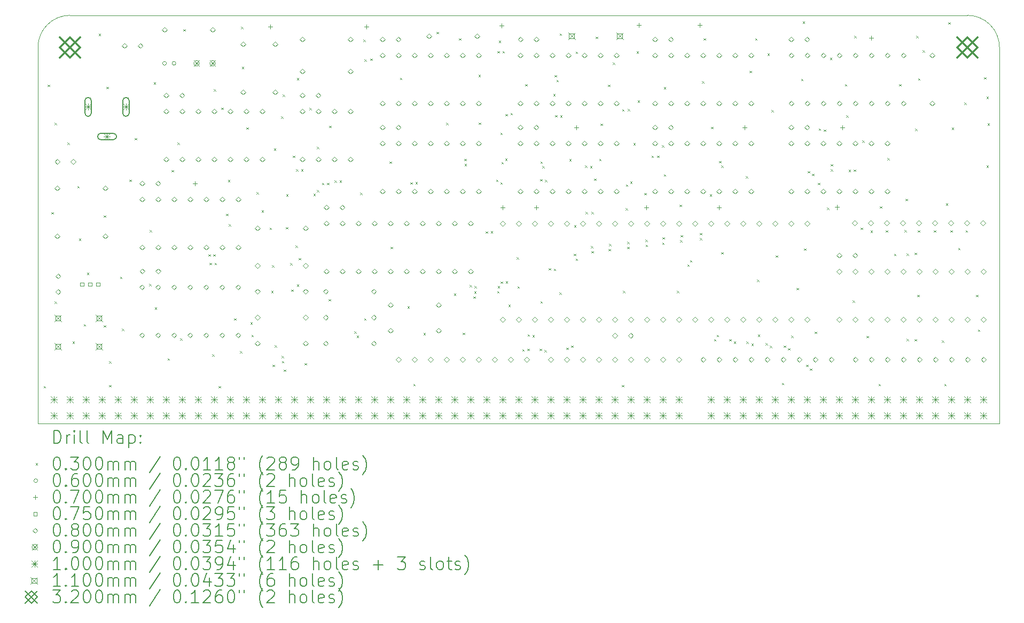
<source format=gbr>
%TF.GenerationSoftware,KiCad,Pcbnew,(6.0.7-1)-1*%
%TF.CreationDate,2022-08-14T21:18:12+02:00*%
%TF.ProjectId,breakout,62726561-6b6f-4757-942e-6b696361645f,A.26*%
%TF.SameCoordinates,Original*%
%TF.FileFunction,Drillmap*%
%TF.FilePolarity,Positive*%
%FSLAX45Y45*%
G04 Gerber Fmt 4.5, Leading zero omitted, Abs format (unit mm)*
G04 Created by KiCad (PCBNEW (6.0.7-1)-1) date 2022-08-14 21:18:12*
%MOMM*%
%LPD*%
G01*
G04 APERTURE LIST*
%ADD10C,0.100000*%
%ADD11C,0.050000*%
%ADD12C,0.200000*%
%ADD13C,0.030000*%
%ADD14C,0.060000*%
%ADD15C,0.070000*%
%ADD16C,0.075000*%
%ADD17C,0.080000*%
%ADD18C,0.090000*%
%ADD19C,0.110000*%
%ADD20C,0.320000*%
G04 APERTURE END LIST*
D10*
X3048000Y-6604000D02*
X17272000Y-6604000D01*
X2540000Y-13081000D02*
X2540000Y-7112000D01*
X17780000Y-7112000D02*
X17780000Y-13081000D01*
D11*
X3048000Y-6604000D02*
G75*
G03*
X2540000Y-7112000I0J-508000D01*
G01*
X17780000Y-7112000D02*
G75*
G03*
X17272000Y-6604000I-508000J0D01*
G01*
D10*
X17780000Y-13081000D02*
X2540000Y-13081000D01*
D12*
D13*
X2629140Y-12489420D02*
X2659140Y-12519420D01*
X2659140Y-12489420D02*
X2629140Y-12519420D01*
X2692640Y-7704060D02*
X2722640Y-7734060D01*
X2722640Y-7704060D02*
X2692640Y-7734060D01*
X2751060Y-9728440D02*
X2781060Y-9758440D01*
X2781060Y-9728440D02*
X2751060Y-9758440D01*
X2804400Y-8311120D02*
X2834400Y-8341120D01*
X2834400Y-8311120D02*
X2804400Y-8341120D01*
X2804400Y-11148300D02*
X2834400Y-11178300D01*
X2834400Y-11148300D02*
X2804400Y-11178300D01*
X3005060Y-8623540D02*
X3035060Y-8653540D01*
X3035060Y-8623540D02*
X3005060Y-8653540D01*
X3088880Y-11783300D02*
X3118880Y-11813300D01*
X3118880Y-11783300D02*
X3088880Y-11813300D01*
X3162540Y-9311880D02*
X3192540Y-9341880D01*
X3192540Y-9311880D02*
X3162540Y-9341880D01*
X3190480Y-10147540D02*
X3220480Y-10177540D01*
X3220480Y-10147540D02*
X3190480Y-10177540D01*
X3264140Y-11506440D02*
X3294140Y-11536440D01*
X3294140Y-11506440D02*
X3264140Y-11536440D01*
X3317480Y-10688560D02*
X3347480Y-10718560D01*
X3347480Y-10688560D02*
X3317480Y-10718560D01*
X3502900Y-6896340D02*
X3532900Y-6926340D01*
X3532900Y-6896340D02*
X3502900Y-6926340D01*
X3584180Y-9779240D02*
X3614180Y-9809240D01*
X3614180Y-9779240D02*
X3584180Y-9809240D01*
X3584180Y-11521680D02*
X3614180Y-11551680D01*
X3614180Y-11521680D02*
X3584180Y-11551680D01*
X3624820Y-7739620D02*
X3654820Y-7769620D01*
X3654820Y-7739620D02*
X3624820Y-7769620D01*
X3668000Y-12095720D02*
X3698000Y-12125720D01*
X3698000Y-12095720D02*
X3668000Y-12125720D01*
X3668000Y-12471640D02*
X3698000Y-12501640D01*
X3698000Y-12471640D02*
X3668000Y-12501640D01*
X3840720Y-10754600D02*
X3870720Y-10784600D01*
X3870720Y-10754600D02*
X3840720Y-10784600D01*
X3868660Y-11580100D02*
X3898660Y-11610100D01*
X3898660Y-11580100D02*
X3868660Y-11610100D01*
X3988040Y-9210280D02*
X4018040Y-9240280D01*
X4018040Y-9210280D02*
X3988040Y-9240280D01*
X4071860Y-8549880D02*
X4101860Y-8579880D01*
X4101860Y-8549880D02*
X4071860Y-8579880D01*
X4300460Y-10866360D02*
X4330460Y-10896360D01*
X4330460Y-10866360D02*
X4300460Y-10896360D01*
X4310620Y-10010380D02*
X4340620Y-10040380D01*
X4340620Y-10010380D02*
X4310620Y-10040380D01*
X4374120Y-7668500D02*
X4404120Y-7698500D01*
X4404120Y-7668500D02*
X4374120Y-7698500D01*
X4391900Y-11239740D02*
X4421900Y-11269740D01*
X4421900Y-11239740D02*
X4391900Y-11269740D01*
X4595100Y-12050000D02*
X4625100Y-12080000D01*
X4625100Y-12050000D02*
X4595100Y-12080000D01*
X4658600Y-9057880D02*
X4688600Y-9087880D01*
X4688600Y-9057880D02*
X4658600Y-9087880D01*
X4750040Y-8623540D02*
X4780040Y-8653540D01*
X4780040Y-8623540D02*
X4750040Y-8653540D01*
X4793220Y-11732500D02*
X4823220Y-11762500D01*
X4823220Y-11732500D02*
X4793220Y-11762500D01*
X4844020Y-6822680D02*
X4874020Y-6852680D01*
X4874020Y-6822680D02*
X4844020Y-6852680D01*
X5240260Y-10399000D02*
X5270260Y-10429000D01*
X5270260Y-10399000D02*
X5240260Y-10429000D01*
X5260580Y-10531080D02*
X5290580Y-10561080D01*
X5290580Y-10531080D02*
X5260580Y-10561080D01*
X5303760Y-11986500D02*
X5333760Y-12016500D01*
X5333760Y-11986500D02*
X5303760Y-12016500D01*
X5320530Y-10399000D02*
X5350530Y-10429000D01*
X5350530Y-10399000D02*
X5320530Y-10429000D01*
X5329160Y-7777720D02*
X5359160Y-7807720D01*
X5359160Y-7777720D02*
X5329160Y-7807720D01*
X5340806Y-10533753D02*
X5370806Y-10563753D01*
X5370806Y-10533753D02*
X5340806Y-10563753D01*
X5402820Y-12489420D02*
X5432820Y-12519420D01*
X5432820Y-12489420D02*
X5402820Y-12519420D01*
X5443460Y-8067280D02*
X5473460Y-8097280D01*
X5473460Y-8067280D02*
X5443460Y-8097280D01*
X5522200Y-9753840D02*
X5552200Y-9783840D01*
X5552200Y-9753840D02*
X5522200Y-9783840D01*
X5552680Y-9217900D02*
X5582680Y-9247900D01*
X5582680Y-9217900D02*
X5552680Y-9247900D01*
X5562840Y-9918940D02*
X5592840Y-9948940D01*
X5592840Y-9918940D02*
X5562840Y-9948940D01*
X5649200Y-11415000D02*
X5679200Y-11445000D01*
X5679200Y-11415000D02*
X5649200Y-11445000D01*
X5740640Y-11935700D02*
X5770640Y-11965700D01*
X5770640Y-11935700D02*
X5740640Y-11965700D01*
X5760960Y-6787120D02*
X5790960Y-6817120D01*
X5790960Y-6787120D02*
X5760960Y-6817120D01*
X5771120Y-7419580D02*
X5801120Y-7449580D01*
X5801120Y-7419580D02*
X5771120Y-7449580D01*
X5844780Y-8382240D02*
X5874780Y-8412240D01*
X5874780Y-8382240D02*
X5844780Y-8412240D01*
X5905740Y-11475960D02*
X5935740Y-11505960D01*
X5935740Y-11475960D02*
X5905740Y-11505960D01*
X5923520Y-11674080D02*
X5953520Y-11704080D01*
X5953520Y-11674080D02*
X5923520Y-11704080D01*
X6004800Y-9410940D02*
X6034800Y-9440940D01*
X6034800Y-9410940D02*
X6004800Y-9440940D01*
X6083540Y-9697960D02*
X6113540Y-9727960D01*
X6113540Y-9697960D02*
X6083540Y-9727960D01*
X6210540Y-9972280D02*
X6240540Y-10002280D01*
X6240540Y-9972280D02*
X6210540Y-10002280D01*
X6238480Y-10975580D02*
X6268480Y-11005580D01*
X6268480Y-10975580D02*
X6238480Y-11005580D01*
X6248640Y-10569180D02*
X6278640Y-10599180D01*
X6278640Y-10569180D02*
X6248640Y-10599180D01*
X6258800Y-12151600D02*
X6288800Y-12181600D01*
X6288800Y-12151600D02*
X6258800Y-12181600D01*
X6279120Y-8717520D02*
X6309120Y-8747520D01*
X6309120Y-8717520D02*
X6279120Y-8747520D01*
X6294360Y-11839180D02*
X6324360Y-11869180D01*
X6324360Y-11839180D02*
X6294360Y-11869180D01*
X6395960Y-8209520D02*
X6425960Y-8239520D01*
X6425960Y-8209520D02*
X6395960Y-8239520D01*
X6403580Y-12009360D02*
X6433580Y-12039360D01*
X6433580Y-12009360D02*
X6403580Y-12039360D01*
X6405551Y-12089606D02*
X6435551Y-12119606D01*
X6435551Y-12089606D02*
X6405551Y-12119606D01*
X6421360Y-7861540D02*
X6451360Y-7891540D01*
X6451360Y-7861540D02*
X6421360Y-7891540D01*
X6436600Y-12227800D02*
X6466600Y-12257800D01*
X6466600Y-12227800D02*
X6436600Y-12257800D01*
X6472160Y-9967200D02*
X6502160Y-9997200D01*
X6502160Y-9967200D02*
X6472160Y-9997200D01*
X6474700Y-9446500D02*
X6504700Y-9476500D01*
X6504700Y-9446500D02*
X6474700Y-9476500D01*
X6538200Y-10536160D02*
X6568200Y-10566160D01*
X6568200Y-10536160D02*
X6538200Y-10566160D01*
X6553440Y-10957800D02*
X6583440Y-10987800D01*
X6583440Y-10957800D02*
X6553440Y-10987800D01*
X6581380Y-8831820D02*
X6611380Y-8861820D01*
X6611380Y-8831820D02*
X6581380Y-8861820D01*
X6624560Y-10259300D02*
X6654560Y-10289300D01*
X6654560Y-10259300D02*
X6624560Y-10289300D01*
X6631350Y-9045989D02*
X6661350Y-9075989D01*
X6661350Y-9045989D02*
X6631350Y-9075989D01*
X6644880Y-7599920D02*
X6674880Y-7629920D01*
X6674880Y-7599920D02*
X6644880Y-7629920D01*
X6644880Y-10873980D02*
X6674880Y-10903980D01*
X6674880Y-10873980D02*
X6644880Y-10903980D01*
X6675360Y-10454880D02*
X6705360Y-10484880D01*
X6705360Y-10454880D02*
X6675360Y-10484880D01*
X6711621Y-9045989D02*
X6741621Y-9075989D01*
X6741621Y-9045989D02*
X6711621Y-9075989D01*
X6766800Y-12126200D02*
X6796800Y-12156200D01*
X6796800Y-12126200D02*
X6766800Y-12156200D01*
X6843000Y-8074900D02*
X6873000Y-8104900D01*
X6873000Y-8074900D02*
X6843000Y-8104900D01*
X6905307Y-9435149D02*
X6935307Y-9465149D01*
X6935307Y-9435149D02*
X6905307Y-9465149D01*
X6959840Y-8692120D02*
X6989840Y-8722120D01*
X6989840Y-8692120D02*
X6959840Y-8722120D01*
X6960759Y-9377111D02*
X6990759Y-9407111D01*
X6990759Y-9377111D02*
X6960759Y-9407111D01*
X7042296Y-9261417D02*
X7072296Y-9291417D01*
X7072296Y-9261417D02*
X7042296Y-9291417D01*
X7122566Y-9261079D02*
X7152566Y-9291079D01*
X7152566Y-9261079D02*
X7122566Y-9291079D01*
X7145260Y-11107660D02*
X7175260Y-11137660D01*
X7175260Y-11107660D02*
X7145260Y-11137660D01*
X7157960Y-8356840D02*
X7187960Y-8386840D01*
X7187960Y-8356840D02*
X7157960Y-8386840D01*
X7239240Y-9225520D02*
X7269240Y-9255520D01*
X7269240Y-9225520D02*
X7239240Y-9255520D01*
X7319470Y-9222974D02*
X7349470Y-9252974D01*
X7349470Y-9222974D02*
X7319470Y-9252974D01*
X7554297Y-11618616D02*
X7584297Y-11648616D01*
X7584297Y-11618616D02*
X7554297Y-11648616D01*
X7592300Y-11689320D02*
X7622300Y-11719320D01*
X7622300Y-11689320D02*
X7592300Y-11719320D01*
X7645640Y-9421100D02*
X7675640Y-9451100D01*
X7675640Y-9421100D02*
X7645640Y-9451100D01*
X7698980Y-6987780D02*
X7728980Y-7017780D01*
X7728980Y-6987780D02*
X7698980Y-7017780D01*
X7709140Y-11412460D02*
X7739140Y-11442460D01*
X7739140Y-11412460D02*
X7709140Y-11442460D01*
X7713086Y-7302147D02*
X7743086Y-7332147D01*
X7743086Y-7302147D02*
X7713086Y-7332147D01*
X7807434Y-7289274D02*
X7837434Y-7319274D01*
X7837434Y-7289274D02*
X7807434Y-7319274D01*
X8113000Y-8925800D02*
X8143000Y-8955800D01*
X8143000Y-8925800D02*
X8113000Y-8955800D01*
X8128240Y-10279620D02*
X8158240Y-10309620D01*
X8158240Y-10279620D02*
X8128240Y-10309620D01*
X8278100Y-7594840D02*
X8308100Y-7624840D01*
X8308100Y-7594840D02*
X8278100Y-7624840D01*
X8397480Y-11221960D02*
X8427480Y-11251960D01*
X8427480Y-11221960D02*
X8397480Y-11251960D01*
X8443200Y-9256000D02*
X8473200Y-9286000D01*
X8473200Y-9256000D02*
X8443200Y-9286000D01*
X8488920Y-12453860D02*
X8518920Y-12483860D01*
X8518920Y-12453860D02*
X8488920Y-12483860D01*
X8523359Y-9251764D02*
X8553359Y-9281764D01*
X8553359Y-9251764D02*
X8523359Y-9281764D01*
X8648940Y-11646140D02*
X8678940Y-11676140D01*
X8678940Y-11646140D02*
X8648940Y-11676140D01*
X8859760Y-6865860D02*
X8889760Y-6895860D01*
X8889760Y-6865860D02*
X8859760Y-6895860D01*
X9012160Y-8311120D02*
X9042160Y-8341120D01*
X9042160Y-8311120D02*
X9012160Y-8341120D01*
X9131540Y-11021300D02*
X9161540Y-11051300D01*
X9161540Y-11021300D02*
X9131540Y-11051300D01*
X9215360Y-6970000D02*
X9245360Y-7000000D01*
X9245360Y-6970000D02*
X9215360Y-7000000D01*
X9271240Y-11643600D02*
X9301240Y-11673600D01*
X9301240Y-11643600D02*
X9271240Y-11673600D01*
X9299180Y-8882620D02*
X9329180Y-8912620D01*
X9329180Y-8882620D02*
X9299180Y-8912620D01*
X9302259Y-8962831D02*
X9332259Y-8992831D01*
X9332259Y-8962831D02*
X9302259Y-8992831D01*
X9380460Y-10884140D02*
X9410460Y-10914140D01*
X9410460Y-10884140D02*
X9380460Y-10914140D01*
X9441420Y-11067020D02*
X9471420Y-11097020D01*
X9471420Y-11067020D02*
X9441420Y-11097020D01*
X9454120Y-10985740D02*
X9484120Y-11015740D01*
X9484120Y-10985740D02*
X9454120Y-11015740D01*
X9458383Y-10903410D02*
X9488383Y-10933410D01*
X9488383Y-10903410D02*
X9458383Y-10933410D01*
X9522700Y-7546580D02*
X9552700Y-7576580D01*
X9552700Y-7546580D02*
X9522700Y-7576580D01*
X9527780Y-8306040D02*
X9557780Y-8336040D01*
X9557780Y-8306040D02*
X9527780Y-8336040D01*
X9635583Y-10032415D02*
X9665583Y-10062415D01*
X9665583Y-10032415D02*
X9635583Y-10062415D01*
X9715740Y-10028160D02*
X9745740Y-10058160D01*
X9745740Y-10028160D02*
X9715740Y-10058160D01*
X9801453Y-9211601D02*
X9831453Y-9241601D01*
X9831453Y-9211601D02*
X9801453Y-9241601D01*
X9820000Y-10981969D02*
X9850000Y-11011969D01*
X9850000Y-10981969D02*
X9820000Y-11011969D01*
X9823430Y-7172950D02*
X9853430Y-7202950D01*
X9853430Y-7172950D02*
X9823430Y-7202950D01*
X9825685Y-10901901D02*
X9855685Y-10931901D01*
X9855685Y-10901901D02*
X9825685Y-10931901D01*
X9842740Y-7005560D02*
X9872740Y-7035560D01*
X9872740Y-7005560D02*
X9842740Y-7035560D01*
X9868140Y-8466060D02*
X9898140Y-8496060D01*
X9898140Y-8466060D02*
X9868140Y-8496060D01*
X9868255Y-9256106D02*
X9898255Y-9286106D01*
X9898255Y-9256106D02*
X9868255Y-9286106D01*
X9872411Y-10827529D02*
X9902411Y-10857529D01*
X9902411Y-10827529D02*
X9872411Y-10857529D01*
X9886439Y-8932765D02*
X9916439Y-8962765D01*
X9916439Y-8932765D02*
X9886439Y-8962765D01*
X9903700Y-7172950D02*
X9933700Y-7202950D01*
X9933700Y-7172950D02*
X9903700Y-7202950D01*
X9945149Y-8878025D02*
X9975149Y-8908025D01*
X9975149Y-8878025D02*
X9945149Y-8908025D01*
X9949420Y-8168880D02*
X9979420Y-8198880D01*
X9979420Y-8168880D02*
X9949420Y-8198880D01*
X9955430Y-10825984D02*
X9985430Y-10855984D01*
X9985430Y-10825984D02*
X9955430Y-10855984D01*
X9995140Y-11196560D02*
X10025140Y-11226560D01*
X10025140Y-11196560D02*
X9995140Y-11226560D01*
X10028440Y-8154765D02*
X10058440Y-8184765D01*
X10058440Y-8154765D02*
X10028440Y-8184765D01*
X10129760Y-10442180D02*
X10159760Y-10472180D01*
X10159760Y-10442180D02*
X10129760Y-10472180D01*
X10139920Y-10904460D02*
X10169920Y-10934460D01*
X10169920Y-10904460D02*
X10139920Y-10934460D01*
X10218140Y-11906168D02*
X10248140Y-11936168D01*
X10248140Y-11906168D02*
X10218140Y-11936168D01*
X10261840Y-7696440D02*
X10291840Y-7726440D01*
X10291840Y-7696440D02*
X10261840Y-7726440D01*
X10297498Y-11894102D02*
X10327498Y-11924102D01*
X10327498Y-11894102D02*
X10297498Y-11924102D01*
X10299501Y-11665509D02*
X10329501Y-11695509D01*
X10329501Y-11665509D02*
X10299501Y-11695509D01*
X10378680Y-11678698D02*
X10408680Y-11708698D01*
X10408680Y-11678698D02*
X10378680Y-11708698D01*
X10492980Y-11895060D02*
X10522980Y-11925060D01*
X10522980Y-11895060D02*
X10492980Y-11925060D01*
X10498060Y-9205200D02*
X10528060Y-9235200D01*
X10528060Y-9205200D02*
X10498060Y-9235200D01*
X10503140Y-8923260D02*
X10533140Y-8953260D01*
X10533140Y-8923260D02*
X10503140Y-8953260D01*
X10503140Y-11140680D02*
X10533140Y-11170680D01*
X10533140Y-11140680D02*
X10503140Y-11170680D01*
X10532574Y-8997939D02*
X10562574Y-9027939D01*
X10562574Y-8997939D02*
X10532574Y-9027939D01*
X10569865Y-11918125D02*
X10599865Y-11948125D01*
X10599865Y-11918125D02*
X10569865Y-11948125D01*
X10577814Y-9214289D02*
X10607814Y-9244289D01*
X10607814Y-9214289D02*
X10577814Y-9244289D01*
X10636936Y-10616978D02*
X10666936Y-10646978D01*
X10666936Y-10616978D02*
X10636936Y-10646978D01*
X10708880Y-7851380D02*
X10738880Y-7881380D01*
X10738880Y-7851380D02*
X10708880Y-7881380D01*
X10716500Y-10627600D02*
X10746500Y-10657600D01*
X10746500Y-10627600D02*
X10716500Y-10657600D01*
X10727806Y-7553142D02*
X10757806Y-7583142D01*
X10757806Y-7553142D02*
X10727806Y-7583142D01*
X10736011Y-8186568D02*
X10766011Y-8216568D01*
X10766011Y-8186568D02*
X10736011Y-8216568D01*
X10757140Y-7627860D02*
X10787140Y-7657860D01*
X10787140Y-7627860D02*
X10757140Y-7657860D01*
X10802860Y-11003520D02*
X10832860Y-11033520D01*
X10832860Y-11003520D02*
X10802860Y-11033520D01*
X10810480Y-6893800D02*
X10840480Y-6923800D01*
X10840480Y-6893800D02*
X10810480Y-6923800D01*
X10815974Y-8193580D02*
X10845974Y-8223580D01*
X10845974Y-8193580D02*
X10815974Y-8223580D01*
X10914620Y-11879820D02*
X10944620Y-11909820D01*
X10944620Y-11879820D02*
X10914620Y-11909820D01*
X10960340Y-8885160D02*
X10990340Y-8915160D01*
X10990340Y-8885160D02*
X10960340Y-8915160D01*
X10993360Y-11846800D02*
X11023360Y-11876800D01*
X11023360Y-11846800D02*
X10993360Y-11876800D01*
X11032281Y-10390450D02*
X11062281Y-10420450D01*
X11062281Y-10390450D02*
X11032281Y-10420450D01*
X11036540Y-9936720D02*
X11066540Y-9966720D01*
X11066540Y-9936720D02*
X11036540Y-9966720D01*
X11061940Y-7178280D02*
X11091940Y-7208280D01*
X11091940Y-7178280D02*
X11061940Y-7208280D01*
X11061940Y-10465040D02*
X11091940Y-10495040D01*
X11091940Y-10465040D02*
X11061940Y-10495040D01*
X11210671Y-8988908D02*
X11240671Y-9018908D01*
X11240671Y-8988908D02*
X11210671Y-9018908D01*
X11221960Y-9725900D02*
X11251960Y-9755900D01*
X11251960Y-9725900D02*
X11221960Y-9755900D01*
X11290540Y-8996920D02*
X11320540Y-9026920D01*
X11320540Y-8996920D02*
X11290540Y-9026920D01*
X11305523Y-10268107D02*
X11335523Y-10298107D01*
X11335523Y-10268107D02*
X11305523Y-10298107D01*
X11310860Y-10348200D02*
X11340860Y-10378200D01*
X11340860Y-10348200D02*
X11310860Y-10378200D01*
X11314518Y-9722851D02*
X11344518Y-9752851D01*
X11344518Y-9722851D02*
X11314518Y-9752851D01*
X11356580Y-9195040D02*
X11386580Y-9225040D01*
X11386580Y-9195040D02*
X11356580Y-9225040D01*
X11381980Y-6942060D02*
X11411980Y-6972060D01*
X11411980Y-6942060D02*
X11381980Y-6972060D01*
X11435320Y-8880080D02*
X11465320Y-8910080D01*
X11465320Y-8880080D02*
X11435320Y-8910080D01*
X11455640Y-8321280D02*
X11485640Y-8351280D01*
X11485640Y-8321280D02*
X11455640Y-8351280D01*
X11575020Y-7704060D02*
X11605020Y-7734060D01*
X11605020Y-7704060D02*
X11575020Y-7734060D01*
X11585177Y-10312691D02*
X11615177Y-10342691D01*
X11615177Y-10312691D02*
X11585177Y-10342691D01*
X11590348Y-10232587D02*
X11620348Y-10262587D01*
X11620348Y-10232587D02*
X11590348Y-10262587D01*
X11651220Y-7353540D02*
X11681220Y-7383540D01*
X11681220Y-7353540D02*
X11651220Y-7383540D01*
X11796000Y-12471640D02*
X11826000Y-12501640D01*
X11826000Y-12471640D02*
X11796000Y-12501640D01*
X11800348Y-8093289D02*
X11830348Y-8123289D01*
X11830348Y-8093289D02*
X11800348Y-8123289D01*
X11813780Y-10975580D02*
X11843780Y-11005580D01*
X11843780Y-10975580D02*
X11813780Y-11005580D01*
X11854420Y-9664940D02*
X11884420Y-9694940D01*
X11884420Y-9664940D02*
X11854420Y-9694940D01*
X11858392Y-9286474D02*
X11888392Y-9316474D01*
X11888392Y-9286474D02*
X11858392Y-9316474D01*
X11879820Y-10280429D02*
X11909820Y-10310429D01*
X11909820Y-10280429D02*
X11879820Y-10310429D01*
X11882360Y-10198340D02*
X11912360Y-10228340D01*
X11912360Y-10198340D02*
X11882360Y-10228340D01*
X11887440Y-8090140D02*
X11917440Y-8120140D01*
X11917440Y-8090140D02*
X11887440Y-8120140D01*
X11925540Y-9242491D02*
X11955540Y-9272491D01*
X11955540Y-9242491D02*
X11925540Y-9272491D01*
X11978880Y-8631160D02*
X12008880Y-8661160D01*
X12008880Y-8631160D02*
X11978880Y-8661160D01*
X12027140Y-7175740D02*
X12057140Y-7205740D01*
X12057140Y-7175740D02*
X12027140Y-7205740D01*
X12044920Y-7952980D02*
X12074920Y-7982980D01*
X12074920Y-7952980D02*
X12044920Y-7982980D01*
X12149060Y-9423640D02*
X12179060Y-9453640D01*
X12179060Y-9423640D02*
X12149060Y-9453640D01*
X12166840Y-10162780D02*
X12196840Y-10192780D01*
X12196840Y-10162780D02*
X12166840Y-10192780D01*
X12171920Y-10244869D02*
X12201920Y-10274869D01*
X12201920Y-10244869D02*
X12171920Y-10274869D01*
X12265597Y-8832942D02*
X12295597Y-8862942D01*
X12295597Y-8832942D02*
X12265597Y-8862942D01*
X12354648Y-8832939D02*
X12384648Y-8862939D01*
X12384648Y-8832939D02*
X12354648Y-8862939D01*
X12431000Y-8666720D02*
X12461000Y-8696720D01*
X12461000Y-8666720D02*
X12431000Y-8696720D01*
X12436080Y-10209918D02*
X12466080Y-10239918D01*
X12466080Y-10209918D02*
X12436080Y-10239918D01*
X12441160Y-10127733D02*
X12471160Y-10157733D01*
X12471160Y-10127733D02*
X12441160Y-10157733D01*
X12458940Y-7742160D02*
X12488940Y-7772160D01*
X12488940Y-7742160D02*
X12458940Y-7772160D01*
X12458940Y-9126460D02*
X12488940Y-9156460D01*
X12488940Y-9126460D02*
X12458940Y-9156460D01*
X12667220Y-10976389D02*
X12697220Y-11006389D01*
X12697220Y-10976389D02*
X12667220Y-11006389D01*
X12710400Y-9609060D02*
X12740400Y-9639060D01*
X12740400Y-9609060D02*
X12710400Y-9639060D01*
X12720560Y-10172940D02*
X12750560Y-10202940D01*
X12750560Y-10172940D02*
X12720560Y-10202940D01*
X12725640Y-10092831D02*
X12755640Y-10122831D01*
X12755640Y-10092831D02*
X12725640Y-10122831D01*
X12832320Y-10556480D02*
X12862320Y-10586480D01*
X12862320Y-10556480D02*
X12832320Y-10586480D01*
X12876830Y-10489681D02*
X12906830Y-10519681D01*
X12906830Y-10489681D02*
X12876830Y-10519681D01*
X13030528Y-10138063D02*
X13060528Y-10168063D01*
X13060528Y-10138063D02*
X13030528Y-10168063D01*
X13032994Y-10057831D02*
X13062994Y-10087831D01*
X13062994Y-10057831D02*
X13032994Y-10087831D01*
X13063460Y-7648180D02*
X13093460Y-7678180D01*
X13093460Y-7648180D02*
X13063460Y-7678180D01*
X13091400Y-6970000D02*
X13121400Y-7000000D01*
X13121400Y-6970000D02*
X13091400Y-7000000D01*
X13187920Y-9446500D02*
X13217920Y-9476500D01*
X13217920Y-9446500D02*
X13187920Y-9476500D01*
X13210780Y-8372080D02*
X13240780Y-8402080D01*
X13240780Y-8372080D02*
X13210780Y-8402080D01*
X13256479Y-11745267D02*
X13286479Y-11775267D01*
X13286479Y-11745267D02*
X13256479Y-11775267D01*
X13297800Y-11674977D02*
X13327800Y-11704977D01*
X13327800Y-11674977D02*
X13297800Y-11704977D01*
X13335933Y-8914318D02*
X13365933Y-8944318D01*
X13365933Y-8914318D02*
X13335933Y-8944318D01*
X13368260Y-8989300D02*
X13398260Y-9019300D01*
X13398260Y-8989300D02*
X13368260Y-9019300D01*
X13368260Y-10363440D02*
X13398260Y-10393440D01*
X13398260Y-10363440D02*
X13368260Y-10393440D01*
X13497800Y-11742660D02*
X13527800Y-11772660D01*
X13527800Y-11742660D02*
X13497800Y-11772660D01*
X13568473Y-11780721D02*
X13598473Y-11810721D01*
X13598473Y-11780721D02*
X13568473Y-11810721D01*
X13761960Y-9156940D02*
X13791960Y-9186940D01*
X13791960Y-9156940D02*
X13761960Y-9186940D01*
X13769580Y-11780760D02*
X13799580Y-11810760D01*
X13799580Y-11780760D02*
X13769580Y-11810760D01*
X13817840Y-7483080D02*
X13847840Y-7513080D01*
X13847840Y-7483080D02*
X13817840Y-7513080D01*
X13848320Y-11813780D02*
X13878320Y-11843780D01*
X13878320Y-11813780D02*
X13848320Y-11843780D01*
X13906740Y-6970000D02*
X13936740Y-7000000D01*
X13936740Y-6970000D02*
X13906740Y-7000000D01*
X13937220Y-10800320D02*
X13967220Y-10830320D01*
X13967220Y-10800320D02*
X13937220Y-10830320D01*
X13949920Y-11671540D02*
X13979920Y-11701540D01*
X13979920Y-11671540D02*
X13949920Y-11701540D01*
X14071840Y-11808700D02*
X14101840Y-11838700D01*
X14101840Y-11808700D02*
X14071840Y-11838700D01*
X14102320Y-7208760D02*
X14132320Y-7238760D01*
X14132320Y-7208760D02*
X14102320Y-7238760D01*
X14141181Y-11849137D02*
X14171181Y-11879137D01*
X14171181Y-11849137D02*
X14141181Y-11879137D01*
X14165820Y-8107920D02*
X14195820Y-8137920D01*
X14195820Y-8107920D02*
X14165820Y-8137920D01*
X14231860Y-10414240D02*
X14261860Y-10444240D01*
X14261860Y-10414240D02*
X14231860Y-10444240D01*
X14330920Y-12436080D02*
X14360920Y-12466080D01*
X14360920Y-12436080D02*
X14330920Y-12466080D01*
X14358860Y-11844260D02*
X14388860Y-11874260D01*
X14388860Y-11844260D02*
X14358860Y-11874260D01*
X14427617Y-11885681D02*
X14457617Y-11915681D01*
X14457617Y-11885681D02*
X14427617Y-11915681D01*
X14480780Y-11689320D02*
X14510780Y-11719320D01*
X14510780Y-11689320D02*
X14480780Y-11719320D01*
X14562060Y-10929860D02*
X14592060Y-10959860D01*
X14592060Y-10929860D02*
X14562060Y-10959860D01*
X14635720Y-7612620D02*
X14665720Y-7642620D01*
X14665720Y-7612620D02*
X14635720Y-7642620D01*
X14661120Y-6703300D02*
X14691120Y-6733300D01*
X14691120Y-6703300D02*
X14661120Y-6733300D01*
X14683980Y-10305020D02*
X14713980Y-10335020D01*
X14713980Y-10305020D02*
X14683980Y-10335020D01*
X14717000Y-12151600D02*
X14747000Y-12181600D01*
X14747000Y-12151600D02*
X14717000Y-12181600D01*
X14743363Y-9075582D02*
X14773363Y-9105582D01*
X14773363Y-9075582D02*
X14743363Y-9105582D01*
X14777960Y-12207480D02*
X14807960Y-12237480D01*
X14807960Y-12207480D02*
X14777960Y-12237480D01*
X14810980Y-9118840D02*
X14840980Y-9148840D01*
X14840980Y-9118840D02*
X14810980Y-9148840D01*
X14854160Y-11625820D02*
X14884160Y-11655820D01*
X14884160Y-11625820D02*
X14854160Y-11655820D01*
X14902420Y-9263620D02*
X14932420Y-9293620D01*
X14932420Y-9263620D02*
X14902420Y-9293620D01*
X14915120Y-8400020D02*
X14945120Y-8430020D01*
X14945120Y-8400020D02*
X14915120Y-8430020D01*
X14996400Y-8415260D02*
X15026400Y-8445260D01*
X15026400Y-8415260D02*
X14996400Y-8445260D01*
X15047200Y-9657320D02*
X15077200Y-9687320D01*
X15077200Y-9657320D02*
X15047200Y-9687320D01*
X15092920Y-7277340D02*
X15122920Y-7307340D01*
X15122920Y-7277340D02*
X15092920Y-7307340D01*
X15106325Y-8964931D02*
X15136325Y-8994931D01*
X15136325Y-8964931D02*
X15106325Y-8994931D01*
X15108160Y-9045180D02*
X15138160Y-9075180D01*
X15138160Y-9045180D02*
X15108160Y-9075180D01*
X15331680Y-7696440D02*
X15361680Y-7726440D01*
X15361680Y-7696440D02*
X15331680Y-7726440D01*
X15352000Y-8191740D02*
X15382000Y-8221740D01*
X15382000Y-8191740D02*
X15352000Y-8221740D01*
X15389291Y-9055340D02*
X15419291Y-9085340D01*
X15419291Y-9055340D02*
X15389291Y-9085340D01*
X15451060Y-11130520D02*
X15481060Y-11160520D01*
X15481060Y-11130520D02*
X15451060Y-11160520D01*
X15471380Y-9052800D02*
X15501380Y-9082800D01*
X15501380Y-9052800D02*
X15471380Y-9082800D01*
X15479000Y-6931900D02*
X15509000Y-6961900D01*
X15509000Y-6931900D02*
X15479000Y-6961900D01*
X15578060Y-9972280D02*
X15608060Y-10002280D01*
X15608060Y-9972280D02*
X15578060Y-10002280D01*
X15606000Y-8590520D02*
X15636000Y-8620520D01*
X15636000Y-8590520D02*
X15606000Y-8620520D01*
X15672040Y-11691860D02*
X15702040Y-11721860D01*
X15702040Y-11691860D02*
X15672040Y-11721860D01*
X15735540Y-10020540D02*
X15765540Y-10050540D01*
X15765540Y-10020540D02*
X15735540Y-10050540D01*
X15865080Y-12453860D02*
X15895080Y-12483860D01*
X15895080Y-12453860D02*
X15865080Y-12483860D01*
X15882860Y-9634460D02*
X15912860Y-9664460D01*
X15912860Y-9634460D02*
X15882860Y-9664460D01*
X15979380Y-10015460D02*
X16009380Y-10045460D01*
X16009380Y-10015460D02*
X15979380Y-10045460D01*
X16002240Y-8869920D02*
X16032240Y-8899920D01*
X16032240Y-8869920D02*
X16002240Y-8899920D01*
X16108920Y-10388840D02*
X16138920Y-10418840D01*
X16138920Y-10388840D02*
X16108920Y-10418840D01*
X16187660Y-7696440D02*
X16217660Y-7726440D01*
X16217660Y-7696440D02*
X16187660Y-7726440D01*
X16274020Y-10012920D02*
X16304020Y-10042920D01*
X16304020Y-10012920D02*
X16274020Y-10042920D01*
X16289260Y-9515080D02*
X16319260Y-9545080D01*
X16319260Y-9515080D02*
X16289260Y-9545080D01*
X16307040Y-10383760D02*
X16337040Y-10413760D01*
X16337040Y-10383760D02*
X16307040Y-10413760D01*
X16307040Y-11737580D02*
X16337040Y-11767580D01*
X16337040Y-11737580D02*
X16307040Y-11767580D01*
X16434040Y-10373600D02*
X16464040Y-10403600D01*
X16464040Y-10373600D02*
X16434040Y-10403600D01*
X16434040Y-11742660D02*
X16464040Y-11772660D01*
X16464040Y-11742660D02*
X16434040Y-11772660D01*
X16444200Y-8402560D02*
X16474200Y-8432560D01*
X16474200Y-8402560D02*
X16444200Y-8432560D01*
X16461980Y-6931900D02*
X16491980Y-6961900D01*
X16491980Y-6931900D02*
X16461980Y-6961900D01*
X16479760Y-11039080D02*
X16509760Y-11069080D01*
X16509760Y-11039080D02*
X16479760Y-11069080D01*
X16484840Y-10015460D02*
X16514840Y-10045460D01*
X16514840Y-10015460D02*
X16484840Y-10045460D01*
X16489920Y-7602460D02*
X16519920Y-7632460D01*
X16519920Y-7602460D02*
X16489920Y-7632460D01*
X16563580Y-7157960D02*
X16593580Y-7187960D01*
X16593580Y-7157960D02*
X16563580Y-7187960D01*
X16738840Y-10015460D02*
X16768840Y-10045460D01*
X16768840Y-10015460D02*
X16738840Y-10045460D01*
X16865840Y-11765520D02*
X16895840Y-11795520D01*
X16895840Y-11765520D02*
X16865840Y-11795520D01*
X16903940Y-12453860D02*
X16933940Y-12483860D01*
X16933940Y-12453860D02*
X16903940Y-12483860D01*
X16931880Y-9588740D02*
X16961880Y-9618740D01*
X16961880Y-9588740D02*
X16931880Y-9618740D01*
X16967440Y-6713460D02*
X16997440Y-6743460D01*
X16997440Y-6713460D02*
X16967440Y-6743460D01*
X17000460Y-10015460D02*
X17030460Y-10045460D01*
X17030460Y-10015460D02*
X17000460Y-10045460D01*
X17023320Y-8384780D02*
X17053320Y-8414780D01*
X17053320Y-8384780D02*
X17023320Y-8414780D01*
X17124920Y-10294860D02*
X17154920Y-10324860D01*
X17154920Y-10294860D02*
X17124920Y-10324860D01*
X17223980Y-7988540D02*
X17253980Y-8018540D01*
X17253980Y-7988540D02*
X17223980Y-8018540D01*
X17244300Y-10015460D02*
X17274300Y-10045460D01*
X17274300Y-10015460D02*
X17244300Y-10045460D01*
X17409400Y-11039080D02*
X17439400Y-11069080D01*
X17439400Y-11039080D02*
X17409400Y-11069080D01*
X17437340Y-11590260D02*
X17467340Y-11620260D01*
X17467340Y-11590260D02*
X17437340Y-11620260D01*
X17536400Y-7584680D02*
X17566400Y-7614680D01*
X17566400Y-7584680D02*
X17536400Y-7614680D01*
X17574500Y-7897100D02*
X17604500Y-7927100D01*
X17604500Y-7897100D02*
X17574500Y-7927100D01*
X17574500Y-8989300D02*
X17604500Y-9019300D01*
X17604500Y-8989300D02*
X17574500Y-9019300D01*
X17592280Y-8318740D02*
X17622280Y-8348740D01*
X17622280Y-8318740D02*
X17592280Y-8348740D01*
D14*
X4576100Y-7366000D02*
G75*
G03*
X4576100Y-7366000I-30000J0D01*
G01*
X4726100Y-7366000D02*
G75*
G03*
X4726100Y-7366000I-30000J0D01*
G01*
D15*
X5029200Y-9236000D02*
X5029200Y-9306000D01*
X4994200Y-9271000D02*
X5064200Y-9271000D01*
X6223000Y-6746800D02*
X6223000Y-6816800D01*
X6188000Y-6781800D02*
X6258000Y-6781800D01*
X7747000Y-6746800D02*
X7747000Y-6816800D01*
X7712000Y-6781800D02*
X7782000Y-6781800D01*
X9890760Y-6731560D02*
X9890760Y-6801560D01*
X9855760Y-6766560D02*
X9925760Y-6766560D01*
X9906000Y-9617000D02*
X9906000Y-9687000D01*
X9871000Y-9652000D02*
X9941000Y-9652000D01*
X10439400Y-9617000D02*
X10439400Y-9687000D01*
X10404400Y-9652000D02*
X10474400Y-9652000D01*
X11074400Y-8347000D02*
X11074400Y-8417000D01*
X11039400Y-8382000D02*
X11109400Y-8382000D01*
X12065000Y-6721400D02*
X12065000Y-6791400D01*
X12030000Y-6756400D02*
X12100000Y-6756400D01*
X12181840Y-9617000D02*
X12181840Y-9687000D01*
X12146840Y-9652000D02*
X12216840Y-9652000D01*
X13030200Y-6721400D02*
X13030200Y-6791400D01*
X12995200Y-6756400D02*
X13065200Y-6756400D01*
X13335000Y-9617000D02*
X13335000Y-9687000D01*
X13300000Y-9652000D02*
X13370000Y-9652000D01*
X13741400Y-8347000D02*
X13741400Y-8417000D01*
X13706400Y-8382000D02*
X13776400Y-8382000D01*
X15204440Y-9614460D02*
X15204440Y-9684460D01*
X15169440Y-9649460D02*
X15239440Y-9649460D01*
X15290800Y-8347000D02*
X15290800Y-8417000D01*
X15255800Y-8382000D02*
X15325800Y-8382000D01*
X15748000Y-6924600D02*
X15748000Y-6994600D01*
X15713000Y-6959600D02*
X15783000Y-6959600D01*
D16*
X3265017Y-10897717D02*
X3265017Y-10844683D01*
X3211983Y-10844683D01*
X3211983Y-10897717D01*
X3265017Y-10897717D01*
X3392017Y-10897717D02*
X3392017Y-10844683D01*
X3338983Y-10844683D01*
X3338983Y-10897717D01*
X3392017Y-10897717D01*
X3519017Y-10897717D02*
X3519017Y-10844683D01*
X3465983Y-10844683D01*
X3465983Y-10897717D01*
X3519017Y-10897717D01*
D17*
X2844800Y-9387200D02*
X2884800Y-9347200D01*
X2844800Y-9307200D01*
X2804800Y-9347200D01*
X2844800Y-9387200D01*
X2844800Y-10149200D02*
X2884800Y-10109200D01*
X2844800Y-10069200D01*
X2804800Y-10109200D01*
X2844800Y-10149200D01*
X2846800Y-8968100D02*
X2886800Y-8928100D01*
X2846800Y-8888100D01*
X2806800Y-8928100D01*
X2846800Y-8968100D01*
X2857500Y-10784200D02*
X2897500Y-10744200D01*
X2857500Y-10704200D01*
X2817500Y-10744200D01*
X2857500Y-10784200D01*
X2857500Y-11034200D02*
X2897500Y-10994200D01*
X2857500Y-10954200D01*
X2817500Y-10994200D01*
X2857500Y-11034200D01*
X3096800Y-8968100D02*
X3136800Y-8928100D01*
X3096800Y-8888100D01*
X3056800Y-8928100D01*
X3096800Y-8968100D01*
X3606800Y-9387200D02*
X3646800Y-9347200D01*
X3606800Y-9307200D01*
X3566800Y-9347200D01*
X3606800Y-9387200D01*
X3606800Y-10149200D02*
X3646800Y-10109200D01*
X3606800Y-10069200D01*
X3566800Y-10109200D01*
X3606800Y-10149200D01*
X3911100Y-7126600D02*
X3951100Y-7086600D01*
X3911100Y-7046600D01*
X3871100Y-7086600D01*
X3911100Y-7126600D01*
X4161100Y-7126600D02*
X4201100Y-7086600D01*
X4161100Y-7046600D01*
X4121100Y-7086600D01*
X4161100Y-7126600D01*
X4187750Y-10958750D02*
X4227750Y-10918750D01*
X4187750Y-10878750D01*
X4147750Y-10918750D01*
X4187750Y-10958750D01*
X4187750Y-11720750D02*
X4227750Y-11680750D01*
X4187750Y-11640750D01*
X4147750Y-11680750D01*
X4187750Y-11720750D01*
X4191000Y-9311000D02*
X4231000Y-9271000D01*
X4191000Y-9231000D01*
X4151000Y-9271000D01*
X4191000Y-9311000D01*
X4191000Y-9565000D02*
X4231000Y-9525000D01*
X4191000Y-9485000D01*
X4151000Y-9525000D01*
X4191000Y-9565000D01*
X4191000Y-10327000D02*
X4231000Y-10287000D01*
X4191000Y-10247000D01*
X4151000Y-10287000D01*
X4191000Y-10327000D01*
X4194250Y-10704750D02*
X4234250Y-10664750D01*
X4194250Y-10624750D01*
X4154250Y-10664750D01*
X4194250Y-10704750D01*
X4441000Y-9311000D02*
X4481000Y-9271000D01*
X4441000Y-9231000D01*
X4401000Y-9271000D01*
X4441000Y-9311000D01*
X4441750Y-10958750D02*
X4481750Y-10918750D01*
X4441750Y-10878750D01*
X4401750Y-10918750D01*
X4441750Y-10958750D01*
X4441750Y-11720750D02*
X4481750Y-11680750D01*
X4441750Y-11640750D01*
X4401750Y-11680750D01*
X4441750Y-11720750D01*
X4444250Y-10704750D02*
X4484250Y-10664750D01*
X4444250Y-10624750D01*
X4404250Y-10664750D01*
X4444250Y-10704750D01*
X4445000Y-9565000D02*
X4485000Y-9525000D01*
X4445000Y-9485000D01*
X4405000Y-9525000D01*
X4445000Y-9565000D01*
X4445000Y-10327000D02*
X4485000Y-10287000D01*
X4445000Y-10247000D01*
X4405000Y-10287000D01*
X4445000Y-10327000D01*
X4546100Y-6872600D02*
X4586100Y-6832600D01*
X4546100Y-6792600D01*
X4506100Y-6832600D01*
X4546100Y-6872600D01*
X4571500Y-8167000D02*
X4611500Y-8127000D01*
X4571500Y-8087000D01*
X4531500Y-8127000D01*
X4571500Y-8167000D01*
X4571500Y-8929000D02*
X4611500Y-8889000D01*
X4571500Y-8849000D01*
X4531500Y-8889000D01*
X4571500Y-8929000D01*
X4572000Y-7914000D02*
X4612000Y-7874000D01*
X4572000Y-7834000D01*
X4532000Y-7874000D01*
X4572000Y-7914000D01*
X4695750Y-10958750D02*
X4735750Y-10918750D01*
X4695750Y-10878750D01*
X4655750Y-10918750D01*
X4695750Y-10958750D01*
X4695750Y-11720750D02*
X4735750Y-11680750D01*
X4695750Y-11640750D01*
X4655750Y-11680750D01*
X4695750Y-11720750D01*
X4699000Y-9565000D02*
X4739000Y-9525000D01*
X4699000Y-9485000D01*
X4659000Y-9525000D01*
X4699000Y-9565000D01*
X4699000Y-10327000D02*
X4739000Y-10287000D01*
X4699000Y-10247000D01*
X4659000Y-10287000D01*
X4699000Y-10327000D01*
X4822000Y-7914000D02*
X4862000Y-7874000D01*
X4822000Y-7834000D01*
X4782000Y-7874000D01*
X4822000Y-7914000D01*
X4825500Y-8167000D02*
X4865500Y-8127000D01*
X4825500Y-8087000D01*
X4785500Y-8127000D01*
X4825500Y-8167000D01*
X4825500Y-8929000D02*
X4865500Y-8889000D01*
X4825500Y-8849000D01*
X4785500Y-8889000D01*
X4825500Y-8929000D01*
X4949750Y-10958750D02*
X4989750Y-10918750D01*
X4949750Y-10878750D01*
X4909750Y-10918750D01*
X4949750Y-10958750D01*
X4949750Y-11720750D02*
X4989750Y-11680750D01*
X4949750Y-11640750D01*
X4909750Y-11680750D01*
X4949750Y-11720750D01*
X4953000Y-9565000D02*
X4993000Y-9525000D01*
X4953000Y-9485000D01*
X4913000Y-9525000D01*
X4953000Y-9565000D01*
X4953000Y-10327000D02*
X4993000Y-10287000D01*
X4953000Y-10247000D01*
X4913000Y-10287000D01*
X4953000Y-10327000D01*
X5079500Y-8167000D02*
X5119500Y-8127000D01*
X5079500Y-8087000D01*
X5039500Y-8127000D01*
X5079500Y-8167000D01*
X5079500Y-8929000D02*
X5119500Y-8889000D01*
X5079500Y-8849000D01*
X5039500Y-8889000D01*
X5079500Y-8929000D01*
X5203750Y-10958750D02*
X5243750Y-10918750D01*
X5203750Y-10878750D01*
X5163750Y-10918750D01*
X5203750Y-10958750D01*
X5203750Y-11720750D02*
X5243750Y-11680750D01*
X5203750Y-11640750D01*
X5163750Y-11680750D01*
X5203750Y-11720750D01*
X5207000Y-9565000D02*
X5247000Y-9525000D01*
X5207000Y-9485000D01*
X5167000Y-9525000D01*
X5207000Y-9565000D01*
X5207000Y-10327000D02*
X5247000Y-10287000D01*
X5207000Y-10247000D01*
X5167000Y-10287000D01*
X5207000Y-10327000D01*
X5308100Y-6872600D02*
X5348100Y-6832600D01*
X5308100Y-6792600D01*
X5268100Y-6832600D01*
X5308100Y-6872600D01*
X5333500Y-8167000D02*
X5373500Y-8127000D01*
X5333500Y-8087000D01*
X5293500Y-8127000D01*
X5333500Y-8167000D01*
X5333500Y-8929000D02*
X5373500Y-8889000D01*
X5333500Y-8849000D01*
X5293500Y-8889000D01*
X5333500Y-8929000D01*
X5457750Y-10958750D02*
X5497750Y-10918750D01*
X5457750Y-10878750D01*
X5417750Y-10918750D01*
X5457750Y-10958750D01*
X5457750Y-11720750D02*
X5497750Y-11680750D01*
X5457750Y-11640750D01*
X5417750Y-11680750D01*
X5457750Y-11720750D01*
X5461000Y-9565000D02*
X5501000Y-9525000D01*
X5461000Y-9485000D01*
X5421000Y-9525000D01*
X5461000Y-9565000D01*
X5461000Y-10327000D02*
X5501000Y-10287000D01*
X5461000Y-10247000D01*
X5421000Y-10287000D01*
X5461000Y-10327000D01*
X5587500Y-8167000D02*
X5627500Y-8127000D01*
X5587500Y-8087000D01*
X5547500Y-8127000D01*
X5587500Y-8167000D01*
X5587500Y-8929000D02*
X5627500Y-8889000D01*
X5587500Y-8849000D01*
X5547500Y-8889000D01*
X5587500Y-8929000D01*
X5711750Y-10958750D02*
X5751750Y-10918750D01*
X5711750Y-10878750D01*
X5671750Y-10918750D01*
X5711750Y-10958750D01*
X5711750Y-11720750D02*
X5751750Y-11680750D01*
X5711750Y-11640750D01*
X5671750Y-11680750D01*
X5711750Y-11720750D01*
X5715000Y-9565000D02*
X5755000Y-9525000D01*
X5715000Y-9485000D01*
X5675000Y-9525000D01*
X5715000Y-9565000D01*
X5715000Y-10327000D02*
X5755000Y-10287000D01*
X5715000Y-10247000D01*
X5675000Y-10287000D01*
X5715000Y-10327000D01*
X5791200Y-7101200D02*
X5831200Y-7061200D01*
X5791200Y-7021200D01*
X5751200Y-7061200D01*
X5791200Y-7101200D01*
X5791200Y-7863200D02*
X5831200Y-7823200D01*
X5791200Y-7783200D01*
X5751200Y-7823200D01*
X5791200Y-7863200D01*
X5841500Y-8167000D02*
X5881500Y-8127000D01*
X5841500Y-8087000D01*
X5801500Y-8127000D01*
X5841500Y-8167000D01*
X5841500Y-8929000D02*
X5881500Y-8889000D01*
X5841500Y-8849000D01*
X5801500Y-8889000D01*
X5841500Y-8929000D01*
X6019800Y-10022200D02*
X6059800Y-9982200D01*
X6019800Y-9942200D01*
X5979800Y-9982200D01*
X6019800Y-10022200D01*
X6019800Y-10616560D02*
X6059800Y-10576560D01*
X6019800Y-10536560D01*
X5979800Y-10576560D01*
X6019800Y-10616560D01*
X6019800Y-11028040D02*
X6059800Y-10988040D01*
X6019800Y-10948040D01*
X5979800Y-10988040D01*
X6019800Y-11028040D01*
X6019800Y-11439520D02*
X6059800Y-11399520D01*
X6019800Y-11359520D01*
X5979800Y-11399520D01*
X6019800Y-11439520D01*
X6019800Y-11851000D02*
X6059800Y-11811000D01*
X6019800Y-11771000D01*
X5979800Y-11811000D01*
X6019800Y-11851000D01*
X6095500Y-8167000D02*
X6135500Y-8127000D01*
X6095500Y-8087000D01*
X6055500Y-8127000D01*
X6095500Y-8167000D01*
X6095500Y-8929000D02*
X6135500Y-8889000D01*
X6095500Y-8849000D01*
X6055500Y-8889000D01*
X6095500Y-8929000D01*
X6299200Y-7101200D02*
X6339200Y-7061200D01*
X6299200Y-7021200D01*
X6259200Y-7061200D01*
X6299200Y-7101200D01*
X6299200Y-7863200D02*
X6339200Y-7823200D01*
X6299200Y-7783200D01*
X6259200Y-7823200D01*
X6299200Y-7863200D01*
X6731000Y-7025000D02*
X6771000Y-6985000D01*
X6731000Y-6945000D01*
X6691000Y-6985000D01*
X6731000Y-7025000D01*
X6731000Y-7533000D02*
X6771000Y-7493000D01*
X6731000Y-7453000D01*
X6691000Y-7493000D01*
X6731000Y-7533000D01*
X6731000Y-7914000D02*
X6771000Y-7874000D01*
X6731000Y-7834000D01*
X6691000Y-7874000D01*
X6731000Y-7914000D01*
X6731000Y-8167000D02*
X6771000Y-8127000D01*
X6731000Y-8087000D01*
X6691000Y-8127000D01*
X6731000Y-8167000D01*
X6731000Y-8929000D02*
X6771000Y-8889000D01*
X6731000Y-8849000D01*
X6691000Y-8889000D01*
X6731000Y-8929000D01*
X6781800Y-10022200D02*
X6821800Y-9982200D01*
X6781800Y-9942200D01*
X6741800Y-9982200D01*
X6781800Y-10022200D01*
X6781800Y-10616560D02*
X6821800Y-10576560D01*
X6781800Y-10536560D01*
X6741800Y-10576560D01*
X6781800Y-10616560D01*
X6781800Y-11028040D02*
X6821800Y-10988040D01*
X6781800Y-10948040D01*
X6741800Y-10988040D01*
X6781800Y-11028040D01*
X6781800Y-11439520D02*
X6821800Y-11399520D01*
X6781800Y-11359520D01*
X6741800Y-11399520D01*
X6781800Y-11439520D01*
X6781800Y-11851000D02*
X6821800Y-11811000D01*
X6781800Y-11771000D01*
X6741800Y-11811000D01*
X6781800Y-11851000D01*
X6981000Y-7914000D02*
X7021000Y-7874000D01*
X6981000Y-7834000D01*
X6941000Y-7874000D01*
X6981000Y-7914000D01*
X6985000Y-8167000D02*
X7025000Y-8127000D01*
X6985000Y-8087000D01*
X6945000Y-8127000D01*
X6985000Y-8167000D01*
X6985000Y-8929000D02*
X7025000Y-8889000D01*
X6985000Y-8849000D01*
X6945000Y-8889000D01*
X6985000Y-8929000D01*
X7099300Y-11028040D02*
X7139300Y-10988040D01*
X7099300Y-10948040D01*
X7059300Y-10988040D01*
X7099300Y-11028040D01*
X7099300Y-11439520D02*
X7139300Y-11399520D01*
X7099300Y-11359520D01*
X7059300Y-11399520D01*
X7099300Y-11439520D01*
X7099300Y-11851000D02*
X7139300Y-11811000D01*
X7099300Y-11771000D01*
X7059300Y-11811000D01*
X7099300Y-11851000D01*
X7112000Y-9692000D02*
X7152000Y-9652000D01*
X7112000Y-9612000D01*
X7072000Y-9652000D01*
X7112000Y-9692000D01*
X7112000Y-9946000D02*
X7152000Y-9906000D01*
X7112000Y-9866000D01*
X7072000Y-9906000D01*
X7112000Y-9946000D01*
X7112000Y-10708000D02*
X7152000Y-10668000D01*
X7112000Y-10628000D01*
X7072000Y-10668000D01*
X7112000Y-10708000D01*
X7239000Y-8167000D02*
X7279000Y-8127000D01*
X7239000Y-8087000D01*
X7199000Y-8127000D01*
X7239000Y-8167000D01*
X7239000Y-8929000D02*
X7279000Y-8889000D01*
X7239000Y-8849000D01*
X7199000Y-8889000D01*
X7239000Y-8929000D01*
X7362000Y-9692000D02*
X7402000Y-9652000D01*
X7362000Y-9612000D01*
X7322000Y-9652000D01*
X7362000Y-9692000D01*
X7366000Y-9946000D02*
X7406000Y-9906000D01*
X7366000Y-9866000D01*
X7326000Y-9906000D01*
X7366000Y-9946000D01*
X7366000Y-10708000D02*
X7406000Y-10668000D01*
X7366000Y-10628000D01*
X7326000Y-10668000D01*
X7366000Y-10708000D01*
X7493000Y-7025000D02*
X7533000Y-6985000D01*
X7493000Y-6945000D01*
X7453000Y-6985000D01*
X7493000Y-7025000D01*
X7493000Y-7533000D02*
X7533000Y-7493000D01*
X7493000Y-7453000D01*
X7453000Y-7493000D01*
X7493000Y-7533000D01*
X7493000Y-8167000D02*
X7533000Y-8127000D01*
X7493000Y-8087000D01*
X7453000Y-8127000D01*
X7493000Y-8167000D01*
X7493000Y-8929000D02*
X7533000Y-8889000D01*
X7493000Y-8849000D01*
X7453000Y-8889000D01*
X7493000Y-8929000D01*
X7620000Y-9946000D02*
X7660000Y-9906000D01*
X7620000Y-9866000D01*
X7580000Y-9906000D01*
X7620000Y-9946000D01*
X7620000Y-10708000D02*
X7660000Y-10668000D01*
X7620000Y-10628000D01*
X7580000Y-10668000D01*
X7620000Y-10708000D01*
X7861300Y-11028040D02*
X7901300Y-10988040D01*
X7861300Y-10948040D01*
X7821300Y-10988040D01*
X7861300Y-11028040D01*
X7861300Y-11439520D02*
X7901300Y-11399520D01*
X7861300Y-11359520D01*
X7821300Y-11399520D01*
X7861300Y-11439520D01*
X7861300Y-11851000D02*
X7901300Y-11811000D01*
X7861300Y-11771000D01*
X7821300Y-11811000D01*
X7861300Y-11851000D01*
X7874000Y-9946000D02*
X7914000Y-9906000D01*
X7874000Y-9866000D01*
X7834000Y-9906000D01*
X7874000Y-9946000D01*
X7874000Y-10708000D02*
X7914000Y-10668000D01*
X7874000Y-10628000D01*
X7834000Y-10668000D01*
X7874000Y-10708000D01*
X8000500Y-7025000D02*
X8040500Y-6985000D01*
X8000500Y-6945000D01*
X7960500Y-6985000D01*
X8000500Y-7025000D01*
X8001000Y-7279000D02*
X8041000Y-7239000D01*
X8001000Y-7199000D01*
X7961000Y-7239000D01*
X8001000Y-7279000D01*
X8001000Y-8041000D02*
X8041000Y-8001000D01*
X8001000Y-7961000D01*
X7961000Y-8001000D01*
X8001000Y-8041000D01*
X8001000Y-8422000D02*
X8041000Y-8382000D01*
X8001000Y-8342000D01*
X7961000Y-8382000D01*
X8001000Y-8422000D01*
X8001000Y-8676000D02*
X8041000Y-8636000D01*
X8001000Y-8596000D01*
X7961000Y-8636000D01*
X8001000Y-8676000D01*
X8001000Y-9438000D02*
X8041000Y-9398000D01*
X8001000Y-9358000D01*
X7961000Y-9398000D01*
X8001000Y-9438000D01*
X8128000Y-9946000D02*
X8168000Y-9906000D01*
X8128000Y-9866000D01*
X8088000Y-9906000D01*
X8128000Y-9946000D01*
X8128000Y-10708000D02*
X8168000Y-10668000D01*
X8128000Y-10628000D01*
X8088000Y-10668000D01*
X8128000Y-10708000D01*
X8128000Y-11241400D02*
X8168000Y-11201400D01*
X8128000Y-11161400D01*
X8088000Y-11201400D01*
X8128000Y-11241400D01*
X8128000Y-11647800D02*
X8168000Y-11607800D01*
X8128000Y-11567800D01*
X8088000Y-11607800D01*
X8128000Y-11647800D01*
X8250500Y-7025000D02*
X8290500Y-6985000D01*
X8250500Y-6945000D01*
X8210500Y-6985000D01*
X8250500Y-7025000D01*
X8251000Y-8422000D02*
X8291000Y-8382000D01*
X8251000Y-8342000D01*
X8211000Y-8382000D01*
X8251000Y-8422000D01*
X8255000Y-7279000D02*
X8295000Y-7239000D01*
X8255000Y-7199000D01*
X8215000Y-7239000D01*
X8255000Y-7279000D01*
X8255000Y-8041000D02*
X8295000Y-8001000D01*
X8255000Y-7961000D01*
X8215000Y-8001000D01*
X8255000Y-8041000D01*
X8255000Y-8676000D02*
X8295000Y-8636000D01*
X8255000Y-8596000D01*
X8215000Y-8636000D01*
X8255000Y-8676000D01*
X8255000Y-9438000D02*
X8295000Y-9398000D01*
X8255000Y-9358000D01*
X8215000Y-9398000D01*
X8255000Y-9438000D01*
X8255000Y-12106000D02*
X8295000Y-12066000D01*
X8255000Y-12026000D01*
X8215000Y-12066000D01*
X8255000Y-12106000D01*
X8382000Y-9946000D02*
X8422000Y-9906000D01*
X8382000Y-9866000D01*
X8342000Y-9906000D01*
X8382000Y-9946000D01*
X8382000Y-10708000D02*
X8422000Y-10668000D01*
X8382000Y-10628000D01*
X8342000Y-10668000D01*
X8382000Y-10708000D01*
X8509000Y-7279000D02*
X8549000Y-7239000D01*
X8509000Y-7199000D01*
X8469000Y-7239000D01*
X8509000Y-7279000D01*
X8509000Y-8041000D02*
X8549000Y-8001000D01*
X8509000Y-7961000D01*
X8469000Y-8001000D01*
X8509000Y-8041000D01*
X8509000Y-8676000D02*
X8549000Y-8636000D01*
X8509000Y-8596000D01*
X8469000Y-8636000D01*
X8509000Y-8676000D01*
X8509000Y-9438000D02*
X8549000Y-9398000D01*
X8509000Y-9358000D01*
X8469000Y-9398000D01*
X8509000Y-9438000D01*
X8509000Y-12106000D02*
X8549000Y-12066000D01*
X8509000Y-12026000D01*
X8469000Y-12066000D01*
X8509000Y-12106000D01*
X8636000Y-9946000D02*
X8676000Y-9906000D01*
X8636000Y-9866000D01*
X8596000Y-9906000D01*
X8636000Y-9946000D01*
X8636000Y-10708000D02*
X8676000Y-10668000D01*
X8636000Y-10628000D01*
X8596000Y-10668000D01*
X8636000Y-10708000D01*
X8737600Y-6974200D02*
X8777600Y-6934200D01*
X8737600Y-6894200D01*
X8697600Y-6934200D01*
X8737600Y-6974200D01*
X8763000Y-7279000D02*
X8803000Y-7239000D01*
X8763000Y-7199000D01*
X8723000Y-7239000D01*
X8763000Y-7279000D01*
X8763000Y-8041000D02*
X8803000Y-8001000D01*
X8763000Y-7961000D01*
X8723000Y-8001000D01*
X8763000Y-8041000D01*
X8763000Y-8676000D02*
X8803000Y-8636000D01*
X8763000Y-8596000D01*
X8723000Y-8636000D01*
X8763000Y-8676000D01*
X8763000Y-9438000D02*
X8803000Y-9398000D01*
X8763000Y-9358000D01*
X8723000Y-9398000D01*
X8763000Y-9438000D01*
X8763000Y-12106000D02*
X8803000Y-12066000D01*
X8763000Y-12026000D01*
X8723000Y-12066000D01*
X8763000Y-12106000D01*
X8890000Y-9946000D02*
X8930000Y-9906000D01*
X8890000Y-9866000D01*
X8850000Y-9906000D01*
X8890000Y-9946000D01*
X8890000Y-10708000D02*
X8930000Y-10668000D01*
X8890000Y-10628000D01*
X8850000Y-10668000D01*
X8890000Y-10708000D01*
X8890000Y-11241400D02*
X8930000Y-11201400D01*
X8890000Y-11161400D01*
X8850000Y-11201400D01*
X8890000Y-11241400D01*
X8890000Y-11647800D02*
X8930000Y-11607800D01*
X8890000Y-11567800D01*
X8850000Y-11607800D01*
X8890000Y-11647800D01*
X9017000Y-7279000D02*
X9057000Y-7239000D01*
X9017000Y-7199000D01*
X8977000Y-7239000D01*
X9017000Y-7279000D01*
X9017000Y-8041000D02*
X9057000Y-8001000D01*
X9017000Y-7961000D01*
X8977000Y-8001000D01*
X9017000Y-8041000D01*
X9017000Y-8676000D02*
X9057000Y-8636000D01*
X9017000Y-8596000D01*
X8977000Y-8636000D01*
X9017000Y-8676000D01*
X9017000Y-9438000D02*
X9057000Y-9398000D01*
X9017000Y-9358000D01*
X8977000Y-9398000D01*
X9017000Y-9438000D01*
X9017000Y-12106000D02*
X9057000Y-12066000D01*
X9017000Y-12026000D01*
X8977000Y-12066000D01*
X9017000Y-12106000D01*
X9144000Y-9946000D02*
X9184000Y-9906000D01*
X9144000Y-9866000D01*
X9104000Y-9906000D01*
X9144000Y-9946000D01*
X9144000Y-10708000D02*
X9184000Y-10668000D01*
X9144000Y-10628000D01*
X9104000Y-10668000D01*
X9144000Y-10708000D01*
X9271000Y-7279000D02*
X9311000Y-7239000D01*
X9271000Y-7199000D01*
X9231000Y-7239000D01*
X9271000Y-7279000D01*
X9271000Y-8041000D02*
X9311000Y-8001000D01*
X9271000Y-7961000D01*
X9231000Y-8001000D01*
X9271000Y-8041000D01*
X9271000Y-8676000D02*
X9311000Y-8636000D01*
X9271000Y-8596000D01*
X9231000Y-8636000D01*
X9271000Y-8676000D01*
X9271000Y-9438000D02*
X9311000Y-9398000D01*
X9271000Y-9358000D01*
X9231000Y-9398000D01*
X9271000Y-9438000D01*
X9271000Y-12106000D02*
X9311000Y-12066000D01*
X9271000Y-12026000D01*
X9231000Y-12066000D01*
X9271000Y-12106000D01*
X9398000Y-9946000D02*
X9438000Y-9906000D01*
X9398000Y-9866000D01*
X9358000Y-9906000D01*
X9398000Y-9946000D01*
X9398000Y-10708000D02*
X9438000Y-10668000D01*
X9398000Y-10628000D01*
X9358000Y-10668000D01*
X9398000Y-10708000D01*
X9499600Y-6974200D02*
X9539600Y-6934200D01*
X9499600Y-6894200D01*
X9459600Y-6934200D01*
X9499600Y-6974200D01*
X9525000Y-7279000D02*
X9565000Y-7239000D01*
X9525000Y-7199000D01*
X9485000Y-7239000D01*
X9525000Y-7279000D01*
X9525000Y-8041000D02*
X9565000Y-8001000D01*
X9525000Y-7961000D01*
X9485000Y-8001000D01*
X9525000Y-8041000D01*
X9525000Y-8676000D02*
X9565000Y-8636000D01*
X9525000Y-8596000D01*
X9485000Y-8636000D01*
X9525000Y-8676000D01*
X9525000Y-9438000D02*
X9565000Y-9398000D01*
X9525000Y-9358000D01*
X9485000Y-9398000D01*
X9525000Y-9438000D01*
X9525000Y-12106000D02*
X9565000Y-12066000D01*
X9525000Y-12026000D01*
X9485000Y-12066000D01*
X9525000Y-12106000D01*
X9779000Y-12106000D02*
X9819000Y-12066000D01*
X9779000Y-12026000D01*
X9739000Y-12066000D01*
X9779000Y-12106000D01*
X9906000Y-9947000D02*
X9946000Y-9907000D01*
X9906000Y-9867000D01*
X9866000Y-9907000D01*
X9906000Y-9947000D01*
X9906000Y-11471000D02*
X9946000Y-11431000D01*
X9906000Y-11391000D01*
X9866000Y-11431000D01*
X9906000Y-11471000D01*
X10033000Y-12106000D02*
X10073000Y-12066000D01*
X10033000Y-12026000D01*
X9993000Y-12066000D01*
X10033000Y-12106000D01*
X10160000Y-9947000D02*
X10200000Y-9907000D01*
X10160000Y-9867000D01*
X10120000Y-9907000D01*
X10160000Y-9947000D01*
X10160000Y-11471000D02*
X10200000Y-11431000D01*
X10160000Y-11391000D01*
X10120000Y-11431000D01*
X10160000Y-11471000D01*
X10184900Y-7278000D02*
X10224900Y-7238000D01*
X10184900Y-7198000D01*
X10144900Y-7238000D01*
X10184900Y-7278000D01*
X10184900Y-8040000D02*
X10224900Y-8000000D01*
X10184900Y-7960000D01*
X10144900Y-8000000D01*
X10184900Y-8040000D01*
X10184900Y-8675000D02*
X10224900Y-8635000D01*
X10184900Y-8595000D01*
X10144900Y-8635000D01*
X10184900Y-8675000D01*
X10184900Y-9437000D02*
X10224900Y-9397000D01*
X10184900Y-9357000D01*
X10144900Y-9397000D01*
X10184900Y-9437000D01*
X10185400Y-8422000D02*
X10225400Y-8382000D01*
X10185400Y-8342000D01*
X10145400Y-8382000D01*
X10185400Y-8422000D01*
X10187400Y-7025000D02*
X10227400Y-6985000D01*
X10187400Y-6945000D01*
X10147400Y-6985000D01*
X10187400Y-7025000D01*
X10287000Y-12106000D02*
X10327000Y-12066000D01*
X10287000Y-12026000D01*
X10247000Y-12066000D01*
X10287000Y-12106000D01*
X10414000Y-9947000D02*
X10454000Y-9907000D01*
X10414000Y-9867000D01*
X10374000Y-9907000D01*
X10414000Y-9947000D01*
X10414000Y-11471000D02*
X10454000Y-11431000D01*
X10414000Y-11391000D01*
X10374000Y-11431000D01*
X10414000Y-11471000D01*
X10435400Y-8422000D02*
X10475400Y-8382000D01*
X10435400Y-8342000D01*
X10395400Y-8382000D01*
X10435400Y-8422000D01*
X10437400Y-7025000D02*
X10477400Y-6985000D01*
X10437400Y-6945000D01*
X10397400Y-6985000D01*
X10437400Y-7025000D01*
X10438900Y-7278000D02*
X10478900Y-7238000D01*
X10438900Y-7198000D01*
X10398900Y-7238000D01*
X10438900Y-7278000D01*
X10438900Y-8040000D02*
X10478900Y-8000000D01*
X10438900Y-7960000D01*
X10398900Y-8000000D01*
X10438900Y-8040000D01*
X10438900Y-8675000D02*
X10478900Y-8635000D01*
X10438900Y-8595000D01*
X10398900Y-8635000D01*
X10438900Y-8675000D01*
X10438900Y-9437000D02*
X10478900Y-9397000D01*
X10438900Y-9357000D01*
X10398900Y-9397000D01*
X10438900Y-9437000D01*
X10668000Y-9947000D02*
X10708000Y-9907000D01*
X10668000Y-9867000D01*
X10628000Y-9907000D01*
X10668000Y-9947000D01*
X10668000Y-11471000D02*
X10708000Y-11431000D01*
X10668000Y-11391000D01*
X10628000Y-11431000D01*
X10668000Y-11471000D01*
X10668000Y-12106000D02*
X10708000Y-12066000D01*
X10668000Y-12026000D01*
X10628000Y-12066000D01*
X10668000Y-12106000D01*
X10692900Y-7278000D02*
X10732900Y-7238000D01*
X10692900Y-7198000D01*
X10652900Y-7238000D01*
X10692900Y-7278000D01*
X10692900Y-8040000D02*
X10732900Y-8000000D01*
X10692900Y-7960000D01*
X10652900Y-8000000D01*
X10692900Y-8040000D01*
X10692900Y-8675000D02*
X10732900Y-8635000D01*
X10692900Y-8595000D01*
X10652900Y-8635000D01*
X10692900Y-8675000D01*
X10692900Y-9437000D02*
X10732900Y-9397000D01*
X10692900Y-9357000D01*
X10652900Y-9397000D01*
X10692900Y-9437000D01*
X10922000Y-9947000D02*
X10962000Y-9907000D01*
X10922000Y-9867000D01*
X10882000Y-9907000D01*
X10922000Y-9947000D01*
X10922000Y-11471000D02*
X10962000Y-11431000D01*
X10922000Y-11391000D01*
X10882000Y-11431000D01*
X10922000Y-11471000D01*
X10922000Y-12106000D02*
X10962000Y-12066000D01*
X10922000Y-12026000D01*
X10882000Y-12066000D01*
X10922000Y-12106000D01*
X10946900Y-7278000D02*
X10986900Y-7238000D01*
X10946900Y-7198000D01*
X10906900Y-7238000D01*
X10946900Y-7278000D01*
X10946900Y-8040000D02*
X10986900Y-8000000D01*
X10946900Y-7960000D01*
X10906900Y-8000000D01*
X10946900Y-8040000D01*
X10946900Y-8675000D02*
X10986900Y-8635000D01*
X10946900Y-8595000D01*
X10906900Y-8635000D01*
X10946900Y-8675000D01*
X10946900Y-9437000D02*
X10986900Y-9397000D01*
X10946900Y-9357000D01*
X10906900Y-9397000D01*
X10946900Y-9437000D01*
X11176000Y-9947000D02*
X11216000Y-9907000D01*
X11176000Y-9867000D01*
X11136000Y-9907000D01*
X11176000Y-9947000D01*
X11176000Y-11471000D02*
X11216000Y-11431000D01*
X11176000Y-11391000D01*
X11136000Y-11431000D01*
X11176000Y-11471000D01*
X11176000Y-12106000D02*
X11216000Y-12066000D01*
X11176000Y-12026000D01*
X11136000Y-12066000D01*
X11176000Y-12106000D01*
X11200900Y-7278000D02*
X11240900Y-7238000D01*
X11200900Y-7198000D01*
X11160900Y-7238000D01*
X11200900Y-7278000D01*
X11200900Y-8040000D02*
X11240900Y-8000000D01*
X11200900Y-7960000D01*
X11160900Y-8000000D01*
X11200900Y-8040000D01*
X11200900Y-8675000D02*
X11240900Y-8635000D01*
X11200900Y-8595000D01*
X11160900Y-8635000D01*
X11200900Y-8675000D01*
X11200900Y-9437000D02*
X11240900Y-9397000D01*
X11200900Y-9357000D01*
X11160900Y-9397000D01*
X11200900Y-9437000D01*
X11430000Y-9947000D02*
X11470000Y-9907000D01*
X11430000Y-9867000D01*
X11390000Y-9907000D01*
X11430000Y-9947000D01*
X11430000Y-11471000D02*
X11470000Y-11431000D01*
X11430000Y-11391000D01*
X11390000Y-11431000D01*
X11430000Y-11471000D01*
X11430000Y-12106000D02*
X11470000Y-12066000D01*
X11430000Y-12026000D01*
X11390000Y-12066000D01*
X11430000Y-12106000D01*
X11454900Y-7278000D02*
X11494900Y-7238000D01*
X11454900Y-7198000D01*
X11414900Y-7238000D01*
X11454900Y-7278000D01*
X11454900Y-8040000D02*
X11494900Y-8000000D01*
X11454900Y-7960000D01*
X11414900Y-8000000D01*
X11454900Y-8040000D01*
X11454900Y-8675000D02*
X11494900Y-8635000D01*
X11454900Y-8595000D01*
X11414900Y-8635000D01*
X11454900Y-8675000D01*
X11454900Y-9437000D02*
X11494900Y-9397000D01*
X11454900Y-9357000D01*
X11414900Y-9397000D01*
X11454900Y-9437000D01*
X11684000Y-9947000D02*
X11724000Y-9907000D01*
X11684000Y-9867000D01*
X11644000Y-9907000D01*
X11684000Y-9947000D01*
X11684000Y-11471000D02*
X11724000Y-11431000D01*
X11684000Y-11391000D01*
X11644000Y-11431000D01*
X11684000Y-11471000D01*
X11684000Y-11725000D02*
X11724000Y-11685000D01*
X11684000Y-11645000D01*
X11644000Y-11685000D01*
X11684000Y-11725000D01*
X11684000Y-12106000D02*
X11724000Y-12066000D01*
X11684000Y-12026000D01*
X11644000Y-12066000D01*
X11684000Y-12106000D01*
X11708900Y-7278000D02*
X11748900Y-7238000D01*
X11708900Y-7198000D01*
X11668900Y-7238000D01*
X11708900Y-7278000D01*
X11708900Y-8040000D02*
X11748900Y-8000000D01*
X11708900Y-7960000D01*
X11668900Y-8000000D01*
X11708900Y-8040000D01*
X11708900Y-8675000D02*
X11748900Y-8635000D01*
X11708900Y-8595000D01*
X11668900Y-8635000D01*
X11708900Y-8675000D01*
X11708900Y-9437000D02*
X11748900Y-9397000D01*
X11708900Y-9357000D01*
X11668900Y-9397000D01*
X11708900Y-9437000D01*
X11934000Y-11725000D02*
X11974000Y-11685000D01*
X11934000Y-11645000D01*
X11894000Y-11685000D01*
X11934000Y-11725000D01*
X11938000Y-9947000D02*
X11978000Y-9907000D01*
X11938000Y-9867000D01*
X11898000Y-9907000D01*
X11938000Y-9947000D01*
X11938000Y-11471000D02*
X11978000Y-11431000D01*
X11938000Y-11391000D01*
X11898000Y-11431000D01*
X11938000Y-11471000D01*
X11938000Y-12106000D02*
X11978000Y-12066000D01*
X11938000Y-12026000D01*
X11898000Y-12066000D01*
X11938000Y-12106000D01*
X12192000Y-9947000D02*
X12232000Y-9907000D01*
X12192000Y-9867000D01*
X12152000Y-9907000D01*
X12192000Y-9947000D01*
X12192000Y-11471000D02*
X12232000Y-11431000D01*
X12192000Y-11391000D01*
X12152000Y-11431000D01*
X12192000Y-11471000D01*
X12192000Y-12106000D02*
X12232000Y-12066000D01*
X12192000Y-12026000D01*
X12152000Y-12066000D01*
X12192000Y-12106000D01*
X12318500Y-7025000D02*
X12358500Y-6985000D01*
X12318500Y-6945000D01*
X12278500Y-6985000D01*
X12318500Y-7025000D01*
X12318500Y-7278000D02*
X12358500Y-7238000D01*
X12318500Y-7198000D01*
X12278500Y-7238000D01*
X12318500Y-7278000D01*
X12318500Y-8040000D02*
X12358500Y-8000000D01*
X12318500Y-7960000D01*
X12278500Y-8000000D01*
X12318500Y-8040000D01*
X12318500Y-8675000D02*
X12358500Y-8635000D01*
X12318500Y-8595000D01*
X12278500Y-8635000D01*
X12318500Y-8675000D01*
X12318500Y-9437000D02*
X12358500Y-9397000D01*
X12318500Y-9357000D01*
X12278500Y-9397000D01*
X12318500Y-9437000D01*
X12319000Y-8422000D02*
X12359000Y-8382000D01*
X12319000Y-8342000D01*
X12279000Y-8382000D01*
X12319000Y-8422000D01*
X12446000Y-9947000D02*
X12486000Y-9907000D01*
X12446000Y-9867000D01*
X12406000Y-9907000D01*
X12446000Y-9947000D01*
X12446000Y-11471000D02*
X12486000Y-11431000D01*
X12446000Y-11391000D01*
X12406000Y-11431000D01*
X12446000Y-11471000D01*
X12446000Y-12106000D02*
X12486000Y-12066000D01*
X12446000Y-12026000D01*
X12406000Y-12066000D01*
X12446000Y-12106000D01*
X12568500Y-7025000D02*
X12608500Y-6985000D01*
X12568500Y-6945000D01*
X12528500Y-6985000D01*
X12568500Y-7025000D01*
X12569000Y-8422000D02*
X12609000Y-8382000D01*
X12569000Y-8342000D01*
X12529000Y-8382000D01*
X12569000Y-8422000D01*
X12572500Y-7278000D02*
X12612500Y-7238000D01*
X12572500Y-7198000D01*
X12532500Y-7238000D01*
X12572500Y-7278000D01*
X12572500Y-8040000D02*
X12612500Y-8000000D01*
X12572500Y-7960000D01*
X12532500Y-8000000D01*
X12572500Y-8040000D01*
X12572500Y-8675000D02*
X12612500Y-8635000D01*
X12572500Y-8595000D01*
X12532500Y-8635000D01*
X12572500Y-8675000D01*
X12572500Y-9437000D02*
X12612500Y-9397000D01*
X12572500Y-9357000D01*
X12532500Y-9397000D01*
X12572500Y-9437000D01*
X12700000Y-9947000D02*
X12740000Y-9907000D01*
X12700000Y-9867000D01*
X12660000Y-9907000D01*
X12700000Y-9947000D01*
X12700000Y-11471000D02*
X12740000Y-11431000D01*
X12700000Y-11391000D01*
X12660000Y-11431000D01*
X12700000Y-11471000D01*
X12700000Y-12106000D02*
X12740000Y-12066000D01*
X12700000Y-12026000D01*
X12660000Y-12066000D01*
X12700000Y-12106000D01*
X12826500Y-7278000D02*
X12866500Y-7238000D01*
X12826500Y-7198000D01*
X12786500Y-7238000D01*
X12826500Y-7278000D01*
X12826500Y-8040000D02*
X12866500Y-8000000D01*
X12826500Y-7960000D01*
X12786500Y-8000000D01*
X12826500Y-8040000D01*
X12826500Y-8675000D02*
X12866500Y-8635000D01*
X12826500Y-8595000D01*
X12786500Y-8635000D01*
X12826500Y-8675000D01*
X12826500Y-9437000D02*
X12866500Y-9397000D01*
X12826500Y-9357000D01*
X12786500Y-9397000D01*
X12826500Y-9437000D01*
X12954000Y-9947000D02*
X12994000Y-9907000D01*
X12954000Y-9867000D01*
X12914000Y-9907000D01*
X12954000Y-9947000D01*
X12954000Y-11471000D02*
X12994000Y-11431000D01*
X12954000Y-11391000D01*
X12914000Y-11431000D01*
X12954000Y-11471000D01*
X13080500Y-7278000D02*
X13120500Y-7238000D01*
X13080500Y-7198000D01*
X13040500Y-7238000D01*
X13080500Y-7278000D01*
X13080500Y-8040000D02*
X13120500Y-8000000D01*
X13080500Y-7960000D01*
X13040500Y-8000000D01*
X13080500Y-8040000D01*
X13080500Y-8675000D02*
X13120500Y-8635000D01*
X13080500Y-8595000D01*
X13040500Y-8635000D01*
X13080500Y-8675000D01*
X13080500Y-9437000D02*
X13120500Y-9397000D01*
X13080500Y-9357000D01*
X13040500Y-9397000D01*
X13080500Y-9437000D01*
X13082500Y-12106000D02*
X13122500Y-12066000D01*
X13082500Y-12026000D01*
X13042500Y-12066000D01*
X13082500Y-12106000D01*
X13208000Y-9947000D02*
X13248000Y-9907000D01*
X13208000Y-9867000D01*
X13168000Y-9907000D01*
X13208000Y-9947000D01*
X13208000Y-11471000D02*
X13248000Y-11431000D01*
X13208000Y-11391000D01*
X13168000Y-11431000D01*
X13208000Y-11471000D01*
X13334500Y-7278000D02*
X13374500Y-7238000D01*
X13334500Y-7198000D01*
X13294500Y-7238000D01*
X13334500Y-7278000D01*
X13334500Y-8040000D02*
X13374500Y-8000000D01*
X13334500Y-7960000D01*
X13294500Y-8000000D01*
X13334500Y-8040000D01*
X13334500Y-8675000D02*
X13374500Y-8635000D01*
X13334500Y-8595000D01*
X13294500Y-8635000D01*
X13334500Y-8675000D01*
X13334500Y-9437000D02*
X13374500Y-9397000D01*
X13334500Y-9357000D01*
X13294500Y-9397000D01*
X13334500Y-9437000D01*
X13336500Y-12106000D02*
X13376500Y-12066000D01*
X13336500Y-12026000D01*
X13296500Y-12066000D01*
X13336500Y-12106000D01*
X13462000Y-9947000D02*
X13502000Y-9907000D01*
X13462000Y-9867000D01*
X13422000Y-9907000D01*
X13462000Y-9947000D01*
X13462000Y-11471000D02*
X13502000Y-11431000D01*
X13462000Y-11391000D01*
X13422000Y-11431000D01*
X13462000Y-11471000D01*
X13588500Y-7278000D02*
X13628500Y-7238000D01*
X13588500Y-7198000D01*
X13548500Y-7238000D01*
X13588500Y-7278000D01*
X13588500Y-8040000D02*
X13628500Y-8000000D01*
X13588500Y-7960000D01*
X13548500Y-8000000D01*
X13588500Y-8040000D01*
X13588500Y-8675000D02*
X13628500Y-8635000D01*
X13588500Y-8595000D01*
X13548500Y-8635000D01*
X13588500Y-8675000D01*
X13588500Y-9437000D02*
X13628500Y-9397000D01*
X13588500Y-9357000D01*
X13548500Y-9397000D01*
X13588500Y-9437000D01*
X13590500Y-12106000D02*
X13630500Y-12066000D01*
X13590500Y-12026000D01*
X13550500Y-12066000D01*
X13590500Y-12106000D01*
X13716000Y-9947000D02*
X13756000Y-9907000D01*
X13716000Y-9867000D01*
X13676000Y-9907000D01*
X13716000Y-9947000D01*
X13716000Y-11471000D02*
X13756000Y-11431000D01*
X13716000Y-11391000D01*
X13676000Y-11431000D01*
X13716000Y-11471000D01*
X13842500Y-7278000D02*
X13882500Y-7238000D01*
X13842500Y-7198000D01*
X13802500Y-7238000D01*
X13842500Y-7278000D01*
X13842500Y-8040000D02*
X13882500Y-8000000D01*
X13842500Y-7960000D01*
X13802500Y-8000000D01*
X13842500Y-8040000D01*
X13842500Y-8675000D02*
X13882500Y-8635000D01*
X13842500Y-8595000D01*
X13802500Y-8635000D01*
X13842500Y-8675000D01*
X13842500Y-9437000D02*
X13882500Y-9397000D01*
X13842500Y-9357000D01*
X13802500Y-9397000D01*
X13842500Y-9437000D01*
X13844500Y-12106000D02*
X13884500Y-12066000D01*
X13844500Y-12026000D01*
X13804500Y-12066000D01*
X13844500Y-12106000D01*
X13970000Y-9947000D02*
X14010000Y-9907000D01*
X13970000Y-9867000D01*
X13930000Y-9907000D01*
X13970000Y-9947000D01*
X13970000Y-11471000D02*
X14010000Y-11431000D01*
X13970000Y-11391000D01*
X13930000Y-11431000D01*
X13970000Y-11471000D01*
X14098500Y-12106000D02*
X14138500Y-12066000D01*
X14098500Y-12026000D01*
X14058500Y-12066000D01*
X14098500Y-12106000D01*
X14224000Y-9947000D02*
X14264000Y-9907000D01*
X14224000Y-9867000D01*
X14184000Y-9907000D01*
X14224000Y-9947000D01*
X14224000Y-11471000D02*
X14264000Y-11431000D01*
X14224000Y-11391000D01*
X14184000Y-11431000D01*
X14224000Y-11471000D01*
X14352500Y-12106000D02*
X14392500Y-12066000D01*
X14352500Y-12026000D01*
X14312500Y-12066000D01*
X14352500Y-12106000D01*
X14478000Y-7025000D02*
X14518000Y-6985000D01*
X14478000Y-6945000D01*
X14438000Y-6985000D01*
X14478000Y-7025000D01*
X14478000Y-8422000D02*
X14518000Y-8382000D01*
X14478000Y-8342000D01*
X14438000Y-8382000D01*
X14478000Y-8422000D01*
X14478000Y-8676000D02*
X14518000Y-8636000D01*
X14478000Y-8596000D01*
X14438000Y-8636000D01*
X14478000Y-8676000D01*
X14478000Y-9438000D02*
X14518000Y-9398000D01*
X14478000Y-9358000D01*
X14438000Y-9398000D01*
X14478000Y-9438000D01*
X14478000Y-9947000D02*
X14518000Y-9907000D01*
X14478000Y-9867000D01*
X14438000Y-9907000D01*
X14478000Y-9947000D01*
X14478000Y-11471000D02*
X14518000Y-11431000D01*
X14478000Y-11391000D01*
X14438000Y-11431000D01*
X14478000Y-11471000D01*
X14479500Y-7278000D02*
X14519500Y-7238000D01*
X14479500Y-7198000D01*
X14439500Y-7238000D01*
X14479500Y-7278000D01*
X14479500Y-8040000D02*
X14519500Y-8000000D01*
X14479500Y-7960000D01*
X14439500Y-8000000D01*
X14479500Y-8040000D01*
X14606500Y-12106000D02*
X14646500Y-12066000D01*
X14606500Y-12026000D01*
X14566500Y-12066000D01*
X14606500Y-12106000D01*
X14728000Y-7025000D02*
X14768000Y-6985000D01*
X14728000Y-6945000D01*
X14688000Y-6985000D01*
X14728000Y-7025000D01*
X14728000Y-8422000D02*
X14768000Y-8382000D01*
X14728000Y-8342000D01*
X14688000Y-8382000D01*
X14728000Y-8422000D01*
X14732000Y-8676000D02*
X14772000Y-8636000D01*
X14732000Y-8596000D01*
X14692000Y-8636000D01*
X14732000Y-8676000D01*
X14732000Y-9438000D02*
X14772000Y-9398000D01*
X14732000Y-9358000D01*
X14692000Y-9398000D01*
X14732000Y-9438000D01*
X14732000Y-9947000D02*
X14772000Y-9907000D01*
X14732000Y-9867000D01*
X14692000Y-9907000D01*
X14732000Y-9947000D01*
X14732000Y-11471000D02*
X14772000Y-11431000D01*
X14732000Y-11391000D01*
X14692000Y-11431000D01*
X14732000Y-11471000D01*
X14733500Y-7278000D02*
X14773500Y-7238000D01*
X14733500Y-7198000D01*
X14693500Y-7238000D01*
X14733500Y-7278000D01*
X14733500Y-8040000D02*
X14773500Y-8000000D01*
X14733500Y-7960000D01*
X14693500Y-8000000D01*
X14733500Y-8040000D01*
X14860500Y-12106000D02*
X14900500Y-12066000D01*
X14860500Y-12026000D01*
X14820500Y-12066000D01*
X14860500Y-12106000D01*
X14986000Y-8676000D02*
X15026000Y-8636000D01*
X14986000Y-8596000D01*
X14946000Y-8636000D01*
X14986000Y-8676000D01*
X14986000Y-9438000D02*
X15026000Y-9398000D01*
X14986000Y-9358000D01*
X14946000Y-9398000D01*
X14986000Y-9438000D01*
X14987500Y-7278000D02*
X15027500Y-7238000D01*
X14987500Y-7198000D01*
X14947500Y-7238000D01*
X14987500Y-7278000D01*
X14987500Y-8040000D02*
X15027500Y-8000000D01*
X14987500Y-7960000D01*
X14947500Y-8000000D01*
X14987500Y-8040000D01*
X15114500Y-12106000D02*
X15154500Y-12066000D01*
X15114500Y-12026000D01*
X15074500Y-12066000D01*
X15114500Y-12106000D01*
X15240000Y-8676000D02*
X15280000Y-8636000D01*
X15240000Y-8596000D01*
X15200000Y-8636000D01*
X15240000Y-8676000D01*
X15240000Y-9438000D02*
X15280000Y-9398000D01*
X15240000Y-9358000D01*
X15200000Y-9398000D01*
X15240000Y-9438000D01*
X15240000Y-10454000D02*
X15280000Y-10414000D01*
X15240000Y-10374000D01*
X15200000Y-10414000D01*
X15240000Y-10454000D01*
X15240000Y-10709000D02*
X15280000Y-10669000D01*
X15240000Y-10629000D01*
X15200000Y-10669000D01*
X15240000Y-10709000D01*
X15240000Y-11471000D02*
X15280000Y-11431000D01*
X15240000Y-11391000D01*
X15200000Y-11431000D01*
X15240000Y-11471000D01*
X15241500Y-7278000D02*
X15281500Y-7238000D01*
X15241500Y-7198000D01*
X15201500Y-7238000D01*
X15241500Y-7278000D01*
X15241500Y-8040000D02*
X15281500Y-8000000D01*
X15241500Y-7960000D01*
X15201500Y-8000000D01*
X15241500Y-8040000D01*
X15486380Y-9938380D02*
X15526380Y-9898380D01*
X15486380Y-9858380D01*
X15446380Y-9898380D01*
X15486380Y-9938380D01*
X15490000Y-10454000D02*
X15530000Y-10414000D01*
X15490000Y-10374000D01*
X15450000Y-10414000D01*
X15490000Y-10454000D01*
X15494000Y-8676000D02*
X15534000Y-8636000D01*
X15494000Y-8596000D01*
X15454000Y-8636000D01*
X15494000Y-8676000D01*
X15494000Y-9438000D02*
X15534000Y-9398000D01*
X15494000Y-9358000D01*
X15454000Y-9398000D01*
X15494000Y-9438000D01*
X15494000Y-10709000D02*
X15534000Y-10669000D01*
X15494000Y-10629000D01*
X15454000Y-10669000D01*
X15494000Y-10709000D01*
X15494000Y-11471000D02*
X15534000Y-11431000D01*
X15494000Y-11391000D01*
X15454000Y-11431000D01*
X15494000Y-11471000D01*
X15495500Y-7278000D02*
X15535500Y-7238000D01*
X15495500Y-7198000D01*
X15455500Y-7238000D01*
X15495500Y-7278000D01*
X15495500Y-8040000D02*
X15535500Y-8000000D01*
X15495500Y-7960000D01*
X15455500Y-8000000D01*
X15495500Y-8040000D01*
X15495500Y-12106000D02*
X15535500Y-12066000D01*
X15495500Y-12026000D01*
X15455500Y-12066000D01*
X15495500Y-12106000D01*
X15740380Y-9938380D02*
X15780380Y-9898380D01*
X15740380Y-9858380D01*
X15700380Y-9898380D01*
X15740380Y-9938380D01*
X15748000Y-8676000D02*
X15788000Y-8636000D01*
X15748000Y-8596000D01*
X15708000Y-8636000D01*
X15748000Y-8676000D01*
X15748000Y-9438000D02*
X15788000Y-9398000D01*
X15748000Y-9358000D01*
X15708000Y-9398000D01*
X15748000Y-9438000D01*
X15748000Y-10709000D02*
X15788000Y-10669000D01*
X15748000Y-10629000D01*
X15708000Y-10669000D01*
X15748000Y-10709000D01*
X15748000Y-11471000D02*
X15788000Y-11431000D01*
X15748000Y-11391000D01*
X15708000Y-11431000D01*
X15748000Y-11471000D01*
X15749500Y-7278000D02*
X15789500Y-7238000D01*
X15749500Y-7198000D01*
X15709500Y-7238000D01*
X15749500Y-7278000D01*
X15749500Y-8040000D02*
X15789500Y-8000000D01*
X15749500Y-7960000D01*
X15709500Y-8000000D01*
X15749500Y-8040000D01*
X15749500Y-12106000D02*
X15789500Y-12066000D01*
X15749500Y-12026000D01*
X15709500Y-12066000D01*
X15749500Y-12106000D01*
X15994380Y-9938380D02*
X16034380Y-9898380D01*
X15994380Y-9858380D01*
X15954380Y-9898380D01*
X15994380Y-9938380D01*
X16002000Y-8676000D02*
X16042000Y-8636000D01*
X16002000Y-8596000D01*
X15962000Y-8636000D01*
X16002000Y-8676000D01*
X16002000Y-9438000D02*
X16042000Y-9398000D01*
X16002000Y-9358000D01*
X15962000Y-9398000D01*
X16002000Y-9438000D01*
X16002000Y-10709000D02*
X16042000Y-10669000D01*
X16002000Y-10629000D01*
X15962000Y-10669000D01*
X16002000Y-10709000D01*
X16002000Y-11471000D02*
X16042000Y-11431000D01*
X16002000Y-11391000D01*
X15962000Y-11431000D01*
X16002000Y-11471000D01*
X16003500Y-7278000D02*
X16043500Y-7238000D01*
X16003500Y-7198000D01*
X15963500Y-7238000D01*
X16003500Y-7278000D01*
X16003500Y-8040000D02*
X16043500Y-8000000D01*
X16003500Y-7960000D01*
X15963500Y-8000000D01*
X16003500Y-8040000D01*
X16003500Y-12106000D02*
X16043500Y-12066000D01*
X16003500Y-12026000D01*
X15963500Y-12066000D01*
X16003500Y-12106000D01*
X16248380Y-9938380D02*
X16288380Y-9898380D01*
X16248380Y-9858380D01*
X16208380Y-9898380D01*
X16248380Y-9938380D01*
X16256000Y-10709000D02*
X16296000Y-10669000D01*
X16256000Y-10629000D01*
X16216000Y-10669000D01*
X16256000Y-10709000D01*
X16256000Y-11471000D02*
X16296000Y-11431000D01*
X16256000Y-11391000D01*
X16216000Y-11431000D01*
X16256000Y-11471000D01*
X16257500Y-7278000D02*
X16297500Y-7238000D01*
X16257500Y-7198000D01*
X16217500Y-7238000D01*
X16257500Y-7278000D01*
X16257500Y-8040000D02*
X16297500Y-8000000D01*
X16257500Y-7960000D01*
X16217500Y-8000000D01*
X16257500Y-8040000D01*
X16257500Y-12106000D02*
X16297500Y-12066000D01*
X16257500Y-12026000D01*
X16217500Y-12066000D01*
X16257500Y-12106000D01*
X16502380Y-9938380D02*
X16542380Y-9898380D01*
X16502380Y-9858380D01*
X16462380Y-9898380D01*
X16502380Y-9938380D01*
X16510000Y-10709000D02*
X16550000Y-10669000D01*
X16510000Y-10629000D01*
X16470000Y-10669000D01*
X16510000Y-10709000D01*
X16510000Y-11471000D02*
X16550000Y-11431000D01*
X16510000Y-11391000D01*
X16470000Y-11431000D01*
X16510000Y-11471000D01*
X16511500Y-12106000D02*
X16551500Y-12066000D01*
X16511500Y-12026000D01*
X16471500Y-12066000D01*
X16511500Y-12106000D01*
X16713200Y-7279000D02*
X16753200Y-7239000D01*
X16713200Y-7199000D01*
X16673200Y-7239000D01*
X16713200Y-7279000D01*
X16713200Y-8041000D02*
X16753200Y-8001000D01*
X16713200Y-7961000D01*
X16673200Y-8001000D01*
X16713200Y-8041000D01*
X16756380Y-9938380D02*
X16796380Y-9898380D01*
X16756380Y-9858380D01*
X16716380Y-9898380D01*
X16756380Y-9938380D01*
X16764000Y-10709000D02*
X16804000Y-10669000D01*
X16764000Y-10629000D01*
X16724000Y-10669000D01*
X16764000Y-10709000D01*
X16764000Y-11471000D02*
X16804000Y-11431000D01*
X16764000Y-11391000D01*
X16724000Y-11431000D01*
X16764000Y-11471000D01*
X16765500Y-12106000D02*
X16805500Y-12066000D01*
X16765500Y-12026000D01*
X16725500Y-12066000D01*
X16765500Y-12106000D01*
X17010380Y-9938380D02*
X17050380Y-9898380D01*
X17010380Y-9858380D01*
X16970380Y-9898380D01*
X17010380Y-9938380D01*
X17018000Y-10709000D02*
X17058000Y-10669000D01*
X17018000Y-10629000D01*
X16978000Y-10669000D01*
X17018000Y-10709000D01*
X17018000Y-11471000D02*
X17058000Y-11431000D01*
X17018000Y-11391000D01*
X16978000Y-11431000D01*
X17018000Y-11471000D01*
X17019500Y-12106000D02*
X17059500Y-12066000D01*
X17019500Y-12026000D01*
X16979500Y-12066000D01*
X17019500Y-12106000D01*
X17264380Y-9938380D02*
X17304380Y-9898380D01*
X17264380Y-9858380D01*
X17224380Y-9898380D01*
X17264380Y-9938380D01*
X17272000Y-10709000D02*
X17312000Y-10669000D01*
X17272000Y-10629000D01*
X17232000Y-10669000D01*
X17272000Y-10709000D01*
X17272000Y-11471000D02*
X17312000Y-11431000D01*
X17272000Y-11391000D01*
X17232000Y-11431000D01*
X17272000Y-11471000D01*
X17273500Y-12106000D02*
X17313500Y-12066000D01*
X17273500Y-12026000D01*
X17233500Y-12066000D01*
X17273500Y-12106000D01*
X17518380Y-9938380D02*
X17558380Y-9898380D01*
X17518380Y-9858380D01*
X17478380Y-9898380D01*
X17518380Y-9938380D01*
X17526000Y-10709000D02*
X17566000Y-10669000D01*
X17526000Y-10629000D01*
X17486000Y-10669000D01*
X17526000Y-10709000D01*
X17526000Y-11471000D02*
X17566000Y-11431000D01*
X17526000Y-11391000D01*
X17486000Y-11431000D01*
X17526000Y-11471000D01*
X17527500Y-12106000D02*
X17567500Y-12066000D01*
X17527500Y-12026000D01*
X17487500Y-12066000D01*
X17527500Y-12106000D01*
D18*
X5009100Y-7321000D02*
X5099100Y-7411000D01*
X5099100Y-7321000D02*
X5009100Y-7411000D01*
X5099100Y-7366000D02*
G75*
G03*
X5099100Y-7366000I-45000J0D01*
G01*
X5263100Y-7321000D02*
X5353100Y-7411000D01*
X5353100Y-7321000D02*
X5263100Y-7411000D01*
X5353100Y-7366000D02*
G75*
G03*
X5353100Y-7366000I-45000J0D01*
G01*
D10*
X2744000Y-12650000D02*
X2844000Y-12750000D01*
X2844000Y-12650000D02*
X2744000Y-12750000D01*
X2794000Y-12650000D02*
X2794000Y-12750000D01*
X2744000Y-12700000D02*
X2844000Y-12700000D01*
X2744000Y-12904000D02*
X2844000Y-13004000D01*
X2844000Y-12904000D02*
X2744000Y-13004000D01*
X2794000Y-12904000D02*
X2794000Y-13004000D01*
X2744000Y-12954000D02*
X2844000Y-12954000D01*
X2998000Y-12650000D02*
X3098000Y-12750000D01*
X3098000Y-12650000D02*
X2998000Y-12750000D01*
X3048000Y-12650000D02*
X3048000Y-12750000D01*
X2998000Y-12700000D02*
X3098000Y-12700000D01*
X2998000Y-12904000D02*
X3098000Y-13004000D01*
X3098000Y-12904000D02*
X2998000Y-13004000D01*
X3048000Y-12904000D02*
X3048000Y-13004000D01*
X2998000Y-12954000D02*
X3098000Y-12954000D01*
X3252000Y-12650000D02*
X3352000Y-12750000D01*
X3352000Y-12650000D02*
X3252000Y-12750000D01*
X3302000Y-12650000D02*
X3302000Y-12750000D01*
X3252000Y-12700000D02*
X3352000Y-12700000D01*
X3252000Y-12904000D02*
X3352000Y-13004000D01*
X3352000Y-12904000D02*
X3252000Y-13004000D01*
X3302000Y-12904000D02*
X3302000Y-13004000D01*
X3252000Y-12954000D02*
X3352000Y-12954000D01*
X3285020Y-8007650D02*
X3385020Y-8107650D01*
X3385020Y-8007650D02*
X3285020Y-8107650D01*
X3335020Y-8007650D02*
X3335020Y-8107650D01*
X3285020Y-8057650D02*
X3385020Y-8057650D01*
D12*
X3285020Y-7957650D02*
X3285020Y-8157650D01*
X3385020Y-7957650D02*
X3385020Y-8157650D01*
X3285020Y-8157650D02*
G75*
G03*
X3385020Y-8157650I50000J0D01*
G01*
X3385020Y-7957650D02*
G75*
G03*
X3285020Y-7957650I-50000J0D01*
G01*
D10*
X3506000Y-12650000D02*
X3606000Y-12750000D01*
X3606000Y-12650000D02*
X3506000Y-12750000D01*
X3556000Y-12650000D02*
X3556000Y-12750000D01*
X3506000Y-12700000D02*
X3606000Y-12700000D01*
X3506000Y-12904000D02*
X3606000Y-13004000D01*
X3606000Y-12904000D02*
X3506000Y-13004000D01*
X3556000Y-12904000D02*
X3556000Y-13004000D01*
X3506000Y-12954000D02*
X3606000Y-12954000D01*
X3585020Y-8477650D02*
X3685020Y-8577650D01*
X3685020Y-8477650D02*
X3585020Y-8577650D01*
X3635020Y-8477650D02*
X3635020Y-8577650D01*
X3585020Y-8527650D02*
X3685020Y-8527650D01*
D12*
X3535020Y-8577650D02*
X3735020Y-8577650D01*
X3535020Y-8477650D02*
X3735020Y-8477650D01*
X3735020Y-8577650D02*
G75*
G03*
X3735020Y-8477650I0J50000D01*
G01*
X3535020Y-8477650D02*
G75*
G03*
X3535020Y-8577650I0J-50000D01*
G01*
D10*
X3760000Y-12650000D02*
X3860000Y-12750000D01*
X3860000Y-12650000D02*
X3760000Y-12750000D01*
X3810000Y-12650000D02*
X3810000Y-12750000D01*
X3760000Y-12700000D02*
X3860000Y-12700000D01*
X3760000Y-12904000D02*
X3860000Y-13004000D01*
X3860000Y-12904000D02*
X3760000Y-13004000D01*
X3810000Y-12904000D02*
X3810000Y-13004000D01*
X3760000Y-12954000D02*
X3860000Y-12954000D01*
X3885020Y-8007650D02*
X3985020Y-8107650D01*
X3985020Y-8007650D02*
X3885020Y-8107650D01*
X3935020Y-8007650D02*
X3935020Y-8107650D01*
X3885020Y-8057650D02*
X3985020Y-8057650D01*
D12*
X3885020Y-7957650D02*
X3885020Y-8157650D01*
X3985020Y-7957650D02*
X3985020Y-8157650D01*
X3885020Y-8157650D02*
G75*
G03*
X3985020Y-8157650I50000J0D01*
G01*
X3985020Y-7957650D02*
G75*
G03*
X3885020Y-7957650I-50000J0D01*
G01*
D10*
X4014000Y-12650000D02*
X4114000Y-12750000D01*
X4114000Y-12650000D02*
X4014000Y-12750000D01*
X4064000Y-12650000D02*
X4064000Y-12750000D01*
X4014000Y-12700000D02*
X4114000Y-12700000D01*
X4014000Y-12904000D02*
X4114000Y-13004000D01*
X4114000Y-12904000D02*
X4014000Y-13004000D01*
X4064000Y-12904000D02*
X4064000Y-13004000D01*
X4014000Y-12954000D02*
X4114000Y-12954000D01*
X4268000Y-12650000D02*
X4368000Y-12750000D01*
X4368000Y-12650000D02*
X4268000Y-12750000D01*
X4318000Y-12650000D02*
X4318000Y-12750000D01*
X4268000Y-12700000D02*
X4368000Y-12700000D01*
X4268000Y-12904000D02*
X4368000Y-13004000D01*
X4368000Y-12904000D02*
X4268000Y-13004000D01*
X4318000Y-12904000D02*
X4318000Y-13004000D01*
X4268000Y-12954000D02*
X4368000Y-12954000D01*
X4522000Y-12650000D02*
X4622000Y-12750000D01*
X4622000Y-12650000D02*
X4522000Y-12750000D01*
X4572000Y-12650000D02*
X4572000Y-12750000D01*
X4522000Y-12700000D02*
X4622000Y-12700000D01*
X4522000Y-12904000D02*
X4622000Y-13004000D01*
X4622000Y-12904000D02*
X4522000Y-13004000D01*
X4572000Y-12904000D02*
X4572000Y-13004000D01*
X4522000Y-12954000D02*
X4622000Y-12954000D01*
X4776000Y-12650000D02*
X4876000Y-12750000D01*
X4876000Y-12650000D02*
X4776000Y-12750000D01*
X4826000Y-12650000D02*
X4826000Y-12750000D01*
X4776000Y-12700000D02*
X4876000Y-12700000D01*
X4776000Y-12904000D02*
X4876000Y-13004000D01*
X4876000Y-12904000D02*
X4776000Y-13004000D01*
X4826000Y-12904000D02*
X4826000Y-13004000D01*
X4776000Y-12954000D02*
X4876000Y-12954000D01*
X5030000Y-12650000D02*
X5130000Y-12750000D01*
X5130000Y-12650000D02*
X5030000Y-12750000D01*
X5080000Y-12650000D02*
X5080000Y-12750000D01*
X5030000Y-12700000D02*
X5130000Y-12700000D01*
X5030000Y-12904000D02*
X5130000Y-13004000D01*
X5130000Y-12904000D02*
X5030000Y-13004000D01*
X5080000Y-12904000D02*
X5080000Y-13004000D01*
X5030000Y-12954000D02*
X5130000Y-12954000D01*
X5284000Y-12650000D02*
X5384000Y-12750000D01*
X5384000Y-12650000D02*
X5284000Y-12750000D01*
X5334000Y-12650000D02*
X5334000Y-12750000D01*
X5284000Y-12700000D02*
X5384000Y-12700000D01*
X5284000Y-12904000D02*
X5384000Y-13004000D01*
X5384000Y-12904000D02*
X5284000Y-13004000D01*
X5334000Y-12904000D02*
X5334000Y-13004000D01*
X5284000Y-12954000D02*
X5384000Y-12954000D01*
X5538000Y-12650000D02*
X5638000Y-12750000D01*
X5638000Y-12650000D02*
X5538000Y-12750000D01*
X5588000Y-12650000D02*
X5588000Y-12750000D01*
X5538000Y-12700000D02*
X5638000Y-12700000D01*
X5538000Y-12904000D02*
X5638000Y-13004000D01*
X5638000Y-12904000D02*
X5538000Y-13004000D01*
X5588000Y-12904000D02*
X5588000Y-13004000D01*
X5538000Y-12954000D02*
X5638000Y-12954000D01*
X5792000Y-12650000D02*
X5892000Y-12750000D01*
X5892000Y-12650000D02*
X5792000Y-12750000D01*
X5842000Y-12650000D02*
X5842000Y-12750000D01*
X5792000Y-12700000D02*
X5892000Y-12700000D01*
X5792000Y-12904000D02*
X5892000Y-13004000D01*
X5892000Y-12904000D02*
X5792000Y-13004000D01*
X5842000Y-12904000D02*
X5842000Y-13004000D01*
X5792000Y-12954000D02*
X5892000Y-12954000D01*
X6046000Y-12650000D02*
X6146000Y-12750000D01*
X6146000Y-12650000D02*
X6046000Y-12750000D01*
X6096000Y-12650000D02*
X6096000Y-12750000D01*
X6046000Y-12700000D02*
X6146000Y-12700000D01*
X6046000Y-12904000D02*
X6146000Y-13004000D01*
X6146000Y-12904000D02*
X6046000Y-13004000D01*
X6096000Y-12904000D02*
X6096000Y-13004000D01*
X6046000Y-12954000D02*
X6146000Y-12954000D01*
X6300000Y-12650000D02*
X6400000Y-12750000D01*
X6400000Y-12650000D02*
X6300000Y-12750000D01*
X6350000Y-12650000D02*
X6350000Y-12750000D01*
X6300000Y-12700000D02*
X6400000Y-12700000D01*
X6300000Y-12904000D02*
X6400000Y-13004000D01*
X6400000Y-12904000D02*
X6300000Y-13004000D01*
X6350000Y-12904000D02*
X6350000Y-13004000D01*
X6300000Y-12954000D02*
X6400000Y-12954000D01*
X6554000Y-12650000D02*
X6654000Y-12750000D01*
X6654000Y-12650000D02*
X6554000Y-12750000D01*
X6604000Y-12650000D02*
X6604000Y-12750000D01*
X6554000Y-12700000D02*
X6654000Y-12700000D01*
X6554000Y-12904000D02*
X6654000Y-13004000D01*
X6654000Y-12904000D02*
X6554000Y-13004000D01*
X6604000Y-12904000D02*
X6604000Y-13004000D01*
X6554000Y-12954000D02*
X6654000Y-12954000D01*
X6808000Y-12650000D02*
X6908000Y-12750000D01*
X6908000Y-12650000D02*
X6808000Y-12750000D01*
X6858000Y-12650000D02*
X6858000Y-12750000D01*
X6808000Y-12700000D02*
X6908000Y-12700000D01*
X6808000Y-12904000D02*
X6908000Y-13004000D01*
X6908000Y-12904000D02*
X6808000Y-13004000D01*
X6858000Y-12904000D02*
X6858000Y-13004000D01*
X6808000Y-12954000D02*
X6908000Y-12954000D01*
X7062000Y-12650000D02*
X7162000Y-12750000D01*
X7162000Y-12650000D02*
X7062000Y-12750000D01*
X7112000Y-12650000D02*
X7112000Y-12750000D01*
X7062000Y-12700000D02*
X7162000Y-12700000D01*
X7062000Y-12904000D02*
X7162000Y-13004000D01*
X7162000Y-12904000D02*
X7062000Y-13004000D01*
X7112000Y-12904000D02*
X7112000Y-13004000D01*
X7062000Y-12954000D02*
X7162000Y-12954000D01*
X7316000Y-12650000D02*
X7416000Y-12750000D01*
X7416000Y-12650000D02*
X7316000Y-12750000D01*
X7366000Y-12650000D02*
X7366000Y-12750000D01*
X7316000Y-12700000D02*
X7416000Y-12700000D01*
X7316000Y-12904000D02*
X7416000Y-13004000D01*
X7416000Y-12904000D02*
X7316000Y-13004000D01*
X7366000Y-12904000D02*
X7366000Y-13004000D01*
X7316000Y-12954000D02*
X7416000Y-12954000D01*
X7570000Y-12650000D02*
X7670000Y-12750000D01*
X7670000Y-12650000D02*
X7570000Y-12750000D01*
X7620000Y-12650000D02*
X7620000Y-12750000D01*
X7570000Y-12700000D02*
X7670000Y-12700000D01*
X7570000Y-12904000D02*
X7670000Y-13004000D01*
X7670000Y-12904000D02*
X7570000Y-13004000D01*
X7620000Y-12904000D02*
X7620000Y-13004000D01*
X7570000Y-12954000D02*
X7670000Y-12954000D01*
X7824000Y-12650000D02*
X7924000Y-12750000D01*
X7924000Y-12650000D02*
X7824000Y-12750000D01*
X7874000Y-12650000D02*
X7874000Y-12750000D01*
X7824000Y-12700000D02*
X7924000Y-12700000D01*
X7824000Y-12904000D02*
X7924000Y-13004000D01*
X7924000Y-12904000D02*
X7824000Y-13004000D01*
X7874000Y-12904000D02*
X7874000Y-13004000D01*
X7824000Y-12954000D02*
X7924000Y-12954000D01*
X8078000Y-12650000D02*
X8178000Y-12750000D01*
X8178000Y-12650000D02*
X8078000Y-12750000D01*
X8128000Y-12650000D02*
X8128000Y-12750000D01*
X8078000Y-12700000D02*
X8178000Y-12700000D01*
X8078000Y-12904000D02*
X8178000Y-13004000D01*
X8178000Y-12904000D02*
X8078000Y-13004000D01*
X8128000Y-12904000D02*
X8128000Y-13004000D01*
X8078000Y-12954000D02*
X8178000Y-12954000D01*
X8332000Y-12650000D02*
X8432000Y-12750000D01*
X8432000Y-12650000D02*
X8332000Y-12750000D01*
X8382000Y-12650000D02*
X8382000Y-12750000D01*
X8332000Y-12700000D02*
X8432000Y-12700000D01*
X8332000Y-12904000D02*
X8432000Y-13004000D01*
X8432000Y-12904000D02*
X8332000Y-13004000D01*
X8382000Y-12904000D02*
X8382000Y-13004000D01*
X8332000Y-12954000D02*
X8432000Y-12954000D01*
X8586000Y-12650000D02*
X8686000Y-12750000D01*
X8686000Y-12650000D02*
X8586000Y-12750000D01*
X8636000Y-12650000D02*
X8636000Y-12750000D01*
X8586000Y-12700000D02*
X8686000Y-12700000D01*
X8586000Y-12904000D02*
X8686000Y-13004000D01*
X8686000Y-12904000D02*
X8586000Y-13004000D01*
X8636000Y-12904000D02*
X8636000Y-13004000D01*
X8586000Y-12954000D02*
X8686000Y-12954000D01*
X8840000Y-12650000D02*
X8940000Y-12750000D01*
X8940000Y-12650000D02*
X8840000Y-12750000D01*
X8890000Y-12650000D02*
X8890000Y-12750000D01*
X8840000Y-12700000D02*
X8940000Y-12700000D01*
X8840000Y-12904000D02*
X8940000Y-13004000D01*
X8940000Y-12904000D02*
X8840000Y-13004000D01*
X8890000Y-12904000D02*
X8890000Y-13004000D01*
X8840000Y-12954000D02*
X8940000Y-12954000D01*
X9094000Y-12650000D02*
X9194000Y-12750000D01*
X9194000Y-12650000D02*
X9094000Y-12750000D01*
X9144000Y-12650000D02*
X9144000Y-12750000D01*
X9094000Y-12700000D02*
X9194000Y-12700000D01*
X9094000Y-12904000D02*
X9194000Y-13004000D01*
X9194000Y-12904000D02*
X9094000Y-13004000D01*
X9144000Y-12904000D02*
X9144000Y-13004000D01*
X9094000Y-12954000D02*
X9194000Y-12954000D01*
X9348000Y-12650000D02*
X9448000Y-12750000D01*
X9448000Y-12650000D02*
X9348000Y-12750000D01*
X9398000Y-12650000D02*
X9398000Y-12750000D01*
X9348000Y-12700000D02*
X9448000Y-12700000D01*
X9348000Y-12904000D02*
X9448000Y-13004000D01*
X9448000Y-12904000D02*
X9348000Y-13004000D01*
X9398000Y-12904000D02*
X9398000Y-13004000D01*
X9348000Y-12954000D02*
X9448000Y-12954000D01*
X9602000Y-12650000D02*
X9702000Y-12750000D01*
X9702000Y-12650000D02*
X9602000Y-12750000D01*
X9652000Y-12650000D02*
X9652000Y-12750000D01*
X9602000Y-12700000D02*
X9702000Y-12700000D01*
X9602000Y-12904000D02*
X9702000Y-13004000D01*
X9702000Y-12904000D02*
X9602000Y-13004000D01*
X9652000Y-12904000D02*
X9652000Y-13004000D01*
X9602000Y-12954000D02*
X9702000Y-12954000D01*
X9856000Y-12650000D02*
X9956000Y-12750000D01*
X9956000Y-12650000D02*
X9856000Y-12750000D01*
X9906000Y-12650000D02*
X9906000Y-12750000D01*
X9856000Y-12700000D02*
X9956000Y-12700000D01*
X9856000Y-12904000D02*
X9956000Y-13004000D01*
X9956000Y-12904000D02*
X9856000Y-13004000D01*
X9906000Y-12904000D02*
X9906000Y-13004000D01*
X9856000Y-12954000D02*
X9956000Y-12954000D01*
X10110000Y-12650000D02*
X10210000Y-12750000D01*
X10210000Y-12650000D02*
X10110000Y-12750000D01*
X10160000Y-12650000D02*
X10160000Y-12750000D01*
X10110000Y-12700000D02*
X10210000Y-12700000D01*
X10110000Y-12904000D02*
X10210000Y-13004000D01*
X10210000Y-12904000D02*
X10110000Y-13004000D01*
X10160000Y-12904000D02*
X10160000Y-13004000D01*
X10110000Y-12954000D02*
X10210000Y-12954000D01*
X10364000Y-12650000D02*
X10464000Y-12750000D01*
X10464000Y-12650000D02*
X10364000Y-12750000D01*
X10414000Y-12650000D02*
X10414000Y-12750000D01*
X10364000Y-12700000D02*
X10464000Y-12700000D01*
X10364000Y-12904000D02*
X10464000Y-13004000D01*
X10464000Y-12904000D02*
X10364000Y-13004000D01*
X10414000Y-12904000D02*
X10414000Y-13004000D01*
X10364000Y-12954000D02*
X10464000Y-12954000D01*
X10618000Y-12650000D02*
X10718000Y-12750000D01*
X10718000Y-12650000D02*
X10618000Y-12750000D01*
X10668000Y-12650000D02*
X10668000Y-12750000D01*
X10618000Y-12700000D02*
X10718000Y-12700000D01*
X10618000Y-12904000D02*
X10718000Y-13004000D01*
X10718000Y-12904000D02*
X10618000Y-13004000D01*
X10668000Y-12904000D02*
X10668000Y-13004000D01*
X10618000Y-12954000D02*
X10718000Y-12954000D01*
X10872000Y-12650000D02*
X10972000Y-12750000D01*
X10972000Y-12650000D02*
X10872000Y-12750000D01*
X10922000Y-12650000D02*
X10922000Y-12750000D01*
X10872000Y-12700000D02*
X10972000Y-12700000D01*
X10872000Y-12904000D02*
X10972000Y-13004000D01*
X10972000Y-12904000D02*
X10872000Y-13004000D01*
X10922000Y-12904000D02*
X10922000Y-13004000D01*
X10872000Y-12954000D02*
X10972000Y-12954000D01*
X11126000Y-12650000D02*
X11226000Y-12750000D01*
X11226000Y-12650000D02*
X11126000Y-12750000D01*
X11176000Y-12650000D02*
X11176000Y-12750000D01*
X11126000Y-12700000D02*
X11226000Y-12700000D01*
X11126000Y-12904000D02*
X11226000Y-13004000D01*
X11226000Y-12904000D02*
X11126000Y-13004000D01*
X11176000Y-12904000D02*
X11176000Y-13004000D01*
X11126000Y-12954000D02*
X11226000Y-12954000D01*
X11380000Y-12650000D02*
X11480000Y-12750000D01*
X11480000Y-12650000D02*
X11380000Y-12750000D01*
X11430000Y-12650000D02*
X11430000Y-12750000D01*
X11380000Y-12700000D02*
X11480000Y-12700000D01*
X11380000Y-12904000D02*
X11480000Y-13004000D01*
X11480000Y-12904000D02*
X11380000Y-13004000D01*
X11430000Y-12904000D02*
X11430000Y-13004000D01*
X11380000Y-12954000D02*
X11480000Y-12954000D01*
X11634000Y-12650000D02*
X11734000Y-12750000D01*
X11734000Y-12650000D02*
X11634000Y-12750000D01*
X11684000Y-12650000D02*
X11684000Y-12750000D01*
X11634000Y-12700000D02*
X11734000Y-12700000D01*
X11634000Y-12904000D02*
X11734000Y-13004000D01*
X11734000Y-12904000D02*
X11634000Y-13004000D01*
X11684000Y-12904000D02*
X11684000Y-13004000D01*
X11634000Y-12954000D02*
X11734000Y-12954000D01*
X11888000Y-12650000D02*
X11988000Y-12750000D01*
X11988000Y-12650000D02*
X11888000Y-12750000D01*
X11938000Y-12650000D02*
X11938000Y-12750000D01*
X11888000Y-12700000D02*
X11988000Y-12700000D01*
X11888000Y-12904000D02*
X11988000Y-13004000D01*
X11988000Y-12904000D02*
X11888000Y-13004000D01*
X11938000Y-12904000D02*
X11938000Y-13004000D01*
X11888000Y-12954000D02*
X11988000Y-12954000D01*
X12142000Y-12650000D02*
X12242000Y-12750000D01*
X12242000Y-12650000D02*
X12142000Y-12750000D01*
X12192000Y-12650000D02*
X12192000Y-12750000D01*
X12142000Y-12700000D02*
X12242000Y-12700000D01*
X12142000Y-12904000D02*
X12242000Y-13004000D01*
X12242000Y-12904000D02*
X12142000Y-13004000D01*
X12192000Y-12904000D02*
X12192000Y-13004000D01*
X12142000Y-12954000D02*
X12242000Y-12954000D01*
X12396000Y-12650000D02*
X12496000Y-12750000D01*
X12496000Y-12650000D02*
X12396000Y-12750000D01*
X12446000Y-12650000D02*
X12446000Y-12750000D01*
X12396000Y-12700000D02*
X12496000Y-12700000D01*
X12396000Y-12904000D02*
X12496000Y-13004000D01*
X12496000Y-12904000D02*
X12396000Y-13004000D01*
X12446000Y-12904000D02*
X12446000Y-13004000D01*
X12396000Y-12954000D02*
X12496000Y-12954000D01*
X12650000Y-12650000D02*
X12750000Y-12750000D01*
X12750000Y-12650000D02*
X12650000Y-12750000D01*
X12700000Y-12650000D02*
X12700000Y-12750000D01*
X12650000Y-12700000D02*
X12750000Y-12700000D01*
X12650000Y-12904000D02*
X12750000Y-13004000D01*
X12750000Y-12904000D02*
X12650000Y-13004000D01*
X12700000Y-12904000D02*
X12700000Y-13004000D01*
X12650000Y-12954000D02*
X12750000Y-12954000D01*
X13158000Y-12650000D02*
X13258000Y-12750000D01*
X13258000Y-12650000D02*
X13158000Y-12750000D01*
X13208000Y-12650000D02*
X13208000Y-12750000D01*
X13158000Y-12700000D02*
X13258000Y-12700000D01*
X13158000Y-12904000D02*
X13258000Y-13004000D01*
X13258000Y-12904000D02*
X13158000Y-13004000D01*
X13208000Y-12904000D02*
X13208000Y-13004000D01*
X13158000Y-12954000D02*
X13258000Y-12954000D01*
X13412000Y-12650000D02*
X13512000Y-12750000D01*
X13512000Y-12650000D02*
X13412000Y-12750000D01*
X13462000Y-12650000D02*
X13462000Y-12750000D01*
X13412000Y-12700000D02*
X13512000Y-12700000D01*
X13412000Y-12904000D02*
X13512000Y-13004000D01*
X13512000Y-12904000D02*
X13412000Y-13004000D01*
X13462000Y-12904000D02*
X13462000Y-13004000D01*
X13412000Y-12954000D02*
X13512000Y-12954000D01*
X13666000Y-12650000D02*
X13766000Y-12750000D01*
X13766000Y-12650000D02*
X13666000Y-12750000D01*
X13716000Y-12650000D02*
X13716000Y-12750000D01*
X13666000Y-12700000D02*
X13766000Y-12700000D01*
X13666000Y-12904000D02*
X13766000Y-13004000D01*
X13766000Y-12904000D02*
X13666000Y-13004000D01*
X13716000Y-12904000D02*
X13716000Y-13004000D01*
X13666000Y-12954000D02*
X13766000Y-12954000D01*
X13920000Y-12650000D02*
X14020000Y-12750000D01*
X14020000Y-12650000D02*
X13920000Y-12750000D01*
X13970000Y-12650000D02*
X13970000Y-12750000D01*
X13920000Y-12700000D02*
X14020000Y-12700000D01*
X13920000Y-12904000D02*
X14020000Y-13004000D01*
X14020000Y-12904000D02*
X13920000Y-13004000D01*
X13970000Y-12904000D02*
X13970000Y-13004000D01*
X13920000Y-12954000D02*
X14020000Y-12954000D01*
X14174000Y-12650000D02*
X14274000Y-12750000D01*
X14274000Y-12650000D02*
X14174000Y-12750000D01*
X14224000Y-12650000D02*
X14224000Y-12750000D01*
X14174000Y-12700000D02*
X14274000Y-12700000D01*
X14174000Y-12904000D02*
X14274000Y-13004000D01*
X14274000Y-12904000D02*
X14174000Y-13004000D01*
X14224000Y-12904000D02*
X14224000Y-13004000D01*
X14174000Y-12954000D02*
X14274000Y-12954000D01*
X14428000Y-12650000D02*
X14528000Y-12750000D01*
X14528000Y-12650000D02*
X14428000Y-12750000D01*
X14478000Y-12650000D02*
X14478000Y-12750000D01*
X14428000Y-12700000D02*
X14528000Y-12700000D01*
X14428000Y-12904000D02*
X14528000Y-13004000D01*
X14528000Y-12904000D02*
X14428000Y-13004000D01*
X14478000Y-12904000D02*
X14478000Y-13004000D01*
X14428000Y-12954000D02*
X14528000Y-12954000D01*
X14682000Y-12650000D02*
X14782000Y-12750000D01*
X14782000Y-12650000D02*
X14682000Y-12750000D01*
X14732000Y-12650000D02*
X14732000Y-12750000D01*
X14682000Y-12700000D02*
X14782000Y-12700000D01*
X14682000Y-12904000D02*
X14782000Y-13004000D01*
X14782000Y-12904000D02*
X14682000Y-13004000D01*
X14732000Y-12904000D02*
X14732000Y-13004000D01*
X14682000Y-12954000D02*
X14782000Y-12954000D01*
X14936000Y-12650000D02*
X15036000Y-12750000D01*
X15036000Y-12650000D02*
X14936000Y-12750000D01*
X14986000Y-12650000D02*
X14986000Y-12750000D01*
X14936000Y-12700000D02*
X15036000Y-12700000D01*
X14936000Y-12904000D02*
X15036000Y-13004000D01*
X15036000Y-12904000D02*
X14936000Y-13004000D01*
X14986000Y-12904000D02*
X14986000Y-13004000D01*
X14936000Y-12954000D02*
X15036000Y-12954000D01*
X15190000Y-12650000D02*
X15290000Y-12750000D01*
X15290000Y-12650000D02*
X15190000Y-12750000D01*
X15240000Y-12650000D02*
X15240000Y-12750000D01*
X15190000Y-12700000D02*
X15290000Y-12700000D01*
X15190000Y-12904000D02*
X15290000Y-13004000D01*
X15290000Y-12904000D02*
X15190000Y-13004000D01*
X15240000Y-12904000D02*
X15240000Y-13004000D01*
X15190000Y-12954000D02*
X15290000Y-12954000D01*
X15444000Y-12650000D02*
X15544000Y-12750000D01*
X15544000Y-12650000D02*
X15444000Y-12750000D01*
X15494000Y-12650000D02*
X15494000Y-12750000D01*
X15444000Y-12700000D02*
X15544000Y-12700000D01*
X15444000Y-12904000D02*
X15544000Y-13004000D01*
X15544000Y-12904000D02*
X15444000Y-13004000D01*
X15494000Y-12904000D02*
X15494000Y-13004000D01*
X15444000Y-12954000D02*
X15544000Y-12954000D01*
X15698000Y-12650000D02*
X15798000Y-12750000D01*
X15798000Y-12650000D02*
X15698000Y-12750000D01*
X15748000Y-12650000D02*
X15748000Y-12750000D01*
X15698000Y-12700000D02*
X15798000Y-12700000D01*
X15698000Y-12904000D02*
X15798000Y-13004000D01*
X15798000Y-12904000D02*
X15698000Y-13004000D01*
X15748000Y-12904000D02*
X15748000Y-13004000D01*
X15698000Y-12954000D02*
X15798000Y-12954000D01*
X15952000Y-12650000D02*
X16052000Y-12750000D01*
X16052000Y-12650000D02*
X15952000Y-12750000D01*
X16002000Y-12650000D02*
X16002000Y-12750000D01*
X15952000Y-12700000D02*
X16052000Y-12700000D01*
X15952000Y-12904000D02*
X16052000Y-13004000D01*
X16052000Y-12904000D02*
X15952000Y-13004000D01*
X16002000Y-12904000D02*
X16002000Y-13004000D01*
X15952000Y-12954000D02*
X16052000Y-12954000D01*
X16206000Y-12650000D02*
X16306000Y-12750000D01*
X16306000Y-12650000D02*
X16206000Y-12750000D01*
X16256000Y-12650000D02*
X16256000Y-12750000D01*
X16206000Y-12700000D02*
X16306000Y-12700000D01*
X16206000Y-12904000D02*
X16306000Y-13004000D01*
X16306000Y-12904000D02*
X16206000Y-13004000D01*
X16256000Y-12904000D02*
X16256000Y-13004000D01*
X16206000Y-12954000D02*
X16306000Y-12954000D01*
X16460000Y-12650000D02*
X16560000Y-12750000D01*
X16560000Y-12650000D02*
X16460000Y-12750000D01*
X16510000Y-12650000D02*
X16510000Y-12750000D01*
X16460000Y-12700000D02*
X16560000Y-12700000D01*
X16460000Y-12904000D02*
X16560000Y-13004000D01*
X16560000Y-12904000D02*
X16460000Y-13004000D01*
X16510000Y-12904000D02*
X16510000Y-13004000D01*
X16460000Y-12954000D02*
X16560000Y-12954000D01*
X16714000Y-12650000D02*
X16814000Y-12750000D01*
X16814000Y-12650000D02*
X16714000Y-12750000D01*
X16764000Y-12650000D02*
X16764000Y-12750000D01*
X16714000Y-12700000D02*
X16814000Y-12700000D01*
X16714000Y-12904000D02*
X16814000Y-13004000D01*
X16814000Y-12904000D02*
X16714000Y-13004000D01*
X16764000Y-12904000D02*
X16764000Y-13004000D01*
X16714000Y-12954000D02*
X16814000Y-12954000D01*
X16968000Y-12650000D02*
X17068000Y-12750000D01*
X17068000Y-12650000D02*
X16968000Y-12750000D01*
X17018000Y-12650000D02*
X17018000Y-12750000D01*
X16968000Y-12700000D02*
X17068000Y-12700000D01*
X16968000Y-12904000D02*
X17068000Y-13004000D01*
X17068000Y-12904000D02*
X16968000Y-13004000D01*
X17018000Y-12904000D02*
X17018000Y-13004000D01*
X16968000Y-12954000D02*
X17068000Y-12954000D01*
X17222000Y-12650000D02*
X17322000Y-12750000D01*
X17322000Y-12650000D02*
X17222000Y-12750000D01*
X17272000Y-12650000D02*
X17272000Y-12750000D01*
X17222000Y-12700000D02*
X17322000Y-12700000D01*
X17222000Y-12904000D02*
X17322000Y-13004000D01*
X17322000Y-12904000D02*
X17222000Y-13004000D01*
X17272000Y-12904000D02*
X17272000Y-13004000D01*
X17222000Y-12954000D02*
X17322000Y-12954000D01*
X17476000Y-12650000D02*
X17576000Y-12750000D01*
X17576000Y-12650000D02*
X17476000Y-12750000D01*
X17526000Y-12650000D02*
X17526000Y-12750000D01*
X17476000Y-12700000D02*
X17576000Y-12700000D01*
X17476000Y-12904000D02*
X17576000Y-13004000D01*
X17576000Y-12904000D02*
X17476000Y-13004000D01*
X17526000Y-12904000D02*
X17526000Y-13004000D01*
X17476000Y-12954000D02*
X17576000Y-12954000D01*
D19*
X2802500Y-11353200D02*
X2912500Y-11463200D01*
X2912500Y-11353200D02*
X2802500Y-11463200D01*
X2896391Y-11447091D02*
X2896391Y-11369309D01*
X2818609Y-11369309D01*
X2818609Y-11447091D01*
X2896391Y-11447091D01*
X2802500Y-11803200D02*
X2912500Y-11913200D01*
X2912500Y-11803200D02*
X2802500Y-11913200D01*
X2896391Y-11897091D02*
X2896391Y-11819309D01*
X2818609Y-11819309D01*
X2818609Y-11897091D01*
X2896391Y-11897091D01*
X3452500Y-11353200D02*
X3562500Y-11463200D01*
X3562500Y-11353200D02*
X3452500Y-11463200D01*
X3546391Y-11447091D02*
X3546391Y-11369309D01*
X3468609Y-11369309D01*
X3468609Y-11447091D01*
X3546391Y-11447091D01*
X3452500Y-11803200D02*
X3562500Y-11913200D01*
X3562500Y-11803200D02*
X3452500Y-11913200D01*
X3546391Y-11897091D02*
X3546391Y-11819309D01*
X3468609Y-11819309D01*
X3468609Y-11897091D01*
X3546391Y-11897091D01*
X10943200Y-6879200D02*
X11053200Y-6989200D01*
X11053200Y-6879200D02*
X10943200Y-6989200D01*
X11037091Y-6973091D02*
X11037091Y-6895309D01*
X10959309Y-6895309D01*
X10959309Y-6973091D01*
X11037091Y-6973091D01*
X11705200Y-6879200D02*
X11815200Y-6989200D01*
X11815200Y-6879200D02*
X11705200Y-6989200D01*
X11799091Y-6973091D02*
X11799091Y-6895309D01*
X11721309Y-6895309D01*
X11721309Y-6973091D01*
X11799091Y-6973091D01*
D20*
X2888000Y-6952000D02*
X3208000Y-7272000D01*
X3208000Y-6952000D02*
X2888000Y-7272000D01*
X3048000Y-7272000D02*
X3208000Y-7112000D01*
X3048000Y-6952000D01*
X2888000Y-7112000D01*
X3048000Y-7272000D01*
X17112000Y-6952000D02*
X17432000Y-7272000D01*
X17432000Y-6952000D02*
X17112000Y-7272000D01*
X17272000Y-7272000D02*
X17432000Y-7112000D01*
X17272000Y-6952000D01*
X17112000Y-7112000D01*
X17272000Y-7272000D01*
D12*
X2792619Y-13396476D02*
X2792619Y-13196476D01*
X2840238Y-13196476D01*
X2868809Y-13206000D01*
X2887857Y-13225048D01*
X2897381Y-13244095D01*
X2906905Y-13282190D01*
X2906905Y-13310762D01*
X2897381Y-13348857D01*
X2887857Y-13367905D01*
X2868809Y-13386952D01*
X2840238Y-13396476D01*
X2792619Y-13396476D01*
X2992619Y-13396476D02*
X2992619Y-13263143D01*
X2992619Y-13301238D02*
X3002143Y-13282190D01*
X3011667Y-13272667D01*
X3030714Y-13263143D01*
X3049762Y-13263143D01*
X3116428Y-13396476D02*
X3116428Y-13263143D01*
X3116428Y-13196476D02*
X3106905Y-13206000D01*
X3116428Y-13215524D01*
X3125952Y-13206000D01*
X3116428Y-13196476D01*
X3116428Y-13215524D01*
X3240238Y-13396476D02*
X3221190Y-13386952D01*
X3211667Y-13367905D01*
X3211667Y-13196476D01*
X3345000Y-13396476D02*
X3325952Y-13386952D01*
X3316428Y-13367905D01*
X3316428Y-13196476D01*
X3573571Y-13396476D02*
X3573571Y-13196476D01*
X3640238Y-13339333D01*
X3706905Y-13196476D01*
X3706905Y-13396476D01*
X3887857Y-13396476D02*
X3887857Y-13291714D01*
X3878333Y-13272667D01*
X3859286Y-13263143D01*
X3821190Y-13263143D01*
X3802143Y-13272667D01*
X3887857Y-13386952D02*
X3868809Y-13396476D01*
X3821190Y-13396476D01*
X3802143Y-13386952D01*
X3792619Y-13367905D01*
X3792619Y-13348857D01*
X3802143Y-13329809D01*
X3821190Y-13320286D01*
X3868809Y-13320286D01*
X3887857Y-13310762D01*
X3983095Y-13263143D02*
X3983095Y-13463143D01*
X3983095Y-13272667D02*
X4002143Y-13263143D01*
X4040238Y-13263143D01*
X4059286Y-13272667D01*
X4068809Y-13282190D01*
X4078333Y-13301238D01*
X4078333Y-13358381D01*
X4068809Y-13377428D01*
X4059286Y-13386952D01*
X4040238Y-13396476D01*
X4002143Y-13396476D01*
X3983095Y-13386952D01*
X4164048Y-13377428D02*
X4173571Y-13386952D01*
X4164048Y-13396476D01*
X4154524Y-13386952D01*
X4164048Y-13377428D01*
X4164048Y-13396476D01*
X4164048Y-13272667D02*
X4173571Y-13282190D01*
X4164048Y-13291714D01*
X4154524Y-13282190D01*
X4164048Y-13272667D01*
X4164048Y-13291714D01*
D13*
X2505000Y-13711000D02*
X2535000Y-13741000D01*
X2535000Y-13711000D02*
X2505000Y-13741000D01*
D12*
X2830714Y-13616476D02*
X2849762Y-13616476D01*
X2868809Y-13626000D01*
X2878333Y-13635524D01*
X2887857Y-13654571D01*
X2897381Y-13692667D01*
X2897381Y-13740286D01*
X2887857Y-13778381D01*
X2878333Y-13797428D01*
X2868809Y-13806952D01*
X2849762Y-13816476D01*
X2830714Y-13816476D01*
X2811667Y-13806952D01*
X2802143Y-13797428D01*
X2792619Y-13778381D01*
X2783095Y-13740286D01*
X2783095Y-13692667D01*
X2792619Y-13654571D01*
X2802143Y-13635524D01*
X2811667Y-13626000D01*
X2830714Y-13616476D01*
X2983095Y-13797428D02*
X2992619Y-13806952D01*
X2983095Y-13816476D01*
X2973571Y-13806952D01*
X2983095Y-13797428D01*
X2983095Y-13816476D01*
X3059286Y-13616476D02*
X3183095Y-13616476D01*
X3116428Y-13692667D01*
X3145000Y-13692667D01*
X3164048Y-13702190D01*
X3173571Y-13711714D01*
X3183095Y-13730762D01*
X3183095Y-13778381D01*
X3173571Y-13797428D01*
X3164048Y-13806952D01*
X3145000Y-13816476D01*
X3087857Y-13816476D01*
X3068809Y-13806952D01*
X3059286Y-13797428D01*
X3306905Y-13616476D02*
X3325952Y-13616476D01*
X3345000Y-13626000D01*
X3354524Y-13635524D01*
X3364048Y-13654571D01*
X3373571Y-13692667D01*
X3373571Y-13740286D01*
X3364048Y-13778381D01*
X3354524Y-13797428D01*
X3345000Y-13806952D01*
X3325952Y-13816476D01*
X3306905Y-13816476D01*
X3287857Y-13806952D01*
X3278333Y-13797428D01*
X3268809Y-13778381D01*
X3259286Y-13740286D01*
X3259286Y-13692667D01*
X3268809Y-13654571D01*
X3278333Y-13635524D01*
X3287857Y-13626000D01*
X3306905Y-13616476D01*
X3497381Y-13616476D02*
X3516428Y-13616476D01*
X3535476Y-13626000D01*
X3545000Y-13635524D01*
X3554524Y-13654571D01*
X3564048Y-13692667D01*
X3564048Y-13740286D01*
X3554524Y-13778381D01*
X3545000Y-13797428D01*
X3535476Y-13806952D01*
X3516428Y-13816476D01*
X3497381Y-13816476D01*
X3478333Y-13806952D01*
X3468809Y-13797428D01*
X3459286Y-13778381D01*
X3449762Y-13740286D01*
X3449762Y-13692667D01*
X3459286Y-13654571D01*
X3468809Y-13635524D01*
X3478333Y-13626000D01*
X3497381Y-13616476D01*
X3649762Y-13816476D02*
X3649762Y-13683143D01*
X3649762Y-13702190D02*
X3659286Y-13692667D01*
X3678333Y-13683143D01*
X3706905Y-13683143D01*
X3725952Y-13692667D01*
X3735476Y-13711714D01*
X3735476Y-13816476D01*
X3735476Y-13711714D02*
X3745000Y-13692667D01*
X3764048Y-13683143D01*
X3792619Y-13683143D01*
X3811667Y-13692667D01*
X3821190Y-13711714D01*
X3821190Y-13816476D01*
X3916428Y-13816476D02*
X3916428Y-13683143D01*
X3916428Y-13702190D02*
X3925952Y-13692667D01*
X3945000Y-13683143D01*
X3973571Y-13683143D01*
X3992619Y-13692667D01*
X4002143Y-13711714D01*
X4002143Y-13816476D01*
X4002143Y-13711714D02*
X4011667Y-13692667D01*
X4030714Y-13683143D01*
X4059286Y-13683143D01*
X4078333Y-13692667D01*
X4087857Y-13711714D01*
X4087857Y-13816476D01*
X4478333Y-13606952D02*
X4306905Y-13864095D01*
X4735476Y-13616476D02*
X4754524Y-13616476D01*
X4773571Y-13626000D01*
X4783095Y-13635524D01*
X4792619Y-13654571D01*
X4802143Y-13692667D01*
X4802143Y-13740286D01*
X4792619Y-13778381D01*
X4783095Y-13797428D01*
X4773571Y-13806952D01*
X4754524Y-13816476D01*
X4735476Y-13816476D01*
X4716429Y-13806952D01*
X4706905Y-13797428D01*
X4697381Y-13778381D01*
X4687857Y-13740286D01*
X4687857Y-13692667D01*
X4697381Y-13654571D01*
X4706905Y-13635524D01*
X4716429Y-13626000D01*
X4735476Y-13616476D01*
X4887857Y-13797428D02*
X4897381Y-13806952D01*
X4887857Y-13816476D01*
X4878333Y-13806952D01*
X4887857Y-13797428D01*
X4887857Y-13816476D01*
X5021190Y-13616476D02*
X5040238Y-13616476D01*
X5059286Y-13626000D01*
X5068810Y-13635524D01*
X5078333Y-13654571D01*
X5087857Y-13692667D01*
X5087857Y-13740286D01*
X5078333Y-13778381D01*
X5068810Y-13797428D01*
X5059286Y-13806952D01*
X5040238Y-13816476D01*
X5021190Y-13816476D01*
X5002143Y-13806952D01*
X4992619Y-13797428D01*
X4983095Y-13778381D01*
X4973571Y-13740286D01*
X4973571Y-13692667D01*
X4983095Y-13654571D01*
X4992619Y-13635524D01*
X5002143Y-13626000D01*
X5021190Y-13616476D01*
X5278333Y-13816476D02*
X5164048Y-13816476D01*
X5221190Y-13816476D02*
X5221190Y-13616476D01*
X5202143Y-13645048D01*
X5183095Y-13664095D01*
X5164048Y-13673619D01*
X5468810Y-13816476D02*
X5354524Y-13816476D01*
X5411667Y-13816476D02*
X5411667Y-13616476D01*
X5392619Y-13645048D01*
X5373571Y-13664095D01*
X5354524Y-13673619D01*
X5583095Y-13702190D02*
X5564048Y-13692667D01*
X5554524Y-13683143D01*
X5545000Y-13664095D01*
X5545000Y-13654571D01*
X5554524Y-13635524D01*
X5564048Y-13626000D01*
X5583095Y-13616476D01*
X5621190Y-13616476D01*
X5640238Y-13626000D01*
X5649762Y-13635524D01*
X5659286Y-13654571D01*
X5659286Y-13664095D01*
X5649762Y-13683143D01*
X5640238Y-13692667D01*
X5621190Y-13702190D01*
X5583095Y-13702190D01*
X5564048Y-13711714D01*
X5554524Y-13721238D01*
X5545000Y-13740286D01*
X5545000Y-13778381D01*
X5554524Y-13797428D01*
X5564048Y-13806952D01*
X5583095Y-13816476D01*
X5621190Y-13816476D01*
X5640238Y-13806952D01*
X5649762Y-13797428D01*
X5659286Y-13778381D01*
X5659286Y-13740286D01*
X5649762Y-13721238D01*
X5640238Y-13711714D01*
X5621190Y-13702190D01*
X5735476Y-13616476D02*
X5735476Y-13654571D01*
X5811667Y-13616476D02*
X5811667Y-13654571D01*
X6106905Y-13892667D02*
X6097381Y-13883143D01*
X6078333Y-13854571D01*
X6068809Y-13835524D01*
X6059286Y-13806952D01*
X6049762Y-13759333D01*
X6049762Y-13721238D01*
X6059286Y-13673619D01*
X6068809Y-13645048D01*
X6078333Y-13626000D01*
X6097381Y-13597428D01*
X6106905Y-13587905D01*
X6173571Y-13635524D02*
X6183095Y-13626000D01*
X6202143Y-13616476D01*
X6249762Y-13616476D01*
X6268809Y-13626000D01*
X6278333Y-13635524D01*
X6287857Y-13654571D01*
X6287857Y-13673619D01*
X6278333Y-13702190D01*
X6164048Y-13816476D01*
X6287857Y-13816476D01*
X6402143Y-13702190D02*
X6383095Y-13692667D01*
X6373571Y-13683143D01*
X6364048Y-13664095D01*
X6364048Y-13654571D01*
X6373571Y-13635524D01*
X6383095Y-13626000D01*
X6402143Y-13616476D01*
X6440238Y-13616476D01*
X6459286Y-13626000D01*
X6468809Y-13635524D01*
X6478333Y-13654571D01*
X6478333Y-13664095D01*
X6468809Y-13683143D01*
X6459286Y-13692667D01*
X6440238Y-13702190D01*
X6402143Y-13702190D01*
X6383095Y-13711714D01*
X6373571Y-13721238D01*
X6364048Y-13740286D01*
X6364048Y-13778381D01*
X6373571Y-13797428D01*
X6383095Y-13806952D01*
X6402143Y-13816476D01*
X6440238Y-13816476D01*
X6459286Y-13806952D01*
X6468809Y-13797428D01*
X6478333Y-13778381D01*
X6478333Y-13740286D01*
X6468809Y-13721238D01*
X6459286Y-13711714D01*
X6440238Y-13702190D01*
X6573571Y-13816476D02*
X6611667Y-13816476D01*
X6630714Y-13806952D01*
X6640238Y-13797428D01*
X6659286Y-13768857D01*
X6668809Y-13730762D01*
X6668809Y-13654571D01*
X6659286Y-13635524D01*
X6649762Y-13626000D01*
X6630714Y-13616476D01*
X6592619Y-13616476D01*
X6573571Y-13626000D01*
X6564048Y-13635524D01*
X6554524Y-13654571D01*
X6554524Y-13702190D01*
X6564048Y-13721238D01*
X6573571Y-13730762D01*
X6592619Y-13740286D01*
X6630714Y-13740286D01*
X6649762Y-13730762D01*
X6659286Y-13721238D01*
X6668809Y-13702190D01*
X6906905Y-13816476D02*
X6906905Y-13616476D01*
X6992619Y-13816476D02*
X6992619Y-13711714D01*
X6983095Y-13692667D01*
X6964048Y-13683143D01*
X6935476Y-13683143D01*
X6916428Y-13692667D01*
X6906905Y-13702190D01*
X7116428Y-13816476D02*
X7097381Y-13806952D01*
X7087857Y-13797428D01*
X7078333Y-13778381D01*
X7078333Y-13721238D01*
X7087857Y-13702190D01*
X7097381Y-13692667D01*
X7116428Y-13683143D01*
X7145000Y-13683143D01*
X7164048Y-13692667D01*
X7173571Y-13702190D01*
X7183095Y-13721238D01*
X7183095Y-13778381D01*
X7173571Y-13797428D01*
X7164048Y-13806952D01*
X7145000Y-13816476D01*
X7116428Y-13816476D01*
X7297381Y-13816476D02*
X7278333Y-13806952D01*
X7268809Y-13787905D01*
X7268809Y-13616476D01*
X7449762Y-13806952D02*
X7430714Y-13816476D01*
X7392619Y-13816476D01*
X7373571Y-13806952D01*
X7364048Y-13787905D01*
X7364048Y-13711714D01*
X7373571Y-13692667D01*
X7392619Y-13683143D01*
X7430714Y-13683143D01*
X7449762Y-13692667D01*
X7459286Y-13711714D01*
X7459286Y-13730762D01*
X7364048Y-13749809D01*
X7535476Y-13806952D02*
X7554524Y-13816476D01*
X7592619Y-13816476D01*
X7611667Y-13806952D01*
X7621190Y-13787905D01*
X7621190Y-13778381D01*
X7611667Y-13759333D01*
X7592619Y-13749809D01*
X7564048Y-13749809D01*
X7545000Y-13740286D01*
X7535476Y-13721238D01*
X7535476Y-13711714D01*
X7545000Y-13692667D01*
X7564048Y-13683143D01*
X7592619Y-13683143D01*
X7611667Y-13692667D01*
X7687857Y-13892667D02*
X7697381Y-13883143D01*
X7716428Y-13854571D01*
X7725952Y-13835524D01*
X7735476Y-13806952D01*
X7745000Y-13759333D01*
X7745000Y-13721238D01*
X7735476Y-13673619D01*
X7725952Y-13645048D01*
X7716428Y-13626000D01*
X7697381Y-13597428D01*
X7687857Y-13587905D01*
D14*
X2535000Y-13990000D02*
G75*
G03*
X2535000Y-13990000I-30000J0D01*
G01*
D12*
X2830714Y-13880476D02*
X2849762Y-13880476D01*
X2868809Y-13890000D01*
X2878333Y-13899524D01*
X2887857Y-13918571D01*
X2897381Y-13956667D01*
X2897381Y-14004286D01*
X2887857Y-14042381D01*
X2878333Y-14061428D01*
X2868809Y-14070952D01*
X2849762Y-14080476D01*
X2830714Y-14080476D01*
X2811667Y-14070952D01*
X2802143Y-14061428D01*
X2792619Y-14042381D01*
X2783095Y-14004286D01*
X2783095Y-13956667D01*
X2792619Y-13918571D01*
X2802143Y-13899524D01*
X2811667Y-13890000D01*
X2830714Y-13880476D01*
X2983095Y-14061428D02*
X2992619Y-14070952D01*
X2983095Y-14080476D01*
X2973571Y-14070952D01*
X2983095Y-14061428D01*
X2983095Y-14080476D01*
X3164048Y-13880476D02*
X3125952Y-13880476D01*
X3106905Y-13890000D01*
X3097381Y-13899524D01*
X3078333Y-13928095D01*
X3068809Y-13966190D01*
X3068809Y-14042381D01*
X3078333Y-14061428D01*
X3087857Y-14070952D01*
X3106905Y-14080476D01*
X3145000Y-14080476D01*
X3164048Y-14070952D01*
X3173571Y-14061428D01*
X3183095Y-14042381D01*
X3183095Y-13994762D01*
X3173571Y-13975714D01*
X3164048Y-13966190D01*
X3145000Y-13956667D01*
X3106905Y-13956667D01*
X3087857Y-13966190D01*
X3078333Y-13975714D01*
X3068809Y-13994762D01*
X3306905Y-13880476D02*
X3325952Y-13880476D01*
X3345000Y-13890000D01*
X3354524Y-13899524D01*
X3364048Y-13918571D01*
X3373571Y-13956667D01*
X3373571Y-14004286D01*
X3364048Y-14042381D01*
X3354524Y-14061428D01*
X3345000Y-14070952D01*
X3325952Y-14080476D01*
X3306905Y-14080476D01*
X3287857Y-14070952D01*
X3278333Y-14061428D01*
X3268809Y-14042381D01*
X3259286Y-14004286D01*
X3259286Y-13956667D01*
X3268809Y-13918571D01*
X3278333Y-13899524D01*
X3287857Y-13890000D01*
X3306905Y-13880476D01*
X3497381Y-13880476D02*
X3516428Y-13880476D01*
X3535476Y-13890000D01*
X3545000Y-13899524D01*
X3554524Y-13918571D01*
X3564048Y-13956667D01*
X3564048Y-14004286D01*
X3554524Y-14042381D01*
X3545000Y-14061428D01*
X3535476Y-14070952D01*
X3516428Y-14080476D01*
X3497381Y-14080476D01*
X3478333Y-14070952D01*
X3468809Y-14061428D01*
X3459286Y-14042381D01*
X3449762Y-14004286D01*
X3449762Y-13956667D01*
X3459286Y-13918571D01*
X3468809Y-13899524D01*
X3478333Y-13890000D01*
X3497381Y-13880476D01*
X3649762Y-14080476D02*
X3649762Y-13947143D01*
X3649762Y-13966190D02*
X3659286Y-13956667D01*
X3678333Y-13947143D01*
X3706905Y-13947143D01*
X3725952Y-13956667D01*
X3735476Y-13975714D01*
X3735476Y-14080476D01*
X3735476Y-13975714D02*
X3745000Y-13956667D01*
X3764048Y-13947143D01*
X3792619Y-13947143D01*
X3811667Y-13956667D01*
X3821190Y-13975714D01*
X3821190Y-14080476D01*
X3916428Y-14080476D02*
X3916428Y-13947143D01*
X3916428Y-13966190D02*
X3925952Y-13956667D01*
X3945000Y-13947143D01*
X3973571Y-13947143D01*
X3992619Y-13956667D01*
X4002143Y-13975714D01*
X4002143Y-14080476D01*
X4002143Y-13975714D02*
X4011667Y-13956667D01*
X4030714Y-13947143D01*
X4059286Y-13947143D01*
X4078333Y-13956667D01*
X4087857Y-13975714D01*
X4087857Y-14080476D01*
X4478333Y-13870952D02*
X4306905Y-14128095D01*
X4735476Y-13880476D02*
X4754524Y-13880476D01*
X4773571Y-13890000D01*
X4783095Y-13899524D01*
X4792619Y-13918571D01*
X4802143Y-13956667D01*
X4802143Y-14004286D01*
X4792619Y-14042381D01*
X4783095Y-14061428D01*
X4773571Y-14070952D01*
X4754524Y-14080476D01*
X4735476Y-14080476D01*
X4716429Y-14070952D01*
X4706905Y-14061428D01*
X4697381Y-14042381D01*
X4687857Y-14004286D01*
X4687857Y-13956667D01*
X4697381Y-13918571D01*
X4706905Y-13899524D01*
X4716429Y-13890000D01*
X4735476Y-13880476D01*
X4887857Y-14061428D02*
X4897381Y-14070952D01*
X4887857Y-14080476D01*
X4878333Y-14070952D01*
X4887857Y-14061428D01*
X4887857Y-14080476D01*
X5021190Y-13880476D02*
X5040238Y-13880476D01*
X5059286Y-13890000D01*
X5068810Y-13899524D01*
X5078333Y-13918571D01*
X5087857Y-13956667D01*
X5087857Y-14004286D01*
X5078333Y-14042381D01*
X5068810Y-14061428D01*
X5059286Y-14070952D01*
X5040238Y-14080476D01*
X5021190Y-14080476D01*
X5002143Y-14070952D01*
X4992619Y-14061428D01*
X4983095Y-14042381D01*
X4973571Y-14004286D01*
X4973571Y-13956667D01*
X4983095Y-13918571D01*
X4992619Y-13899524D01*
X5002143Y-13890000D01*
X5021190Y-13880476D01*
X5164048Y-13899524D02*
X5173571Y-13890000D01*
X5192619Y-13880476D01*
X5240238Y-13880476D01*
X5259286Y-13890000D01*
X5268810Y-13899524D01*
X5278333Y-13918571D01*
X5278333Y-13937619D01*
X5268810Y-13966190D01*
X5154524Y-14080476D01*
X5278333Y-14080476D01*
X5345000Y-13880476D02*
X5468810Y-13880476D01*
X5402143Y-13956667D01*
X5430714Y-13956667D01*
X5449762Y-13966190D01*
X5459286Y-13975714D01*
X5468810Y-13994762D01*
X5468810Y-14042381D01*
X5459286Y-14061428D01*
X5449762Y-14070952D01*
X5430714Y-14080476D01*
X5373571Y-14080476D01*
X5354524Y-14070952D01*
X5345000Y-14061428D01*
X5640238Y-13880476D02*
X5602143Y-13880476D01*
X5583095Y-13890000D01*
X5573571Y-13899524D01*
X5554524Y-13928095D01*
X5545000Y-13966190D01*
X5545000Y-14042381D01*
X5554524Y-14061428D01*
X5564048Y-14070952D01*
X5583095Y-14080476D01*
X5621190Y-14080476D01*
X5640238Y-14070952D01*
X5649762Y-14061428D01*
X5659286Y-14042381D01*
X5659286Y-13994762D01*
X5649762Y-13975714D01*
X5640238Y-13966190D01*
X5621190Y-13956667D01*
X5583095Y-13956667D01*
X5564048Y-13966190D01*
X5554524Y-13975714D01*
X5545000Y-13994762D01*
X5735476Y-13880476D02*
X5735476Y-13918571D01*
X5811667Y-13880476D02*
X5811667Y-13918571D01*
X6106905Y-14156667D02*
X6097381Y-14147143D01*
X6078333Y-14118571D01*
X6068809Y-14099524D01*
X6059286Y-14070952D01*
X6049762Y-14023333D01*
X6049762Y-13985238D01*
X6059286Y-13937619D01*
X6068809Y-13909048D01*
X6078333Y-13890000D01*
X6097381Y-13861428D01*
X6106905Y-13851905D01*
X6173571Y-13899524D02*
X6183095Y-13890000D01*
X6202143Y-13880476D01*
X6249762Y-13880476D01*
X6268809Y-13890000D01*
X6278333Y-13899524D01*
X6287857Y-13918571D01*
X6287857Y-13937619D01*
X6278333Y-13966190D01*
X6164048Y-14080476D01*
X6287857Y-14080476D01*
X6525952Y-14080476D02*
X6525952Y-13880476D01*
X6611667Y-14080476D02*
X6611667Y-13975714D01*
X6602143Y-13956667D01*
X6583095Y-13947143D01*
X6554524Y-13947143D01*
X6535476Y-13956667D01*
X6525952Y-13966190D01*
X6735476Y-14080476D02*
X6716428Y-14070952D01*
X6706905Y-14061428D01*
X6697381Y-14042381D01*
X6697381Y-13985238D01*
X6706905Y-13966190D01*
X6716428Y-13956667D01*
X6735476Y-13947143D01*
X6764048Y-13947143D01*
X6783095Y-13956667D01*
X6792619Y-13966190D01*
X6802143Y-13985238D01*
X6802143Y-14042381D01*
X6792619Y-14061428D01*
X6783095Y-14070952D01*
X6764048Y-14080476D01*
X6735476Y-14080476D01*
X6916428Y-14080476D02*
X6897381Y-14070952D01*
X6887857Y-14051905D01*
X6887857Y-13880476D01*
X7068809Y-14070952D02*
X7049762Y-14080476D01*
X7011667Y-14080476D01*
X6992619Y-14070952D01*
X6983095Y-14051905D01*
X6983095Y-13975714D01*
X6992619Y-13956667D01*
X7011667Y-13947143D01*
X7049762Y-13947143D01*
X7068809Y-13956667D01*
X7078333Y-13975714D01*
X7078333Y-13994762D01*
X6983095Y-14013809D01*
X7154524Y-14070952D02*
X7173571Y-14080476D01*
X7211667Y-14080476D01*
X7230714Y-14070952D01*
X7240238Y-14051905D01*
X7240238Y-14042381D01*
X7230714Y-14023333D01*
X7211667Y-14013809D01*
X7183095Y-14013809D01*
X7164048Y-14004286D01*
X7154524Y-13985238D01*
X7154524Y-13975714D01*
X7164048Y-13956667D01*
X7183095Y-13947143D01*
X7211667Y-13947143D01*
X7230714Y-13956667D01*
X7306905Y-14156667D02*
X7316428Y-14147143D01*
X7335476Y-14118571D01*
X7345000Y-14099524D01*
X7354524Y-14070952D01*
X7364048Y-14023333D01*
X7364048Y-13985238D01*
X7354524Y-13937619D01*
X7345000Y-13909048D01*
X7335476Y-13890000D01*
X7316428Y-13861428D01*
X7306905Y-13851905D01*
D15*
X2500000Y-14219000D02*
X2500000Y-14289000D01*
X2465000Y-14254000D02*
X2535000Y-14254000D01*
D12*
X2830714Y-14144476D02*
X2849762Y-14144476D01*
X2868809Y-14154000D01*
X2878333Y-14163524D01*
X2887857Y-14182571D01*
X2897381Y-14220667D01*
X2897381Y-14268286D01*
X2887857Y-14306381D01*
X2878333Y-14325428D01*
X2868809Y-14334952D01*
X2849762Y-14344476D01*
X2830714Y-14344476D01*
X2811667Y-14334952D01*
X2802143Y-14325428D01*
X2792619Y-14306381D01*
X2783095Y-14268286D01*
X2783095Y-14220667D01*
X2792619Y-14182571D01*
X2802143Y-14163524D01*
X2811667Y-14154000D01*
X2830714Y-14144476D01*
X2983095Y-14325428D02*
X2992619Y-14334952D01*
X2983095Y-14344476D01*
X2973571Y-14334952D01*
X2983095Y-14325428D01*
X2983095Y-14344476D01*
X3059286Y-14144476D02*
X3192619Y-14144476D01*
X3106905Y-14344476D01*
X3306905Y-14144476D02*
X3325952Y-14144476D01*
X3345000Y-14154000D01*
X3354524Y-14163524D01*
X3364048Y-14182571D01*
X3373571Y-14220667D01*
X3373571Y-14268286D01*
X3364048Y-14306381D01*
X3354524Y-14325428D01*
X3345000Y-14334952D01*
X3325952Y-14344476D01*
X3306905Y-14344476D01*
X3287857Y-14334952D01*
X3278333Y-14325428D01*
X3268809Y-14306381D01*
X3259286Y-14268286D01*
X3259286Y-14220667D01*
X3268809Y-14182571D01*
X3278333Y-14163524D01*
X3287857Y-14154000D01*
X3306905Y-14144476D01*
X3497381Y-14144476D02*
X3516428Y-14144476D01*
X3535476Y-14154000D01*
X3545000Y-14163524D01*
X3554524Y-14182571D01*
X3564048Y-14220667D01*
X3564048Y-14268286D01*
X3554524Y-14306381D01*
X3545000Y-14325428D01*
X3535476Y-14334952D01*
X3516428Y-14344476D01*
X3497381Y-14344476D01*
X3478333Y-14334952D01*
X3468809Y-14325428D01*
X3459286Y-14306381D01*
X3449762Y-14268286D01*
X3449762Y-14220667D01*
X3459286Y-14182571D01*
X3468809Y-14163524D01*
X3478333Y-14154000D01*
X3497381Y-14144476D01*
X3649762Y-14344476D02*
X3649762Y-14211143D01*
X3649762Y-14230190D02*
X3659286Y-14220667D01*
X3678333Y-14211143D01*
X3706905Y-14211143D01*
X3725952Y-14220667D01*
X3735476Y-14239714D01*
X3735476Y-14344476D01*
X3735476Y-14239714D02*
X3745000Y-14220667D01*
X3764048Y-14211143D01*
X3792619Y-14211143D01*
X3811667Y-14220667D01*
X3821190Y-14239714D01*
X3821190Y-14344476D01*
X3916428Y-14344476D02*
X3916428Y-14211143D01*
X3916428Y-14230190D02*
X3925952Y-14220667D01*
X3945000Y-14211143D01*
X3973571Y-14211143D01*
X3992619Y-14220667D01*
X4002143Y-14239714D01*
X4002143Y-14344476D01*
X4002143Y-14239714D02*
X4011667Y-14220667D01*
X4030714Y-14211143D01*
X4059286Y-14211143D01*
X4078333Y-14220667D01*
X4087857Y-14239714D01*
X4087857Y-14344476D01*
X4478333Y-14134952D02*
X4306905Y-14392095D01*
X4735476Y-14144476D02*
X4754524Y-14144476D01*
X4773571Y-14154000D01*
X4783095Y-14163524D01*
X4792619Y-14182571D01*
X4802143Y-14220667D01*
X4802143Y-14268286D01*
X4792619Y-14306381D01*
X4783095Y-14325428D01*
X4773571Y-14334952D01*
X4754524Y-14344476D01*
X4735476Y-14344476D01*
X4716429Y-14334952D01*
X4706905Y-14325428D01*
X4697381Y-14306381D01*
X4687857Y-14268286D01*
X4687857Y-14220667D01*
X4697381Y-14182571D01*
X4706905Y-14163524D01*
X4716429Y-14154000D01*
X4735476Y-14144476D01*
X4887857Y-14325428D02*
X4897381Y-14334952D01*
X4887857Y-14344476D01*
X4878333Y-14334952D01*
X4887857Y-14325428D01*
X4887857Y-14344476D01*
X5021190Y-14144476D02*
X5040238Y-14144476D01*
X5059286Y-14154000D01*
X5068810Y-14163524D01*
X5078333Y-14182571D01*
X5087857Y-14220667D01*
X5087857Y-14268286D01*
X5078333Y-14306381D01*
X5068810Y-14325428D01*
X5059286Y-14334952D01*
X5040238Y-14344476D01*
X5021190Y-14344476D01*
X5002143Y-14334952D01*
X4992619Y-14325428D01*
X4983095Y-14306381D01*
X4973571Y-14268286D01*
X4973571Y-14220667D01*
X4983095Y-14182571D01*
X4992619Y-14163524D01*
X5002143Y-14154000D01*
X5021190Y-14144476D01*
X5164048Y-14163524D02*
X5173571Y-14154000D01*
X5192619Y-14144476D01*
X5240238Y-14144476D01*
X5259286Y-14154000D01*
X5268810Y-14163524D01*
X5278333Y-14182571D01*
X5278333Y-14201619D01*
X5268810Y-14230190D01*
X5154524Y-14344476D01*
X5278333Y-14344476D01*
X5345000Y-14144476D02*
X5478333Y-14144476D01*
X5392619Y-14344476D01*
X5640238Y-14144476D02*
X5602143Y-14144476D01*
X5583095Y-14154000D01*
X5573571Y-14163524D01*
X5554524Y-14192095D01*
X5545000Y-14230190D01*
X5545000Y-14306381D01*
X5554524Y-14325428D01*
X5564048Y-14334952D01*
X5583095Y-14344476D01*
X5621190Y-14344476D01*
X5640238Y-14334952D01*
X5649762Y-14325428D01*
X5659286Y-14306381D01*
X5659286Y-14258762D01*
X5649762Y-14239714D01*
X5640238Y-14230190D01*
X5621190Y-14220667D01*
X5583095Y-14220667D01*
X5564048Y-14230190D01*
X5554524Y-14239714D01*
X5545000Y-14258762D01*
X5735476Y-14144476D02*
X5735476Y-14182571D01*
X5811667Y-14144476D02*
X5811667Y-14182571D01*
X6106905Y-14420667D02*
X6097381Y-14411143D01*
X6078333Y-14382571D01*
X6068809Y-14363524D01*
X6059286Y-14334952D01*
X6049762Y-14287333D01*
X6049762Y-14249238D01*
X6059286Y-14201619D01*
X6068809Y-14173048D01*
X6078333Y-14154000D01*
X6097381Y-14125428D01*
X6106905Y-14115905D01*
X6287857Y-14344476D02*
X6173571Y-14344476D01*
X6230714Y-14344476D02*
X6230714Y-14144476D01*
X6211667Y-14173048D01*
X6192619Y-14192095D01*
X6173571Y-14201619D01*
X6468809Y-14144476D02*
X6373571Y-14144476D01*
X6364048Y-14239714D01*
X6373571Y-14230190D01*
X6392619Y-14220667D01*
X6440238Y-14220667D01*
X6459286Y-14230190D01*
X6468809Y-14239714D01*
X6478333Y-14258762D01*
X6478333Y-14306381D01*
X6468809Y-14325428D01*
X6459286Y-14334952D01*
X6440238Y-14344476D01*
X6392619Y-14344476D01*
X6373571Y-14334952D01*
X6364048Y-14325428D01*
X6716428Y-14344476D02*
X6716428Y-14144476D01*
X6802143Y-14344476D02*
X6802143Y-14239714D01*
X6792619Y-14220667D01*
X6773571Y-14211143D01*
X6745000Y-14211143D01*
X6725952Y-14220667D01*
X6716428Y-14230190D01*
X6925952Y-14344476D02*
X6906905Y-14334952D01*
X6897381Y-14325428D01*
X6887857Y-14306381D01*
X6887857Y-14249238D01*
X6897381Y-14230190D01*
X6906905Y-14220667D01*
X6925952Y-14211143D01*
X6954524Y-14211143D01*
X6973571Y-14220667D01*
X6983095Y-14230190D01*
X6992619Y-14249238D01*
X6992619Y-14306381D01*
X6983095Y-14325428D01*
X6973571Y-14334952D01*
X6954524Y-14344476D01*
X6925952Y-14344476D01*
X7106905Y-14344476D02*
X7087857Y-14334952D01*
X7078333Y-14315905D01*
X7078333Y-14144476D01*
X7259286Y-14334952D02*
X7240238Y-14344476D01*
X7202143Y-14344476D01*
X7183095Y-14334952D01*
X7173571Y-14315905D01*
X7173571Y-14239714D01*
X7183095Y-14220667D01*
X7202143Y-14211143D01*
X7240238Y-14211143D01*
X7259286Y-14220667D01*
X7268809Y-14239714D01*
X7268809Y-14258762D01*
X7173571Y-14277809D01*
X7345000Y-14334952D02*
X7364048Y-14344476D01*
X7402143Y-14344476D01*
X7421190Y-14334952D01*
X7430714Y-14315905D01*
X7430714Y-14306381D01*
X7421190Y-14287333D01*
X7402143Y-14277809D01*
X7373571Y-14277809D01*
X7354524Y-14268286D01*
X7345000Y-14249238D01*
X7345000Y-14239714D01*
X7354524Y-14220667D01*
X7373571Y-14211143D01*
X7402143Y-14211143D01*
X7421190Y-14220667D01*
X7497381Y-14420667D02*
X7506905Y-14411143D01*
X7525952Y-14382571D01*
X7535476Y-14363524D01*
X7545000Y-14334952D01*
X7554524Y-14287333D01*
X7554524Y-14249238D01*
X7545000Y-14201619D01*
X7535476Y-14173048D01*
X7525952Y-14154000D01*
X7506905Y-14125428D01*
X7497381Y-14115905D01*
D16*
X2524017Y-14544517D02*
X2524017Y-14491483D01*
X2470983Y-14491483D01*
X2470983Y-14544517D01*
X2524017Y-14544517D01*
D12*
X2830714Y-14408476D02*
X2849762Y-14408476D01*
X2868809Y-14418000D01*
X2878333Y-14427524D01*
X2887857Y-14446571D01*
X2897381Y-14484667D01*
X2897381Y-14532286D01*
X2887857Y-14570381D01*
X2878333Y-14589428D01*
X2868809Y-14598952D01*
X2849762Y-14608476D01*
X2830714Y-14608476D01*
X2811667Y-14598952D01*
X2802143Y-14589428D01*
X2792619Y-14570381D01*
X2783095Y-14532286D01*
X2783095Y-14484667D01*
X2792619Y-14446571D01*
X2802143Y-14427524D01*
X2811667Y-14418000D01*
X2830714Y-14408476D01*
X2983095Y-14589428D02*
X2992619Y-14598952D01*
X2983095Y-14608476D01*
X2973571Y-14598952D01*
X2983095Y-14589428D01*
X2983095Y-14608476D01*
X3059286Y-14408476D02*
X3192619Y-14408476D01*
X3106905Y-14608476D01*
X3364048Y-14408476D02*
X3268809Y-14408476D01*
X3259286Y-14503714D01*
X3268809Y-14494190D01*
X3287857Y-14484667D01*
X3335476Y-14484667D01*
X3354524Y-14494190D01*
X3364048Y-14503714D01*
X3373571Y-14522762D01*
X3373571Y-14570381D01*
X3364048Y-14589428D01*
X3354524Y-14598952D01*
X3335476Y-14608476D01*
X3287857Y-14608476D01*
X3268809Y-14598952D01*
X3259286Y-14589428D01*
X3497381Y-14408476D02*
X3516428Y-14408476D01*
X3535476Y-14418000D01*
X3545000Y-14427524D01*
X3554524Y-14446571D01*
X3564048Y-14484667D01*
X3564048Y-14532286D01*
X3554524Y-14570381D01*
X3545000Y-14589428D01*
X3535476Y-14598952D01*
X3516428Y-14608476D01*
X3497381Y-14608476D01*
X3478333Y-14598952D01*
X3468809Y-14589428D01*
X3459286Y-14570381D01*
X3449762Y-14532286D01*
X3449762Y-14484667D01*
X3459286Y-14446571D01*
X3468809Y-14427524D01*
X3478333Y-14418000D01*
X3497381Y-14408476D01*
X3649762Y-14608476D02*
X3649762Y-14475143D01*
X3649762Y-14494190D02*
X3659286Y-14484667D01*
X3678333Y-14475143D01*
X3706905Y-14475143D01*
X3725952Y-14484667D01*
X3735476Y-14503714D01*
X3735476Y-14608476D01*
X3735476Y-14503714D02*
X3745000Y-14484667D01*
X3764048Y-14475143D01*
X3792619Y-14475143D01*
X3811667Y-14484667D01*
X3821190Y-14503714D01*
X3821190Y-14608476D01*
X3916428Y-14608476D02*
X3916428Y-14475143D01*
X3916428Y-14494190D02*
X3925952Y-14484667D01*
X3945000Y-14475143D01*
X3973571Y-14475143D01*
X3992619Y-14484667D01*
X4002143Y-14503714D01*
X4002143Y-14608476D01*
X4002143Y-14503714D02*
X4011667Y-14484667D01*
X4030714Y-14475143D01*
X4059286Y-14475143D01*
X4078333Y-14484667D01*
X4087857Y-14503714D01*
X4087857Y-14608476D01*
X4478333Y-14398952D02*
X4306905Y-14656095D01*
X4735476Y-14408476D02*
X4754524Y-14408476D01*
X4773571Y-14418000D01*
X4783095Y-14427524D01*
X4792619Y-14446571D01*
X4802143Y-14484667D01*
X4802143Y-14532286D01*
X4792619Y-14570381D01*
X4783095Y-14589428D01*
X4773571Y-14598952D01*
X4754524Y-14608476D01*
X4735476Y-14608476D01*
X4716429Y-14598952D01*
X4706905Y-14589428D01*
X4697381Y-14570381D01*
X4687857Y-14532286D01*
X4687857Y-14484667D01*
X4697381Y-14446571D01*
X4706905Y-14427524D01*
X4716429Y-14418000D01*
X4735476Y-14408476D01*
X4887857Y-14589428D02*
X4897381Y-14598952D01*
X4887857Y-14608476D01*
X4878333Y-14598952D01*
X4887857Y-14589428D01*
X4887857Y-14608476D01*
X5021190Y-14408476D02*
X5040238Y-14408476D01*
X5059286Y-14418000D01*
X5068810Y-14427524D01*
X5078333Y-14446571D01*
X5087857Y-14484667D01*
X5087857Y-14532286D01*
X5078333Y-14570381D01*
X5068810Y-14589428D01*
X5059286Y-14598952D01*
X5040238Y-14608476D01*
X5021190Y-14608476D01*
X5002143Y-14598952D01*
X4992619Y-14589428D01*
X4983095Y-14570381D01*
X4973571Y-14532286D01*
X4973571Y-14484667D01*
X4983095Y-14446571D01*
X4992619Y-14427524D01*
X5002143Y-14418000D01*
X5021190Y-14408476D01*
X5164048Y-14427524D02*
X5173571Y-14418000D01*
X5192619Y-14408476D01*
X5240238Y-14408476D01*
X5259286Y-14418000D01*
X5268810Y-14427524D01*
X5278333Y-14446571D01*
X5278333Y-14465619D01*
X5268810Y-14494190D01*
X5154524Y-14608476D01*
X5278333Y-14608476D01*
X5373571Y-14608476D02*
X5411667Y-14608476D01*
X5430714Y-14598952D01*
X5440238Y-14589428D01*
X5459286Y-14560857D01*
X5468810Y-14522762D01*
X5468810Y-14446571D01*
X5459286Y-14427524D01*
X5449762Y-14418000D01*
X5430714Y-14408476D01*
X5392619Y-14408476D01*
X5373571Y-14418000D01*
X5364048Y-14427524D01*
X5354524Y-14446571D01*
X5354524Y-14494190D01*
X5364048Y-14513238D01*
X5373571Y-14522762D01*
X5392619Y-14532286D01*
X5430714Y-14532286D01*
X5449762Y-14522762D01*
X5459286Y-14513238D01*
X5468810Y-14494190D01*
X5649762Y-14408476D02*
X5554524Y-14408476D01*
X5545000Y-14503714D01*
X5554524Y-14494190D01*
X5573571Y-14484667D01*
X5621190Y-14484667D01*
X5640238Y-14494190D01*
X5649762Y-14503714D01*
X5659286Y-14522762D01*
X5659286Y-14570381D01*
X5649762Y-14589428D01*
X5640238Y-14598952D01*
X5621190Y-14608476D01*
X5573571Y-14608476D01*
X5554524Y-14598952D01*
X5545000Y-14589428D01*
X5735476Y-14408476D02*
X5735476Y-14446571D01*
X5811667Y-14408476D02*
X5811667Y-14446571D01*
X6106905Y-14684667D02*
X6097381Y-14675143D01*
X6078333Y-14646571D01*
X6068809Y-14627524D01*
X6059286Y-14598952D01*
X6049762Y-14551333D01*
X6049762Y-14513238D01*
X6059286Y-14465619D01*
X6068809Y-14437048D01*
X6078333Y-14418000D01*
X6097381Y-14389428D01*
X6106905Y-14379905D01*
X6164048Y-14408476D02*
X6287857Y-14408476D01*
X6221190Y-14484667D01*
X6249762Y-14484667D01*
X6268809Y-14494190D01*
X6278333Y-14503714D01*
X6287857Y-14522762D01*
X6287857Y-14570381D01*
X6278333Y-14589428D01*
X6268809Y-14598952D01*
X6249762Y-14608476D01*
X6192619Y-14608476D01*
X6173571Y-14598952D01*
X6164048Y-14589428D01*
X6525952Y-14608476D02*
X6525952Y-14408476D01*
X6611667Y-14608476D02*
X6611667Y-14503714D01*
X6602143Y-14484667D01*
X6583095Y-14475143D01*
X6554524Y-14475143D01*
X6535476Y-14484667D01*
X6525952Y-14494190D01*
X6735476Y-14608476D02*
X6716428Y-14598952D01*
X6706905Y-14589428D01*
X6697381Y-14570381D01*
X6697381Y-14513238D01*
X6706905Y-14494190D01*
X6716428Y-14484667D01*
X6735476Y-14475143D01*
X6764048Y-14475143D01*
X6783095Y-14484667D01*
X6792619Y-14494190D01*
X6802143Y-14513238D01*
X6802143Y-14570381D01*
X6792619Y-14589428D01*
X6783095Y-14598952D01*
X6764048Y-14608476D01*
X6735476Y-14608476D01*
X6916428Y-14608476D02*
X6897381Y-14598952D01*
X6887857Y-14579905D01*
X6887857Y-14408476D01*
X7068809Y-14598952D02*
X7049762Y-14608476D01*
X7011667Y-14608476D01*
X6992619Y-14598952D01*
X6983095Y-14579905D01*
X6983095Y-14503714D01*
X6992619Y-14484667D01*
X7011667Y-14475143D01*
X7049762Y-14475143D01*
X7068809Y-14484667D01*
X7078333Y-14503714D01*
X7078333Y-14522762D01*
X6983095Y-14541809D01*
X7154524Y-14598952D02*
X7173571Y-14608476D01*
X7211667Y-14608476D01*
X7230714Y-14598952D01*
X7240238Y-14579905D01*
X7240238Y-14570381D01*
X7230714Y-14551333D01*
X7211667Y-14541809D01*
X7183095Y-14541809D01*
X7164048Y-14532286D01*
X7154524Y-14513238D01*
X7154524Y-14503714D01*
X7164048Y-14484667D01*
X7183095Y-14475143D01*
X7211667Y-14475143D01*
X7230714Y-14484667D01*
X7306905Y-14684667D02*
X7316428Y-14675143D01*
X7335476Y-14646571D01*
X7345000Y-14627524D01*
X7354524Y-14598952D01*
X7364048Y-14551333D01*
X7364048Y-14513238D01*
X7354524Y-14465619D01*
X7345000Y-14437048D01*
X7335476Y-14418000D01*
X7316428Y-14389428D01*
X7306905Y-14379905D01*
D17*
X2495000Y-14822000D02*
X2535000Y-14782000D01*
X2495000Y-14742000D01*
X2455000Y-14782000D01*
X2495000Y-14822000D01*
D12*
X2830714Y-14672476D02*
X2849762Y-14672476D01*
X2868809Y-14682000D01*
X2878333Y-14691524D01*
X2887857Y-14710571D01*
X2897381Y-14748667D01*
X2897381Y-14796286D01*
X2887857Y-14834381D01*
X2878333Y-14853428D01*
X2868809Y-14862952D01*
X2849762Y-14872476D01*
X2830714Y-14872476D01*
X2811667Y-14862952D01*
X2802143Y-14853428D01*
X2792619Y-14834381D01*
X2783095Y-14796286D01*
X2783095Y-14748667D01*
X2792619Y-14710571D01*
X2802143Y-14691524D01*
X2811667Y-14682000D01*
X2830714Y-14672476D01*
X2983095Y-14853428D02*
X2992619Y-14862952D01*
X2983095Y-14872476D01*
X2973571Y-14862952D01*
X2983095Y-14853428D01*
X2983095Y-14872476D01*
X3106905Y-14758190D02*
X3087857Y-14748667D01*
X3078333Y-14739143D01*
X3068809Y-14720095D01*
X3068809Y-14710571D01*
X3078333Y-14691524D01*
X3087857Y-14682000D01*
X3106905Y-14672476D01*
X3145000Y-14672476D01*
X3164048Y-14682000D01*
X3173571Y-14691524D01*
X3183095Y-14710571D01*
X3183095Y-14720095D01*
X3173571Y-14739143D01*
X3164048Y-14748667D01*
X3145000Y-14758190D01*
X3106905Y-14758190D01*
X3087857Y-14767714D01*
X3078333Y-14777238D01*
X3068809Y-14796286D01*
X3068809Y-14834381D01*
X3078333Y-14853428D01*
X3087857Y-14862952D01*
X3106905Y-14872476D01*
X3145000Y-14872476D01*
X3164048Y-14862952D01*
X3173571Y-14853428D01*
X3183095Y-14834381D01*
X3183095Y-14796286D01*
X3173571Y-14777238D01*
X3164048Y-14767714D01*
X3145000Y-14758190D01*
X3306905Y-14672476D02*
X3325952Y-14672476D01*
X3345000Y-14682000D01*
X3354524Y-14691524D01*
X3364048Y-14710571D01*
X3373571Y-14748667D01*
X3373571Y-14796286D01*
X3364048Y-14834381D01*
X3354524Y-14853428D01*
X3345000Y-14862952D01*
X3325952Y-14872476D01*
X3306905Y-14872476D01*
X3287857Y-14862952D01*
X3278333Y-14853428D01*
X3268809Y-14834381D01*
X3259286Y-14796286D01*
X3259286Y-14748667D01*
X3268809Y-14710571D01*
X3278333Y-14691524D01*
X3287857Y-14682000D01*
X3306905Y-14672476D01*
X3497381Y-14672476D02*
X3516428Y-14672476D01*
X3535476Y-14682000D01*
X3545000Y-14691524D01*
X3554524Y-14710571D01*
X3564048Y-14748667D01*
X3564048Y-14796286D01*
X3554524Y-14834381D01*
X3545000Y-14853428D01*
X3535476Y-14862952D01*
X3516428Y-14872476D01*
X3497381Y-14872476D01*
X3478333Y-14862952D01*
X3468809Y-14853428D01*
X3459286Y-14834381D01*
X3449762Y-14796286D01*
X3449762Y-14748667D01*
X3459286Y-14710571D01*
X3468809Y-14691524D01*
X3478333Y-14682000D01*
X3497381Y-14672476D01*
X3649762Y-14872476D02*
X3649762Y-14739143D01*
X3649762Y-14758190D02*
X3659286Y-14748667D01*
X3678333Y-14739143D01*
X3706905Y-14739143D01*
X3725952Y-14748667D01*
X3735476Y-14767714D01*
X3735476Y-14872476D01*
X3735476Y-14767714D02*
X3745000Y-14748667D01*
X3764048Y-14739143D01*
X3792619Y-14739143D01*
X3811667Y-14748667D01*
X3821190Y-14767714D01*
X3821190Y-14872476D01*
X3916428Y-14872476D02*
X3916428Y-14739143D01*
X3916428Y-14758190D02*
X3925952Y-14748667D01*
X3945000Y-14739143D01*
X3973571Y-14739143D01*
X3992619Y-14748667D01*
X4002143Y-14767714D01*
X4002143Y-14872476D01*
X4002143Y-14767714D02*
X4011667Y-14748667D01*
X4030714Y-14739143D01*
X4059286Y-14739143D01*
X4078333Y-14748667D01*
X4087857Y-14767714D01*
X4087857Y-14872476D01*
X4478333Y-14662952D02*
X4306905Y-14920095D01*
X4735476Y-14672476D02*
X4754524Y-14672476D01*
X4773571Y-14682000D01*
X4783095Y-14691524D01*
X4792619Y-14710571D01*
X4802143Y-14748667D01*
X4802143Y-14796286D01*
X4792619Y-14834381D01*
X4783095Y-14853428D01*
X4773571Y-14862952D01*
X4754524Y-14872476D01*
X4735476Y-14872476D01*
X4716429Y-14862952D01*
X4706905Y-14853428D01*
X4697381Y-14834381D01*
X4687857Y-14796286D01*
X4687857Y-14748667D01*
X4697381Y-14710571D01*
X4706905Y-14691524D01*
X4716429Y-14682000D01*
X4735476Y-14672476D01*
X4887857Y-14853428D02*
X4897381Y-14862952D01*
X4887857Y-14872476D01*
X4878333Y-14862952D01*
X4887857Y-14853428D01*
X4887857Y-14872476D01*
X5021190Y-14672476D02*
X5040238Y-14672476D01*
X5059286Y-14682000D01*
X5068810Y-14691524D01*
X5078333Y-14710571D01*
X5087857Y-14748667D01*
X5087857Y-14796286D01*
X5078333Y-14834381D01*
X5068810Y-14853428D01*
X5059286Y-14862952D01*
X5040238Y-14872476D01*
X5021190Y-14872476D01*
X5002143Y-14862952D01*
X4992619Y-14853428D01*
X4983095Y-14834381D01*
X4973571Y-14796286D01*
X4973571Y-14748667D01*
X4983095Y-14710571D01*
X4992619Y-14691524D01*
X5002143Y-14682000D01*
X5021190Y-14672476D01*
X5154524Y-14672476D02*
X5278333Y-14672476D01*
X5211667Y-14748667D01*
X5240238Y-14748667D01*
X5259286Y-14758190D01*
X5268810Y-14767714D01*
X5278333Y-14786762D01*
X5278333Y-14834381D01*
X5268810Y-14853428D01*
X5259286Y-14862952D01*
X5240238Y-14872476D01*
X5183095Y-14872476D01*
X5164048Y-14862952D01*
X5154524Y-14853428D01*
X5468810Y-14872476D02*
X5354524Y-14872476D01*
X5411667Y-14872476D02*
X5411667Y-14672476D01*
X5392619Y-14701048D01*
X5373571Y-14720095D01*
X5354524Y-14729619D01*
X5649762Y-14672476D02*
X5554524Y-14672476D01*
X5545000Y-14767714D01*
X5554524Y-14758190D01*
X5573571Y-14748667D01*
X5621190Y-14748667D01*
X5640238Y-14758190D01*
X5649762Y-14767714D01*
X5659286Y-14786762D01*
X5659286Y-14834381D01*
X5649762Y-14853428D01*
X5640238Y-14862952D01*
X5621190Y-14872476D01*
X5573571Y-14872476D01*
X5554524Y-14862952D01*
X5545000Y-14853428D01*
X5735476Y-14672476D02*
X5735476Y-14710571D01*
X5811667Y-14672476D02*
X5811667Y-14710571D01*
X6106905Y-14948667D02*
X6097381Y-14939143D01*
X6078333Y-14910571D01*
X6068809Y-14891524D01*
X6059286Y-14862952D01*
X6049762Y-14815333D01*
X6049762Y-14777238D01*
X6059286Y-14729619D01*
X6068809Y-14701048D01*
X6078333Y-14682000D01*
X6097381Y-14653428D01*
X6106905Y-14643905D01*
X6164048Y-14672476D02*
X6287857Y-14672476D01*
X6221190Y-14748667D01*
X6249762Y-14748667D01*
X6268809Y-14758190D01*
X6278333Y-14767714D01*
X6287857Y-14786762D01*
X6287857Y-14834381D01*
X6278333Y-14853428D01*
X6268809Y-14862952D01*
X6249762Y-14872476D01*
X6192619Y-14872476D01*
X6173571Y-14862952D01*
X6164048Y-14853428D01*
X6459286Y-14672476D02*
X6421190Y-14672476D01*
X6402143Y-14682000D01*
X6392619Y-14691524D01*
X6373571Y-14720095D01*
X6364048Y-14758190D01*
X6364048Y-14834381D01*
X6373571Y-14853428D01*
X6383095Y-14862952D01*
X6402143Y-14872476D01*
X6440238Y-14872476D01*
X6459286Y-14862952D01*
X6468809Y-14853428D01*
X6478333Y-14834381D01*
X6478333Y-14786762D01*
X6468809Y-14767714D01*
X6459286Y-14758190D01*
X6440238Y-14748667D01*
X6402143Y-14748667D01*
X6383095Y-14758190D01*
X6373571Y-14767714D01*
X6364048Y-14786762D01*
X6545000Y-14672476D02*
X6668809Y-14672476D01*
X6602143Y-14748667D01*
X6630714Y-14748667D01*
X6649762Y-14758190D01*
X6659286Y-14767714D01*
X6668809Y-14786762D01*
X6668809Y-14834381D01*
X6659286Y-14853428D01*
X6649762Y-14862952D01*
X6630714Y-14872476D01*
X6573571Y-14872476D01*
X6554524Y-14862952D01*
X6545000Y-14853428D01*
X6906905Y-14872476D02*
X6906905Y-14672476D01*
X6992619Y-14872476D02*
X6992619Y-14767714D01*
X6983095Y-14748667D01*
X6964048Y-14739143D01*
X6935476Y-14739143D01*
X6916428Y-14748667D01*
X6906905Y-14758190D01*
X7116428Y-14872476D02*
X7097381Y-14862952D01*
X7087857Y-14853428D01*
X7078333Y-14834381D01*
X7078333Y-14777238D01*
X7087857Y-14758190D01*
X7097381Y-14748667D01*
X7116428Y-14739143D01*
X7145000Y-14739143D01*
X7164048Y-14748667D01*
X7173571Y-14758190D01*
X7183095Y-14777238D01*
X7183095Y-14834381D01*
X7173571Y-14853428D01*
X7164048Y-14862952D01*
X7145000Y-14872476D01*
X7116428Y-14872476D01*
X7297381Y-14872476D02*
X7278333Y-14862952D01*
X7268809Y-14843905D01*
X7268809Y-14672476D01*
X7449762Y-14862952D02*
X7430714Y-14872476D01*
X7392619Y-14872476D01*
X7373571Y-14862952D01*
X7364048Y-14843905D01*
X7364048Y-14767714D01*
X7373571Y-14748667D01*
X7392619Y-14739143D01*
X7430714Y-14739143D01*
X7449762Y-14748667D01*
X7459286Y-14767714D01*
X7459286Y-14786762D01*
X7364048Y-14805809D01*
X7535476Y-14862952D02*
X7554524Y-14872476D01*
X7592619Y-14872476D01*
X7611667Y-14862952D01*
X7621190Y-14843905D01*
X7621190Y-14834381D01*
X7611667Y-14815333D01*
X7592619Y-14805809D01*
X7564048Y-14805809D01*
X7545000Y-14796286D01*
X7535476Y-14777238D01*
X7535476Y-14767714D01*
X7545000Y-14748667D01*
X7564048Y-14739143D01*
X7592619Y-14739143D01*
X7611667Y-14748667D01*
X7687857Y-14948667D02*
X7697381Y-14939143D01*
X7716428Y-14910571D01*
X7725952Y-14891524D01*
X7735476Y-14862952D01*
X7745000Y-14815333D01*
X7745000Y-14777238D01*
X7735476Y-14729619D01*
X7725952Y-14701048D01*
X7716428Y-14682000D01*
X7697381Y-14653428D01*
X7687857Y-14643905D01*
D18*
X2445000Y-15001000D02*
X2535000Y-15091000D01*
X2535000Y-15001000D02*
X2445000Y-15091000D01*
X2535000Y-15046000D02*
G75*
G03*
X2535000Y-15046000I-45000J0D01*
G01*
D12*
X2830714Y-14936476D02*
X2849762Y-14936476D01*
X2868809Y-14946000D01*
X2878333Y-14955524D01*
X2887857Y-14974571D01*
X2897381Y-15012667D01*
X2897381Y-15060286D01*
X2887857Y-15098381D01*
X2878333Y-15117428D01*
X2868809Y-15126952D01*
X2849762Y-15136476D01*
X2830714Y-15136476D01*
X2811667Y-15126952D01*
X2802143Y-15117428D01*
X2792619Y-15098381D01*
X2783095Y-15060286D01*
X2783095Y-15012667D01*
X2792619Y-14974571D01*
X2802143Y-14955524D01*
X2811667Y-14946000D01*
X2830714Y-14936476D01*
X2983095Y-15117428D02*
X2992619Y-15126952D01*
X2983095Y-15136476D01*
X2973571Y-15126952D01*
X2983095Y-15117428D01*
X2983095Y-15136476D01*
X3087857Y-15136476D02*
X3125952Y-15136476D01*
X3145000Y-15126952D01*
X3154524Y-15117428D01*
X3173571Y-15088857D01*
X3183095Y-15050762D01*
X3183095Y-14974571D01*
X3173571Y-14955524D01*
X3164048Y-14946000D01*
X3145000Y-14936476D01*
X3106905Y-14936476D01*
X3087857Y-14946000D01*
X3078333Y-14955524D01*
X3068809Y-14974571D01*
X3068809Y-15022190D01*
X3078333Y-15041238D01*
X3087857Y-15050762D01*
X3106905Y-15060286D01*
X3145000Y-15060286D01*
X3164048Y-15050762D01*
X3173571Y-15041238D01*
X3183095Y-15022190D01*
X3306905Y-14936476D02*
X3325952Y-14936476D01*
X3345000Y-14946000D01*
X3354524Y-14955524D01*
X3364048Y-14974571D01*
X3373571Y-15012667D01*
X3373571Y-15060286D01*
X3364048Y-15098381D01*
X3354524Y-15117428D01*
X3345000Y-15126952D01*
X3325952Y-15136476D01*
X3306905Y-15136476D01*
X3287857Y-15126952D01*
X3278333Y-15117428D01*
X3268809Y-15098381D01*
X3259286Y-15060286D01*
X3259286Y-15012667D01*
X3268809Y-14974571D01*
X3278333Y-14955524D01*
X3287857Y-14946000D01*
X3306905Y-14936476D01*
X3497381Y-14936476D02*
X3516428Y-14936476D01*
X3535476Y-14946000D01*
X3545000Y-14955524D01*
X3554524Y-14974571D01*
X3564048Y-15012667D01*
X3564048Y-15060286D01*
X3554524Y-15098381D01*
X3545000Y-15117428D01*
X3535476Y-15126952D01*
X3516428Y-15136476D01*
X3497381Y-15136476D01*
X3478333Y-15126952D01*
X3468809Y-15117428D01*
X3459286Y-15098381D01*
X3449762Y-15060286D01*
X3449762Y-15012667D01*
X3459286Y-14974571D01*
X3468809Y-14955524D01*
X3478333Y-14946000D01*
X3497381Y-14936476D01*
X3649762Y-15136476D02*
X3649762Y-15003143D01*
X3649762Y-15022190D02*
X3659286Y-15012667D01*
X3678333Y-15003143D01*
X3706905Y-15003143D01*
X3725952Y-15012667D01*
X3735476Y-15031714D01*
X3735476Y-15136476D01*
X3735476Y-15031714D02*
X3745000Y-15012667D01*
X3764048Y-15003143D01*
X3792619Y-15003143D01*
X3811667Y-15012667D01*
X3821190Y-15031714D01*
X3821190Y-15136476D01*
X3916428Y-15136476D02*
X3916428Y-15003143D01*
X3916428Y-15022190D02*
X3925952Y-15012667D01*
X3945000Y-15003143D01*
X3973571Y-15003143D01*
X3992619Y-15012667D01*
X4002143Y-15031714D01*
X4002143Y-15136476D01*
X4002143Y-15031714D02*
X4011667Y-15012667D01*
X4030714Y-15003143D01*
X4059286Y-15003143D01*
X4078333Y-15012667D01*
X4087857Y-15031714D01*
X4087857Y-15136476D01*
X4478333Y-14926952D02*
X4306905Y-15184095D01*
X4735476Y-14936476D02*
X4754524Y-14936476D01*
X4773571Y-14946000D01*
X4783095Y-14955524D01*
X4792619Y-14974571D01*
X4802143Y-15012667D01*
X4802143Y-15060286D01*
X4792619Y-15098381D01*
X4783095Y-15117428D01*
X4773571Y-15126952D01*
X4754524Y-15136476D01*
X4735476Y-15136476D01*
X4716429Y-15126952D01*
X4706905Y-15117428D01*
X4697381Y-15098381D01*
X4687857Y-15060286D01*
X4687857Y-15012667D01*
X4697381Y-14974571D01*
X4706905Y-14955524D01*
X4716429Y-14946000D01*
X4735476Y-14936476D01*
X4887857Y-15117428D02*
X4897381Y-15126952D01*
X4887857Y-15136476D01*
X4878333Y-15126952D01*
X4887857Y-15117428D01*
X4887857Y-15136476D01*
X5021190Y-14936476D02*
X5040238Y-14936476D01*
X5059286Y-14946000D01*
X5068810Y-14955524D01*
X5078333Y-14974571D01*
X5087857Y-15012667D01*
X5087857Y-15060286D01*
X5078333Y-15098381D01*
X5068810Y-15117428D01*
X5059286Y-15126952D01*
X5040238Y-15136476D01*
X5021190Y-15136476D01*
X5002143Y-15126952D01*
X4992619Y-15117428D01*
X4983095Y-15098381D01*
X4973571Y-15060286D01*
X4973571Y-15012667D01*
X4983095Y-14974571D01*
X4992619Y-14955524D01*
X5002143Y-14946000D01*
X5021190Y-14936476D01*
X5154524Y-14936476D02*
X5278333Y-14936476D01*
X5211667Y-15012667D01*
X5240238Y-15012667D01*
X5259286Y-15022190D01*
X5268810Y-15031714D01*
X5278333Y-15050762D01*
X5278333Y-15098381D01*
X5268810Y-15117428D01*
X5259286Y-15126952D01*
X5240238Y-15136476D01*
X5183095Y-15136476D01*
X5164048Y-15126952D01*
X5154524Y-15117428D01*
X5459286Y-14936476D02*
X5364048Y-14936476D01*
X5354524Y-15031714D01*
X5364048Y-15022190D01*
X5383095Y-15012667D01*
X5430714Y-15012667D01*
X5449762Y-15022190D01*
X5459286Y-15031714D01*
X5468810Y-15050762D01*
X5468810Y-15098381D01*
X5459286Y-15117428D01*
X5449762Y-15126952D01*
X5430714Y-15136476D01*
X5383095Y-15136476D01*
X5364048Y-15126952D01*
X5354524Y-15117428D01*
X5640238Y-15003143D02*
X5640238Y-15136476D01*
X5592619Y-14926952D02*
X5545000Y-15069809D01*
X5668809Y-15069809D01*
X5735476Y-14936476D02*
X5735476Y-14974571D01*
X5811667Y-14936476D02*
X5811667Y-14974571D01*
X6106905Y-15212667D02*
X6097381Y-15203143D01*
X6078333Y-15174571D01*
X6068809Y-15155524D01*
X6059286Y-15126952D01*
X6049762Y-15079333D01*
X6049762Y-15041238D01*
X6059286Y-14993619D01*
X6068809Y-14965048D01*
X6078333Y-14946000D01*
X6097381Y-14917428D01*
X6106905Y-14907905D01*
X6173571Y-14955524D02*
X6183095Y-14946000D01*
X6202143Y-14936476D01*
X6249762Y-14936476D01*
X6268809Y-14946000D01*
X6278333Y-14955524D01*
X6287857Y-14974571D01*
X6287857Y-14993619D01*
X6278333Y-15022190D01*
X6164048Y-15136476D01*
X6287857Y-15136476D01*
X6525952Y-15136476D02*
X6525952Y-14936476D01*
X6611667Y-15136476D02*
X6611667Y-15031714D01*
X6602143Y-15012667D01*
X6583095Y-15003143D01*
X6554524Y-15003143D01*
X6535476Y-15012667D01*
X6525952Y-15022190D01*
X6735476Y-15136476D02*
X6716428Y-15126952D01*
X6706905Y-15117428D01*
X6697381Y-15098381D01*
X6697381Y-15041238D01*
X6706905Y-15022190D01*
X6716428Y-15012667D01*
X6735476Y-15003143D01*
X6764048Y-15003143D01*
X6783095Y-15012667D01*
X6792619Y-15022190D01*
X6802143Y-15041238D01*
X6802143Y-15098381D01*
X6792619Y-15117428D01*
X6783095Y-15126952D01*
X6764048Y-15136476D01*
X6735476Y-15136476D01*
X6916428Y-15136476D02*
X6897381Y-15126952D01*
X6887857Y-15107905D01*
X6887857Y-14936476D01*
X7068809Y-15126952D02*
X7049762Y-15136476D01*
X7011667Y-15136476D01*
X6992619Y-15126952D01*
X6983095Y-15107905D01*
X6983095Y-15031714D01*
X6992619Y-15012667D01*
X7011667Y-15003143D01*
X7049762Y-15003143D01*
X7068809Y-15012667D01*
X7078333Y-15031714D01*
X7078333Y-15050762D01*
X6983095Y-15069809D01*
X7154524Y-15126952D02*
X7173571Y-15136476D01*
X7211667Y-15136476D01*
X7230714Y-15126952D01*
X7240238Y-15107905D01*
X7240238Y-15098381D01*
X7230714Y-15079333D01*
X7211667Y-15069809D01*
X7183095Y-15069809D01*
X7164048Y-15060286D01*
X7154524Y-15041238D01*
X7154524Y-15031714D01*
X7164048Y-15012667D01*
X7183095Y-15003143D01*
X7211667Y-15003143D01*
X7230714Y-15012667D01*
X7306905Y-15212667D02*
X7316428Y-15203143D01*
X7335476Y-15174571D01*
X7345000Y-15155524D01*
X7354524Y-15126952D01*
X7364048Y-15079333D01*
X7364048Y-15041238D01*
X7354524Y-14993619D01*
X7345000Y-14965048D01*
X7335476Y-14946000D01*
X7316428Y-14917428D01*
X7306905Y-14907905D01*
D10*
X2435000Y-15260000D02*
X2535000Y-15360000D01*
X2535000Y-15260000D02*
X2435000Y-15360000D01*
X2485000Y-15260000D02*
X2485000Y-15360000D01*
X2435000Y-15310000D02*
X2535000Y-15310000D01*
D12*
X2897381Y-15400476D02*
X2783095Y-15400476D01*
X2840238Y-15400476D02*
X2840238Y-15200476D01*
X2821190Y-15229048D01*
X2802143Y-15248095D01*
X2783095Y-15257619D01*
X2983095Y-15381428D02*
X2992619Y-15390952D01*
X2983095Y-15400476D01*
X2973571Y-15390952D01*
X2983095Y-15381428D01*
X2983095Y-15400476D01*
X3116428Y-15200476D02*
X3135476Y-15200476D01*
X3154524Y-15210000D01*
X3164048Y-15219524D01*
X3173571Y-15238571D01*
X3183095Y-15276667D01*
X3183095Y-15324286D01*
X3173571Y-15362381D01*
X3164048Y-15381428D01*
X3154524Y-15390952D01*
X3135476Y-15400476D01*
X3116428Y-15400476D01*
X3097381Y-15390952D01*
X3087857Y-15381428D01*
X3078333Y-15362381D01*
X3068809Y-15324286D01*
X3068809Y-15276667D01*
X3078333Y-15238571D01*
X3087857Y-15219524D01*
X3097381Y-15210000D01*
X3116428Y-15200476D01*
X3306905Y-15200476D02*
X3325952Y-15200476D01*
X3345000Y-15210000D01*
X3354524Y-15219524D01*
X3364048Y-15238571D01*
X3373571Y-15276667D01*
X3373571Y-15324286D01*
X3364048Y-15362381D01*
X3354524Y-15381428D01*
X3345000Y-15390952D01*
X3325952Y-15400476D01*
X3306905Y-15400476D01*
X3287857Y-15390952D01*
X3278333Y-15381428D01*
X3268809Y-15362381D01*
X3259286Y-15324286D01*
X3259286Y-15276667D01*
X3268809Y-15238571D01*
X3278333Y-15219524D01*
X3287857Y-15210000D01*
X3306905Y-15200476D01*
X3497381Y-15200476D02*
X3516428Y-15200476D01*
X3535476Y-15210000D01*
X3545000Y-15219524D01*
X3554524Y-15238571D01*
X3564048Y-15276667D01*
X3564048Y-15324286D01*
X3554524Y-15362381D01*
X3545000Y-15381428D01*
X3535476Y-15390952D01*
X3516428Y-15400476D01*
X3497381Y-15400476D01*
X3478333Y-15390952D01*
X3468809Y-15381428D01*
X3459286Y-15362381D01*
X3449762Y-15324286D01*
X3449762Y-15276667D01*
X3459286Y-15238571D01*
X3468809Y-15219524D01*
X3478333Y-15210000D01*
X3497381Y-15200476D01*
X3649762Y-15400476D02*
X3649762Y-15267143D01*
X3649762Y-15286190D02*
X3659286Y-15276667D01*
X3678333Y-15267143D01*
X3706905Y-15267143D01*
X3725952Y-15276667D01*
X3735476Y-15295714D01*
X3735476Y-15400476D01*
X3735476Y-15295714D02*
X3745000Y-15276667D01*
X3764048Y-15267143D01*
X3792619Y-15267143D01*
X3811667Y-15276667D01*
X3821190Y-15295714D01*
X3821190Y-15400476D01*
X3916428Y-15400476D02*
X3916428Y-15267143D01*
X3916428Y-15286190D02*
X3925952Y-15276667D01*
X3945000Y-15267143D01*
X3973571Y-15267143D01*
X3992619Y-15276667D01*
X4002143Y-15295714D01*
X4002143Y-15400476D01*
X4002143Y-15295714D02*
X4011667Y-15276667D01*
X4030714Y-15267143D01*
X4059286Y-15267143D01*
X4078333Y-15276667D01*
X4087857Y-15295714D01*
X4087857Y-15400476D01*
X4478333Y-15190952D02*
X4306905Y-15448095D01*
X4735476Y-15200476D02*
X4754524Y-15200476D01*
X4773571Y-15210000D01*
X4783095Y-15219524D01*
X4792619Y-15238571D01*
X4802143Y-15276667D01*
X4802143Y-15324286D01*
X4792619Y-15362381D01*
X4783095Y-15381428D01*
X4773571Y-15390952D01*
X4754524Y-15400476D01*
X4735476Y-15400476D01*
X4716429Y-15390952D01*
X4706905Y-15381428D01*
X4697381Y-15362381D01*
X4687857Y-15324286D01*
X4687857Y-15276667D01*
X4697381Y-15238571D01*
X4706905Y-15219524D01*
X4716429Y-15210000D01*
X4735476Y-15200476D01*
X4887857Y-15381428D02*
X4897381Y-15390952D01*
X4887857Y-15400476D01*
X4878333Y-15390952D01*
X4887857Y-15381428D01*
X4887857Y-15400476D01*
X5021190Y-15200476D02*
X5040238Y-15200476D01*
X5059286Y-15210000D01*
X5068810Y-15219524D01*
X5078333Y-15238571D01*
X5087857Y-15276667D01*
X5087857Y-15324286D01*
X5078333Y-15362381D01*
X5068810Y-15381428D01*
X5059286Y-15390952D01*
X5040238Y-15400476D01*
X5021190Y-15400476D01*
X5002143Y-15390952D01*
X4992619Y-15381428D01*
X4983095Y-15362381D01*
X4973571Y-15324286D01*
X4973571Y-15276667D01*
X4983095Y-15238571D01*
X4992619Y-15219524D01*
X5002143Y-15210000D01*
X5021190Y-15200476D01*
X5154524Y-15200476D02*
X5278333Y-15200476D01*
X5211667Y-15276667D01*
X5240238Y-15276667D01*
X5259286Y-15286190D01*
X5268810Y-15295714D01*
X5278333Y-15314762D01*
X5278333Y-15362381D01*
X5268810Y-15381428D01*
X5259286Y-15390952D01*
X5240238Y-15400476D01*
X5183095Y-15400476D01*
X5164048Y-15390952D01*
X5154524Y-15381428D01*
X5373571Y-15400476D02*
X5411667Y-15400476D01*
X5430714Y-15390952D01*
X5440238Y-15381428D01*
X5459286Y-15352857D01*
X5468810Y-15314762D01*
X5468810Y-15238571D01*
X5459286Y-15219524D01*
X5449762Y-15210000D01*
X5430714Y-15200476D01*
X5392619Y-15200476D01*
X5373571Y-15210000D01*
X5364048Y-15219524D01*
X5354524Y-15238571D01*
X5354524Y-15286190D01*
X5364048Y-15305238D01*
X5373571Y-15314762D01*
X5392619Y-15324286D01*
X5430714Y-15324286D01*
X5449762Y-15314762D01*
X5459286Y-15305238D01*
X5468810Y-15286190D01*
X5640238Y-15267143D02*
X5640238Y-15400476D01*
X5592619Y-15190952D02*
X5545000Y-15333809D01*
X5668809Y-15333809D01*
X5735476Y-15200476D02*
X5735476Y-15238571D01*
X5811667Y-15200476D02*
X5811667Y-15238571D01*
X6106905Y-15476667D02*
X6097381Y-15467143D01*
X6078333Y-15438571D01*
X6068809Y-15419524D01*
X6059286Y-15390952D01*
X6049762Y-15343333D01*
X6049762Y-15305238D01*
X6059286Y-15257619D01*
X6068809Y-15229048D01*
X6078333Y-15210000D01*
X6097381Y-15181428D01*
X6106905Y-15171905D01*
X6287857Y-15400476D02*
X6173571Y-15400476D01*
X6230714Y-15400476D02*
X6230714Y-15200476D01*
X6211667Y-15229048D01*
X6192619Y-15248095D01*
X6173571Y-15257619D01*
X6478333Y-15400476D02*
X6364048Y-15400476D01*
X6421190Y-15400476D02*
X6421190Y-15200476D01*
X6402143Y-15229048D01*
X6383095Y-15248095D01*
X6364048Y-15257619D01*
X6649762Y-15200476D02*
X6611667Y-15200476D01*
X6592619Y-15210000D01*
X6583095Y-15219524D01*
X6564048Y-15248095D01*
X6554524Y-15286190D01*
X6554524Y-15362381D01*
X6564048Y-15381428D01*
X6573571Y-15390952D01*
X6592619Y-15400476D01*
X6630714Y-15400476D01*
X6649762Y-15390952D01*
X6659286Y-15381428D01*
X6668809Y-15362381D01*
X6668809Y-15314762D01*
X6659286Y-15295714D01*
X6649762Y-15286190D01*
X6630714Y-15276667D01*
X6592619Y-15276667D01*
X6573571Y-15286190D01*
X6564048Y-15295714D01*
X6554524Y-15314762D01*
X6906905Y-15400476D02*
X6906905Y-15200476D01*
X6992619Y-15400476D02*
X6992619Y-15295714D01*
X6983095Y-15276667D01*
X6964048Y-15267143D01*
X6935476Y-15267143D01*
X6916428Y-15276667D01*
X6906905Y-15286190D01*
X7116428Y-15400476D02*
X7097381Y-15390952D01*
X7087857Y-15381428D01*
X7078333Y-15362381D01*
X7078333Y-15305238D01*
X7087857Y-15286190D01*
X7097381Y-15276667D01*
X7116428Y-15267143D01*
X7145000Y-15267143D01*
X7164048Y-15276667D01*
X7173571Y-15286190D01*
X7183095Y-15305238D01*
X7183095Y-15362381D01*
X7173571Y-15381428D01*
X7164048Y-15390952D01*
X7145000Y-15400476D01*
X7116428Y-15400476D01*
X7297381Y-15400476D02*
X7278333Y-15390952D01*
X7268809Y-15371905D01*
X7268809Y-15200476D01*
X7449762Y-15390952D02*
X7430714Y-15400476D01*
X7392619Y-15400476D01*
X7373571Y-15390952D01*
X7364048Y-15371905D01*
X7364048Y-15295714D01*
X7373571Y-15276667D01*
X7392619Y-15267143D01*
X7430714Y-15267143D01*
X7449762Y-15276667D01*
X7459286Y-15295714D01*
X7459286Y-15314762D01*
X7364048Y-15333809D01*
X7535476Y-15390952D02*
X7554524Y-15400476D01*
X7592619Y-15400476D01*
X7611667Y-15390952D01*
X7621190Y-15371905D01*
X7621190Y-15362381D01*
X7611667Y-15343333D01*
X7592619Y-15333809D01*
X7564048Y-15333809D01*
X7545000Y-15324286D01*
X7535476Y-15305238D01*
X7535476Y-15295714D01*
X7545000Y-15276667D01*
X7564048Y-15267143D01*
X7592619Y-15267143D01*
X7611667Y-15276667D01*
X7859286Y-15324286D02*
X8011667Y-15324286D01*
X7935476Y-15400476D02*
X7935476Y-15248095D01*
X8240238Y-15200476D02*
X8364048Y-15200476D01*
X8297381Y-15276667D01*
X8325952Y-15276667D01*
X8345000Y-15286190D01*
X8354524Y-15295714D01*
X8364048Y-15314762D01*
X8364048Y-15362381D01*
X8354524Y-15381428D01*
X8345000Y-15390952D01*
X8325952Y-15400476D01*
X8268809Y-15400476D01*
X8249762Y-15390952D01*
X8240238Y-15381428D01*
X8592619Y-15390952D02*
X8611667Y-15400476D01*
X8649762Y-15400476D01*
X8668810Y-15390952D01*
X8678333Y-15371905D01*
X8678333Y-15362381D01*
X8668810Y-15343333D01*
X8649762Y-15333809D01*
X8621190Y-15333809D01*
X8602143Y-15324286D01*
X8592619Y-15305238D01*
X8592619Y-15295714D01*
X8602143Y-15276667D01*
X8621190Y-15267143D01*
X8649762Y-15267143D01*
X8668810Y-15276667D01*
X8792619Y-15400476D02*
X8773571Y-15390952D01*
X8764048Y-15371905D01*
X8764048Y-15200476D01*
X8897381Y-15400476D02*
X8878333Y-15390952D01*
X8868810Y-15381428D01*
X8859286Y-15362381D01*
X8859286Y-15305238D01*
X8868810Y-15286190D01*
X8878333Y-15276667D01*
X8897381Y-15267143D01*
X8925952Y-15267143D01*
X8945000Y-15276667D01*
X8954524Y-15286190D01*
X8964048Y-15305238D01*
X8964048Y-15362381D01*
X8954524Y-15381428D01*
X8945000Y-15390952D01*
X8925952Y-15400476D01*
X8897381Y-15400476D01*
X9021190Y-15267143D02*
X9097381Y-15267143D01*
X9049762Y-15200476D02*
X9049762Y-15371905D01*
X9059286Y-15390952D01*
X9078333Y-15400476D01*
X9097381Y-15400476D01*
X9154524Y-15390952D02*
X9173571Y-15400476D01*
X9211667Y-15400476D01*
X9230714Y-15390952D01*
X9240238Y-15371905D01*
X9240238Y-15362381D01*
X9230714Y-15343333D01*
X9211667Y-15333809D01*
X9183095Y-15333809D01*
X9164048Y-15324286D01*
X9154524Y-15305238D01*
X9154524Y-15295714D01*
X9164048Y-15276667D01*
X9183095Y-15267143D01*
X9211667Y-15267143D01*
X9230714Y-15276667D01*
X9306905Y-15476667D02*
X9316429Y-15467143D01*
X9335476Y-15438571D01*
X9345000Y-15419524D01*
X9354524Y-15390952D01*
X9364048Y-15343333D01*
X9364048Y-15305238D01*
X9354524Y-15257619D01*
X9345000Y-15229048D01*
X9335476Y-15210000D01*
X9316429Y-15181428D01*
X9306905Y-15171905D01*
D19*
X2425000Y-15519000D02*
X2535000Y-15629000D01*
X2535000Y-15519000D02*
X2425000Y-15629000D01*
X2518891Y-15612891D02*
X2518891Y-15535109D01*
X2441109Y-15535109D01*
X2441109Y-15612891D01*
X2518891Y-15612891D01*
D12*
X2897381Y-15664476D02*
X2783095Y-15664476D01*
X2840238Y-15664476D02*
X2840238Y-15464476D01*
X2821190Y-15493048D01*
X2802143Y-15512095D01*
X2783095Y-15521619D01*
X2983095Y-15645428D02*
X2992619Y-15654952D01*
X2983095Y-15664476D01*
X2973571Y-15654952D01*
X2983095Y-15645428D01*
X2983095Y-15664476D01*
X3183095Y-15664476D02*
X3068809Y-15664476D01*
X3125952Y-15664476D02*
X3125952Y-15464476D01*
X3106905Y-15493048D01*
X3087857Y-15512095D01*
X3068809Y-15521619D01*
X3306905Y-15464476D02*
X3325952Y-15464476D01*
X3345000Y-15474000D01*
X3354524Y-15483524D01*
X3364048Y-15502571D01*
X3373571Y-15540667D01*
X3373571Y-15588286D01*
X3364048Y-15626381D01*
X3354524Y-15645428D01*
X3345000Y-15654952D01*
X3325952Y-15664476D01*
X3306905Y-15664476D01*
X3287857Y-15654952D01*
X3278333Y-15645428D01*
X3268809Y-15626381D01*
X3259286Y-15588286D01*
X3259286Y-15540667D01*
X3268809Y-15502571D01*
X3278333Y-15483524D01*
X3287857Y-15474000D01*
X3306905Y-15464476D01*
X3497381Y-15464476D02*
X3516428Y-15464476D01*
X3535476Y-15474000D01*
X3545000Y-15483524D01*
X3554524Y-15502571D01*
X3564048Y-15540667D01*
X3564048Y-15588286D01*
X3554524Y-15626381D01*
X3545000Y-15645428D01*
X3535476Y-15654952D01*
X3516428Y-15664476D01*
X3497381Y-15664476D01*
X3478333Y-15654952D01*
X3468809Y-15645428D01*
X3459286Y-15626381D01*
X3449762Y-15588286D01*
X3449762Y-15540667D01*
X3459286Y-15502571D01*
X3468809Y-15483524D01*
X3478333Y-15474000D01*
X3497381Y-15464476D01*
X3649762Y-15664476D02*
X3649762Y-15531143D01*
X3649762Y-15550190D02*
X3659286Y-15540667D01*
X3678333Y-15531143D01*
X3706905Y-15531143D01*
X3725952Y-15540667D01*
X3735476Y-15559714D01*
X3735476Y-15664476D01*
X3735476Y-15559714D02*
X3745000Y-15540667D01*
X3764048Y-15531143D01*
X3792619Y-15531143D01*
X3811667Y-15540667D01*
X3821190Y-15559714D01*
X3821190Y-15664476D01*
X3916428Y-15664476D02*
X3916428Y-15531143D01*
X3916428Y-15550190D02*
X3925952Y-15540667D01*
X3945000Y-15531143D01*
X3973571Y-15531143D01*
X3992619Y-15540667D01*
X4002143Y-15559714D01*
X4002143Y-15664476D01*
X4002143Y-15559714D02*
X4011667Y-15540667D01*
X4030714Y-15531143D01*
X4059286Y-15531143D01*
X4078333Y-15540667D01*
X4087857Y-15559714D01*
X4087857Y-15664476D01*
X4478333Y-15454952D02*
X4306905Y-15712095D01*
X4735476Y-15464476D02*
X4754524Y-15464476D01*
X4773571Y-15474000D01*
X4783095Y-15483524D01*
X4792619Y-15502571D01*
X4802143Y-15540667D01*
X4802143Y-15588286D01*
X4792619Y-15626381D01*
X4783095Y-15645428D01*
X4773571Y-15654952D01*
X4754524Y-15664476D01*
X4735476Y-15664476D01*
X4716429Y-15654952D01*
X4706905Y-15645428D01*
X4697381Y-15626381D01*
X4687857Y-15588286D01*
X4687857Y-15540667D01*
X4697381Y-15502571D01*
X4706905Y-15483524D01*
X4716429Y-15474000D01*
X4735476Y-15464476D01*
X4887857Y-15645428D02*
X4897381Y-15654952D01*
X4887857Y-15664476D01*
X4878333Y-15654952D01*
X4887857Y-15645428D01*
X4887857Y-15664476D01*
X5021190Y-15464476D02*
X5040238Y-15464476D01*
X5059286Y-15474000D01*
X5068810Y-15483524D01*
X5078333Y-15502571D01*
X5087857Y-15540667D01*
X5087857Y-15588286D01*
X5078333Y-15626381D01*
X5068810Y-15645428D01*
X5059286Y-15654952D01*
X5040238Y-15664476D01*
X5021190Y-15664476D01*
X5002143Y-15654952D01*
X4992619Y-15645428D01*
X4983095Y-15626381D01*
X4973571Y-15588286D01*
X4973571Y-15540667D01*
X4983095Y-15502571D01*
X4992619Y-15483524D01*
X5002143Y-15474000D01*
X5021190Y-15464476D01*
X5259286Y-15531143D02*
X5259286Y-15664476D01*
X5211667Y-15454952D02*
X5164048Y-15597809D01*
X5287857Y-15597809D01*
X5345000Y-15464476D02*
X5468810Y-15464476D01*
X5402143Y-15540667D01*
X5430714Y-15540667D01*
X5449762Y-15550190D01*
X5459286Y-15559714D01*
X5468810Y-15578762D01*
X5468810Y-15626381D01*
X5459286Y-15645428D01*
X5449762Y-15654952D01*
X5430714Y-15664476D01*
X5373571Y-15664476D01*
X5354524Y-15654952D01*
X5345000Y-15645428D01*
X5535476Y-15464476D02*
X5659286Y-15464476D01*
X5592619Y-15540667D01*
X5621190Y-15540667D01*
X5640238Y-15550190D01*
X5649762Y-15559714D01*
X5659286Y-15578762D01*
X5659286Y-15626381D01*
X5649762Y-15645428D01*
X5640238Y-15654952D01*
X5621190Y-15664476D01*
X5564048Y-15664476D01*
X5545000Y-15654952D01*
X5535476Y-15645428D01*
X5735476Y-15464476D02*
X5735476Y-15502571D01*
X5811667Y-15464476D02*
X5811667Y-15502571D01*
X6106905Y-15740667D02*
X6097381Y-15731143D01*
X6078333Y-15702571D01*
X6068809Y-15683524D01*
X6059286Y-15654952D01*
X6049762Y-15607333D01*
X6049762Y-15569238D01*
X6059286Y-15521619D01*
X6068809Y-15493048D01*
X6078333Y-15474000D01*
X6097381Y-15445428D01*
X6106905Y-15435905D01*
X6268809Y-15464476D02*
X6230714Y-15464476D01*
X6211667Y-15474000D01*
X6202143Y-15483524D01*
X6183095Y-15512095D01*
X6173571Y-15550190D01*
X6173571Y-15626381D01*
X6183095Y-15645428D01*
X6192619Y-15654952D01*
X6211667Y-15664476D01*
X6249762Y-15664476D01*
X6268809Y-15654952D01*
X6278333Y-15645428D01*
X6287857Y-15626381D01*
X6287857Y-15578762D01*
X6278333Y-15559714D01*
X6268809Y-15550190D01*
X6249762Y-15540667D01*
X6211667Y-15540667D01*
X6192619Y-15550190D01*
X6183095Y-15559714D01*
X6173571Y-15578762D01*
X6525952Y-15664476D02*
X6525952Y-15464476D01*
X6611667Y-15664476D02*
X6611667Y-15559714D01*
X6602143Y-15540667D01*
X6583095Y-15531143D01*
X6554524Y-15531143D01*
X6535476Y-15540667D01*
X6525952Y-15550190D01*
X6735476Y-15664476D02*
X6716428Y-15654952D01*
X6706905Y-15645428D01*
X6697381Y-15626381D01*
X6697381Y-15569238D01*
X6706905Y-15550190D01*
X6716428Y-15540667D01*
X6735476Y-15531143D01*
X6764048Y-15531143D01*
X6783095Y-15540667D01*
X6792619Y-15550190D01*
X6802143Y-15569238D01*
X6802143Y-15626381D01*
X6792619Y-15645428D01*
X6783095Y-15654952D01*
X6764048Y-15664476D01*
X6735476Y-15664476D01*
X6916428Y-15664476D02*
X6897381Y-15654952D01*
X6887857Y-15635905D01*
X6887857Y-15464476D01*
X7068809Y-15654952D02*
X7049762Y-15664476D01*
X7011667Y-15664476D01*
X6992619Y-15654952D01*
X6983095Y-15635905D01*
X6983095Y-15559714D01*
X6992619Y-15540667D01*
X7011667Y-15531143D01*
X7049762Y-15531143D01*
X7068809Y-15540667D01*
X7078333Y-15559714D01*
X7078333Y-15578762D01*
X6983095Y-15597809D01*
X7154524Y-15654952D02*
X7173571Y-15664476D01*
X7211667Y-15664476D01*
X7230714Y-15654952D01*
X7240238Y-15635905D01*
X7240238Y-15626381D01*
X7230714Y-15607333D01*
X7211667Y-15597809D01*
X7183095Y-15597809D01*
X7164048Y-15588286D01*
X7154524Y-15569238D01*
X7154524Y-15559714D01*
X7164048Y-15540667D01*
X7183095Y-15531143D01*
X7211667Y-15531143D01*
X7230714Y-15540667D01*
X7306905Y-15740667D02*
X7316428Y-15731143D01*
X7335476Y-15702571D01*
X7345000Y-15683524D01*
X7354524Y-15654952D01*
X7364048Y-15607333D01*
X7364048Y-15569238D01*
X7354524Y-15521619D01*
X7345000Y-15493048D01*
X7335476Y-15474000D01*
X7316428Y-15445428D01*
X7306905Y-15435905D01*
X2335000Y-15738000D02*
X2535000Y-15938000D01*
X2535000Y-15738000D02*
X2335000Y-15938000D01*
X2435000Y-15938000D02*
X2535000Y-15838000D01*
X2435000Y-15738000D01*
X2335000Y-15838000D01*
X2435000Y-15938000D01*
X2773571Y-15728476D02*
X2897381Y-15728476D01*
X2830714Y-15804667D01*
X2859286Y-15804667D01*
X2878333Y-15814190D01*
X2887857Y-15823714D01*
X2897381Y-15842762D01*
X2897381Y-15890381D01*
X2887857Y-15909428D01*
X2878333Y-15918952D01*
X2859286Y-15928476D01*
X2802143Y-15928476D01*
X2783095Y-15918952D01*
X2773571Y-15909428D01*
X2983095Y-15909428D02*
X2992619Y-15918952D01*
X2983095Y-15928476D01*
X2973571Y-15918952D01*
X2983095Y-15909428D01*
X2983095Y-15928476D01*
X3068809Y-15747524D02*
X3078333Y-15738000D01*
X3097381Y-15728476D01*
X3145000Y-15728476D01*
X3164048Y-15738000D01*
X3173571Y-15747524D01*
X3183095Y-15766571D01*
X3183095Y-15785619D01*
X3173571Y-15814190D01*
X3059286Y-15928476D01*
X3183095Y-15928476D01*
X3306905Y-15728476D02*
X3325952Y-15728476D01*
X3345000Y-15738000D01*
X3354524Y-15747524D01*
X3364048Y-15766571D01*
X3373571Y-15804667D01*
X3373571Y-15852286D01*
X3364048Y-15890381D01*
X3354524Y-15909428D01*
X3345000Y-15918952D01*
X3325952Y-15928476D01*
X3306905Y-15928476D01*
X3287857Y-15918952D01*
X3278333Y-15909428D01*
X3268809Y-15890381D01*
X3259286Y-15852286D01*
X3259286Y-15804667D01*
X3268809Y-15766571D01*
X3278333Y-15747524D01*
X3287857Y-15738000D01*
X3306905Y-15728476D01*
X3497381Y-15728476D02*
X3516428Y-15728476D01*
X3535476Y-15738000D01*
X3545000Y-15747524D01*
X3554524Y-15766571D01*
X3564048Y-15804667D01*
X3564048Y-15852286D01*
X3554524Y-15890381D01*
X3545000Y-15909428D01*
X3535476Y-15918952D01*
X3516428Y-15928476D01*
X3497381Y-15928476D01*
X3478333Y-15918952D01*
X3468809Y-15909428D01*
X3459286Y-15890381D01*
X3449762Y-15852286D01*
X3449762Y-15804667D01*
X3459286Y-15766571D01*
X3468809Y-15747524D01*
X3478333Y-15738000D01*
X3497381Y-15728476D01*
X3649762Y-15928476D02*
X3649762Y-15795143D01*
X3649762Y-15814190D02*
X3659286Y-15804667D01*
X3678333Y-15795143D01*
X3706905Y-15795143D01*
X3725952Y-15804667D01*
X3735476Y-15823714D01*
X3735476Y-15928476D01*
X3735476Y-15823714D02*
X3745000Y-15804667D01*
X3764048Y-15795143D01*
X3792619Y-15795143D01*
X3811667Y-15804667D01*
X3821190Y-15823714D01*
X3821190Y-15928476D01*
X3916428Y-15928476D02*
X3916428Y-15795143D01*
X3916428Y-15814190D02*
X3925952Y-15804667D01*
X3945000Y-15795143D01*
X3973571Y-15795143D01*
X3992619Y-15804667D01*
X4002143Y-15823714D01*
X4002143Y-15928476D01*
X4002143Y-15823714D02*
X4011667Y-15804667D01*
X4030714Y-15795143D01*
X4059286Y-15795143D01*
X4078333Y-15804667D01*
X4087857Y-15823714D01*
X4087857Y-15928476D01*
X4478333Y-15718952D02*
X4306905Y-15976095D01*
X4735476Y-15728476D02*
X4754524Y-15728476D01*
X4773571Y-15738000D01*
X4783095Y-15747524D01*
X4792619Y-15766571D01*
X4802143Y-15804667D01*
X4802143Y-15852286D01*
X4792619Y-15890381D01*
X4783095Y-15909428D01*
X4773571Y-15918952D01*
X4754524Y-15928476D01*
X4735476Y-15928476D01*
X4716429Y-15918952D01*
X4706905Y-15909428D01*
X4697381Y-15890381D01*
X4687857Y-15852286D01*
X4687857Y-15804667D01*
X4697381Y-15766571D01*
X4706905Y-15747524D01*
X4716429Y-15738000D01*
X4735476Y-15728476D01*
X4887857Y-15909428D02*
X4897381Y-15918952D01*
X4887857Y-15928476D01*
X4878333Y-15918952D01*
X4887857Y-15909428D01*
X4887857Y-15928476D01*
X5087857Y-15928476D02*
X4973571Y-15928476D01*
X5030714Y-15928476D02*
X5030714Y-15728476D01*
X5011667Y-15757048D01*
X4992619Y-15776095D01*
X4973571Y-15785619D01*
X5164048Y-15747524D02*
X5173571Y-15738000D01*
X5192619Y-15728476D01*
X5240238Y-15728476D01*
X5259286Y-15738000D01*
X5268810Y-15747524D01*
X5278333Y-15766571D01*
X5278333Y-15785619D01*
X5268810Y-15814190D01*
X5154524Y-15928476D01*
X5278333Y-15928476D01*
X5449762Y-15728476D02*
X5411667Y-15728476D01*
X5392619Y-15738000D01*
X5383095Y-15747524D01*
X5364048Y-15776095D01*
X5354524Y-15814190D01*
X5354524Y-15890381D01*
X5364048Y-15909428D01*
X5373571Y-15918952D01*
X5392619Y-15928476D01*
X5430714Y-15928476D01*
X5449762Y-15918952D01*
X5459286Y-15909428D01*
X5468810Y-15890381D01*
X5468810Y-15842762D01*
X5459286Y-15823714D01*
X5449762Y-15814190D01*
X5430714Y-15804667D01*
X5392619Y-15804667D01*
X5373571Y-15814190D01*
X5364048Y-15823714D01*
X5354524Y-15842762D01*
X5592619Y-15728476D02*
X5611667Y-15728476D01*
X5630714Y-15738000D01*
X5640238Y-15747524D01*
X5649762Y-15766571D01*
X5659286Y-15804667D01*
X5659286Y-15852286D01*
X5649762Y-15890381D01*
X5640238Y-15909428D01*
X5630714Y-15918952D01*
X5611667Y-15928476D01*
X5592619Y-15928476D01*
X5573571Y-15918952D01*
X5564048Y-15909428D01*
X5554524Y-15890381D01*
X5545000Y-15852286D01*
X5545000Y-15804667D01*
X5554524Y-15766571D01*
X5564048Y-15747524D01*
X5573571Y-15738000D01*
X5592619Y-15728476D01*
X5735476Y-15728476D02*
X5735476Y-15766571D01*
X5811667Y-15728476D02*
X5811667Y-15766571D01*
X6106905Y-16004667D02*
X6097381Y-15995143D01*
X6078333Y-15966571D01*
X6068809Y-15947524D01*
X6059286Y-15918952D01*
X6049762Y-15871333D01*
X6049762Y-15833238D01*
X6059286Y-15785619D01*
X6068809Y-15757048D01*
X6078333Y-15738000D01*
X6097381Y-15709428D01*
X6106905Y-15699905D01*
X6173571Y-15747524D02*
X6183095Y-15738000D01*
X6202143Y-15728476D01*
X6249762Y-15728476D01*
X6268809Y-15738000D01*
X6278333Y-15747524D01*
X6287857Y-15766571D01*
X6287857Y-15785619D01*
X6278333Y-15814190D01*
X6164048Y-15928476D01*
X6287857Y-15928476D01*
X6525952Y-15928476D02*
X6525952Y-15728476D01*
X6611667Y-15928476D02*
X6611667Y-15823714D01*
X6602143Y-15804667D01*
X6583095Y-15795143D01*
X6554524Y-15795143D01*
X6535476Y-15804667D01*
X6525952Y-15814190D01*
X6735476Y-15928476D02*
X6716428Y-15918952D01*
X6706905Y-15909428D01*
X6697381Y-15890381D01*
X6697381Y-15833238D01*
X6706905Y-15814190D01*
X6716428Y-15804667D01*
X6735476Y-15795143D01*
X6764048Y-15795143D01*
X6783095Y-15804667D01*
X6792619Y-15814190D01*
X6802143Y-15833238D01*
X6802143Y-15890381D01*
X6792619Y-15909428D01*
X6783095Y-15918952D01*
X6764048Y-15928476D01*
X6735476Y-15928476D01*
X6916428Y-15928476D02*
X6897381Y-15918952D01*
X6887857Y-15899905D01*
X6887857Y-15728476D01*
X7068809Y-15918952D02*
X7049762Y-15928476D01*
X7011667Y-15928476D01*
X6992619Y-15918952D01*
X6983095Y-15899905D01*
X6983095Y-15823714D01*
X6992619Y-15804667D01*
X7011667Y-15795143D01*
X7049762Y-15795143D01*
X7068809Y-15804667D01*
X7078333Y-15823714D01*
X7078333Y-15842762D01*
X6983095Y-15861809D01*
X7154524Y-15918952D02*
X7173571Y-15928476D01*
X7211667Y-15928476D01*
X7230714Y-15918952D01*
X7240238Y-15899905D01*
X7240238Y-15890381D01*
X7230714Y-15871333D01*
X7211667Y-15861809D01*
X7183095Y-15861809D01*
X7164048Y-15852286D01*
X7154524Y-15833238D01*
X7154524Y-15823714D01*
X7164048Y-15804667D01*
X7183095Y-15795143D01*
X7211667Y-15795143D01*
X7230714Y-15804667D01*
X7306905Y-16004667D02*
X7316428Y-15995143D01*
X7335476Y-15966571D01*
X7345000Y-15947524D01*
X7354524Y-15918952D01*
X7364048Y-15871333D01*
X7364048Y-15833238D01*
X7354524Y-15785619D01*
X7345000Y-15757048D01*
X7335476Y-15738000D01*
X7316428Y-15709428D01*
X7306905Y-15699905D01*
M02*

</source>
